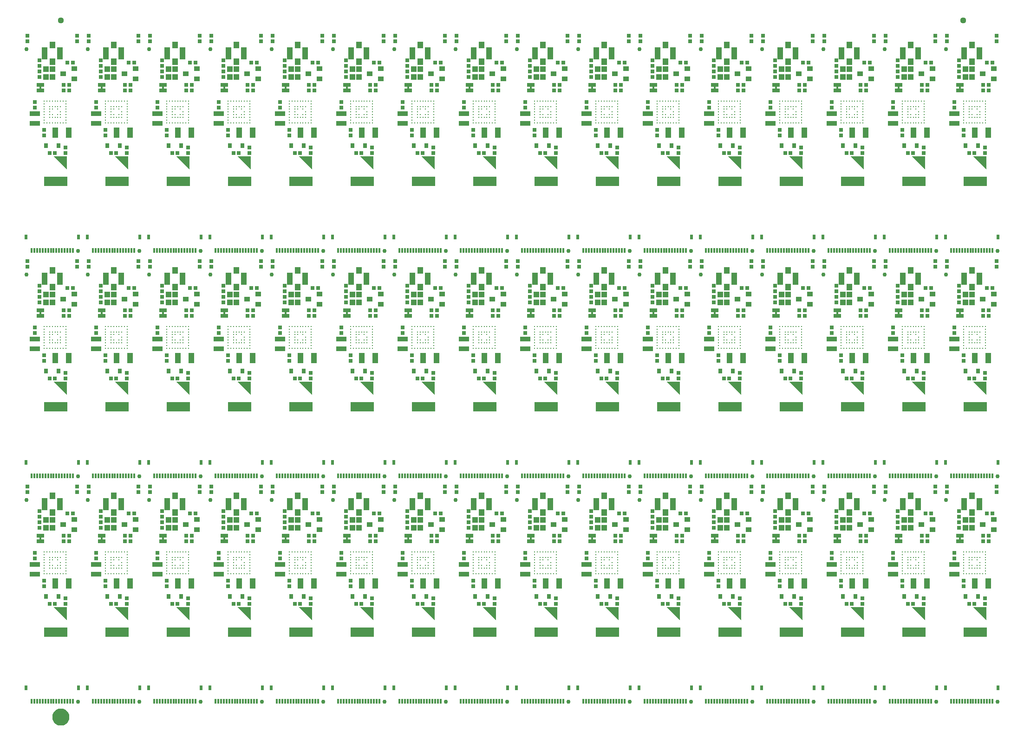
<source format=gts>
G04 EAGLE Gerber RS-274X export*
G75*
%MOMM*%
%FSLAX34Y34*%
%LPD*%
%INSoldermask Top*%
%IPPOS*%
%AMOC8*
5,1,8,0,0,1.08239X$1,22.5*%
G01*
%ADD10C,0.762000*%
%ADD11R,0.727000X0.727000*%
%ADD12R,1.027000X0.927000*%
%ADD13R,0.427000X0.927000*%
%ADD14R,0.527000X0.927000*%
%ADD15C,0.300000*%
%ADD16R,0.977000X2.327000*%
%ADD17R,1.127000X1.177000*%
%ADD18R,1.127000X1.927000*%
%ADD19R,0.977000X1.027000*%
%ADD20R,1.927000X0.927000*%
%ADD21R,1.397000X0.787400*%
%ADD22R,4.200000X1.700000*%
%ADD23R,0.757000X0.957000*%
%ADD24C,1.127000*%
%ADD25C,1.270000*%
%ADD26C,1.627000*%

G36*
X303719Y977924D02*
X303719Y977924D01*
X303746Y977926D01*
X303781Y977952D01*
X303821Y977970D01*
X303836Y977993D01*
X303858Y978009D01*
X303874Y978050D01*
X303898Y978087D01*
X303905Y978130D01*
X303908Y978139D01*
X303907Y978146D01*
X303909Y978160D01*
X303909Y1002160D01*
X303904Y1002176D01*
X303907Y1002193D01*
X303885Y1002243D01*
X303870Y1002294D01*
X303857Y1002305D01*
X303850Y1002321D01*
X303805Y1002351D01*
X303765Y1002386D01*
X303748Y1002389D01*
X303734Y1002398D01*
X303660Y1002409D01*
X279660Y1002409D01*
X279618Y1002397D01*
X279574Y1002394D01*
X279552Y1002378D01*
X279526Y1002370D01*
X279497Y1002337D01*
X279462Y1002311D01*
X279452Y1002285D01*
X279434Y1002265D01*
X279427Y1002221D01*
X279412Y1002181D01*
X279417Y1002154D01*
X279413Y1002127D01*
X279431Y1002086D01*
X279440Y1002044D01*
X279466Y1002008D01*
X279470Y1001999D01*
X279475Y1001995D01*
X279484Y1001984D01*
X303484Y977984D01*
X303522Y977963D01*
X303555Y977934D01*
X303582Y977930D01*
X303606Y977917D01*
X303650Y977920D01*
X303693Y977913D01*
X303719Y977924D01*
G37*
G36*
X80199Y154964D02*
X80199Y154964D01*
X80226Y154966D01*
X80261Y154992D01*
X80301Y155010D01*
X80316Y155033D01*
X80338Y155049D01*
X80354Y155090D01*
X80378Y155127D01*
X80385Y155170D01*
X80388Y155179D01*
X80387Y155186D01*
X80389Y155200D01*
X80389Y179200D01*
X80384Y179216D01*
X80387Y179233D01*
X80365Y179283D01*
X80350Y179334D01*
X80337Y179345D01*
X80330Y179361D01*
X80285Y179391D01*
X80245Y179426D01*
X80228Y179429D01*
X80214Y179438D01*
X80140Y179449D01*
X56140Y179449D01*
X56098Y179437D01*
X56054Y179434D01*
X56032Y179418D01*
X56006Y179410D01*
X55977Y179377D01*
X55942Y179351D01*
X55932Y179325D01*
X55914Y179305D01*
X55907Y179261D01*
X55892Y179221D01*
X55897Y179194D01*
X55893Y179167D01*
X55911Y179126D01*
X55920Y179084D01*
X55946Y179048D01*
X55950Y179039D01*
X55955Y179035D01*
X55964Y179024D01*
X79964Y155024D01*
X80002Y155003D01*
X80035Y154974D01*
X80062Y154970D01*
X80086Y154957D01*
X80130Y154960D01*
X80173Y154953D01*
X80199Y154964D01*
G37*
G36*
X750759Y566444D02*
X750759Y566444D01*
X750786Y566446D01*
X750821Y566472D01*
X750861Y566490D01*
X750876Y566513D01*
X750898Y566529D01*
X750914Y566570D01*
X750938Y566607D01*
X750945Y566650D01*
X750948Y566659D01*
X750947Y566666D01*
X750949Y566680D01*
X750949Y590680D01*
X750944Y590696D01*
X750947Y590713D01*
X750925Y590763D01*
X750910Y590814D01*
X750897Y590825D01*
X750890Y590841D01*
X750845Y590871D01*
X750805Y590906D01*
X750788Y590909D01*
X750774Y590918D01*
X750700Y590929D01*
X726700Y590929D01*
X726658Y590917D01*
X726614Y590914D01*
X726592Y590898D01*
X726566Y590890D01*
X726537Y590857D01*
X726502Y590831D01*
X726492Y590805D01*
X726474Y590785D01*
X726467Y590741D01*
X726452Y590701D01*
X726457Y590674D01*
X726453Y590647D01*
X726471Y590606D01*
X726480Y590564D01*
X726506Y590528D01*
X726510Y590519D01*
X726515Y590515D01*
X726524Y590504D01*
X750524Y566504D01*
X750562Y566483D01*
X750595Y566454D01*
X750622Y566450D01*
X750646Y566437D01*
X750690Y566440D01*
X750733Y566433D01*
X750759Y566444D01*
G37*
G36*
X638999Y566444D02*
X638999Y566444D01*
X639026Y566446D01*
X639061Y566472D01*
X639101Y566490D01*
X639116Y566513D01*
X639138Y566529D01*
X639154Y566570D01*
X639178Y566607D01*
X639185Y566650D01*
X639188Y566659D01*
X639187Y566666D01*
X639189Y566680D01*
X639189Y590680D01*
X639184Y590696D01*
X639187Y590713D01*
X639165Y590763D01*
X639150Y590814D01*
X639137Y590825D01*
X639130Y590841D01*
X639085Y590871D01*
X639045Y590906D01*
X639028Y590909D01*
X639014Y590918D01*
X638940Y590929D01*
X614940Y590929D01*
X614898Y590917D01*
X614854Y590914D01*
X614832Y590898D01*
X614806Y590890D01*
X614777Y590857D01*
X614742Y590831D01*
X614732Y590805D01*
X614714Y590785D01*
X614707Y590741D01*
X614692Y590701D01*
X614697Y590674D01*
X614693Y590647D01*
X614711Y590606D01*
X614720Y590564D01*
X614746Y590528D01*
X614750Y590519D01*
X614755Y590515D01*
X614764Y590504D01*
X638764Y566504D01*
X638802Y566483D01*
X638835Y566454D01*
X638862Y566450D01*
X638886Y566437D01*
X638930Y566440D01*
X638973Y566433D01*
X638999Y566444D01*
G37*
G36*
X1197799Y566444D02*
X1197799Y566444D01*
X1197826Y566446D01*
X1197861Y566472D01*
X1197901Y566490D01*
X1197916Y566513D01*
X1197938Y566529D01*
X1197954Y566570D01*
X1197978Y566607D01*
X1197985Y566650D01*
X1197988Y566659D01*
X1197987Y566666D01*
X1197989Y566680D01*
X1197989Y590680D01*
X1197984Y590696D01*
X1197987Y590713D01*
X1197965Y590763D01*
X1197950Y590814D01*
X1197937Y590825D01*
X1197930Y590841D01*
X1197885Y590871D01*
X1197845Y590906D01*
X1197828Y590909D01*
X1197814Y590918D01*
X1197740Y590929D01*
X1173740Y590929D01*
X1173698Y590917D01*
X1173654Y590914D01*
X1173632Y590898D01*
X1173606Y590890D01*
X1173577Y590857D01*
X1173542Y590831D01*
X1173532Y590805D01*
X1173514Y590785D01*
X1173507Y590741D01*
X1173492Y590701D01*
X1173497Y590674D01*
X1173493Y590647D01*
X1173511Y590606D01*
X1173520Y590564D01*
X1173546Y590528D01*
X1173550Y590519D01*
X1173555Y590515D01*
X1173564Y590504D01*
X1197564Y566504D01*
X1197602Y566483D01*
X1197635Y566454D01*
X1197662Y566450D01*
X1197686Y566437D01*
X1197730Y566440D01*
X1197773Y566433D01*
X1197799Y566444D01*
G37*
G36*
X862519Y566444D02*
X862519Y566444D01*
X862546Y566446D01*
X862581Y566472D01*
X862621Y566490D01*
X862636Y566513D01*
X862658Y566529D01*
X862674Y566570D01*
X862698Y566607D01*
X862705Y566650D01*
X862708Y566659D01*
X862707Y566666D01*
X862709Y566680D01*
X862709Y590680D01*
X862704Y590696D01*
X862707Y590713D01*
X862685Y590763D01*
X862670Y590814D01*
X862657Y590825D01*
X862650Y590841D01*
X862605Y590871D01*
X862565Y590906D01*
X862548Y590909D01*
X862534Y590918D01*
X862460Y590929D01*
X838460Y590929D01*
X838418Y590917D01*
X838374Y590914D01*
X838352Y590898D01*
X838326Y590890D01*
X838297Y590857D01*
X838262Y590831D01*
X838252Y590805D01*
X838234Y590785D01*
X838227Y590741D01*
X838212Y590701D01*
X838217Y590674D01*
X838213Y590647D01*
X838231Y590606D01*
X838240Y590564D01*
X838266Y590528D01*
X838270Y590519D01*
X838275Y590515D01*
X838284Y590504D01*
X862284Y566504D01*
X862322Y566483D01*
X862355Y566454D01*
X862382Y566450D01*
X862406Y566437D01*
X862450Y566440D01*
X862493Y566433D01*
X862519Y566444D01*
G37*
G36*
X80199Y566444D02*
X80199Y566444D01*
X80226Y566446D01*
X80261Y566472D01*
X80301Y566490D01*
X80316Y566513D01*
X80338Y566529D01*
X80354Y566570D01*
X80378Y566607D01*
X80385Y566650D01*
X80388Y566659D01*
X80387Y566666D01*
X80389Y566680D01*
X80389Y590680D01*
X80384Y590696D01*
X80387Y590713D01*
X80365Y590763D01*
X80350Y590814D01*
X80337Y590825D01*
X80330Y590841D01*
X80285Y590871D01*
X80245Y590906D01*
X80228Y590909D01*
X80214Y590918D01*
X80140Y590929D01*
X56140Y590929D01*
X56098Y590917D01*
X56054Y590914D01*
X56032Y590898D01*
X56006Y590890D01*
X55977Y590857D01*
X55942Y590831D01*
X55932Y590805D01*
X55914Y590785D01*
X55907Y590741D01*
X55892Y590701D01*
X55897Y590674D01*
X55893Y590647D01*
X55911Y590606D01*
X55920Y590564D01*
X55946Y590528D01*
X55950Y590519D01*
X55955Y590515D01*
X55964Y590504D01*
X79964Y566504D01*
X80002Y566483D01*
X80035Y566454D01*
X80062Y566450D01*
X80086Y566437D01*
X80130Y566440D01*
X80173Y566433D01*
X80199Y566444D01*
G37*
G36*
X1086039Y566444D02*
X1086039Y566444D01*
X1086066Y566446D01*
X1086101Y566472D01*
X1086141Y566490D01*
X1086156Y566513D01*
X1086178Y566529D01*
X1086194Y566570D01*
X1086218Y566607D01*
X1086225Y566650D01*
X1086228Y566659D01*
X1086227Y566666D01*
X1086229Y566680D01*
X1086229Y590680D01*
X1086224Y590696D01*
X1086227Y590713D01*
X1086205Y590763D01*
X1086190Y590814D01*
X1086177Y590825D01*
X1086170Y590841D01*
X1086125Y590871D01*
X1086085Y590906D01*
X1086068Y590909D01*
X1086054Y590918D01*
X1085980Y590929D01*
X1061980Y590929D01*
X1061938Y590917D01*
X1061894Y590914D01*
X1061872Y590898D01*
X1061846Y590890D01*
X1061817Y590857D01*
X1061782Y590831D01*
X1061772Y590805D01*
X1061754Y590785D01*
X1061747Y590741D01*
X1061732Y590701D01*
X1061737Y590674D01*
X1061733Y590647D01*
X1061751Y590606D01*
X1061760Y590564D01*
X1061786Y590528D01*
X1061790Y590519D01*
X1061795Y590515D01*
X1061804Y590504D01*
X1085804Y566504D01*
X1085842Y566483D01*
X1085875Y566454D01*
X1085902Y566450D01*
X1085926Y566437D01*
X1085970Y566440D01*
X1086013Y566433D01*
X1086039Y566444D01*
G37*
G36*
X415479Y566444D02*
X415479Y566444D01*
X415506Y566446D01*
X415541Y566472D01*
X415581Y566490D01*
X415596Y566513D01*
X415618Y566529D01*
X415634Y566570D01*
X415658Y566607D01*
X415665Y566650D01*
X415668Y566659D01*
X415667Y566666D01*
X415669Y566680D01*
X415669Y590680D01*
X415664Y590696D01*
X415667Y590713D01*
X415645Y590763D01*
X415630Y590814D01*
X415617Y590825D01*
X415610Y590841D01*
X415565Y590871D01*
X415525Y590906D01*
X415508Y590909D01*
X415494Y590918D01*
X415420Y590929D01*
X391420Y590929D01*
X391378Y590917D01*
X391334Y590914D01*
X391312Y590898D01*
X391286Y590890D01*
X391257Y590857D01*
X391222Y590831D01*
X391212Y590805D01*
X391194Y590785D01*
X391187Y590741D01*
X391172Y590701D01*
X391177Y590674D01*
X391173Y590647D01*
X391191Y590606D01*
X391200Y590564D01*
X391226Y590528D01*
X391230Y590519D01*
X391235Y590515D01*
X391244Y590504D01*
X415244Y566504D01*
X415282Y566483D01*
X415315Y566454D01*
X415342Y566450D01*
X415366Y566437D01*
X415410Y566440D01*
X415453Y566433D01*
X415479Y566444D01*
G37*
G36*
X303719Y566444D02*
X303719Y566444D01*
X303746Y566446D01*
X303781Y566472D01*
X303821Y566490D01*
X303836Y566513D01*
X303858Y566529D01*
X303874Y566570D01*
X303898Y566607D01*
X303905Y566650D01*
X303908Y566659D01*
X303907Y566666D01*
X303909Y566680D01*
X303909Y590680D01*
X303904Y590696D01*
X303907Y590713D01*
X303885Y590763D01*
X303870Y590814D01*
X303857Y590825D01*
X303850Y590841D01*
X303805Y590871D01*
X303765Y590906D01*
X303748Y590909D01*
X303734Y590918D01*
X303660Y590929D01*
X279660Y590929D01*
X279618Y590917D01*
X279574Y590914D01*
X279552Y590898D01*
X279526Y590890D01*
X279497Y590857D01*
X279462Y590831D01*
X279452Y590805D01*
X279434Y590785D01*
X279427Y590741D01*
X279412Y590701D01*
X279417Y590674D01*
X279413Y590647D01*
X279431Y590606D01*
X279440Y590564D01*
X279466Y590528D01*
X279470Y590519D01*
X279475Y590515D01*
X279484Y590504D01*
X303484Y566504D01*
X303522Y566483D01*
X303555Y566454D01*
X303582Y566450D01*
X303606Y566437D01*
X303650Y566440D01*
X303693Y566433D01*
X303719Y566444D01*
G37*
G36*
X1533079Y566444D02*
X1533079Y566444D01*
X1533106Y566446D01*
X1533141Y566472D01*
X1533181Y566490D01*
X1533196Y566513D01*
X1533218Y566529D01*
X1533234Y566570D01*
X1533258Y566607D01*
X1533265Y566650D01*
X1533268Y566659D01*
X1533267Y566666D01*
X1533269Y566680D01*
X1533269Y590680D01*
X1533264Y590696D01*
X1533267Y590713D01*
X1533245Y590763D01*
X1533230Y590814D01*
X1533217Y590825D01*
X1533210Y590841D01*
X1533165Y590871D01*
X1533125Y590906D01*
X1533108Y590909D01*
X1533094Y590918D01*
X1533020Y590929D01*
X1509020Y590929D01*
X1508978Y590917D01*
X1508934Y590914D01*
X1508912Y590898D01*
X1508886Y590890D01*
X1508857Y590857D01*
X1508822Y590831D01*
X1508812Y590805D01*
X1508794Y590785D01*
X1508787Y590741D01*
X1508772Y590701D01*
X1508777Y590674D01*
X1508773Y590647D01*
X1508791Y590606D01*
X1508800Y590564D01*
X1508826Y590528D01*
X1508830Y590519D01*
X1508835Y590515D01*
X1508844Y590504D01*
X1532844Y566504D01*
X1532882Y566483D01*
X1532915Y566454D01*
X1532942Y566450D01*
X1532966Y566437D01*
X1533010Y566440D01*
X1533053Y566433D01*
X1533079Y566444D01*
G37*
G36*
X191959Y566444D02*
X191959Y566444D01*
X191986Y566446D01*
X192021Y566472D01*
X192061Y566490D01*
X192076Y566513D01*
X192098Y566529D01*
X192114Y566570D01*
X192138Y566607D01*
X192145Y566650D01*
X192148Y566659D01*
X192147Y566666D01*
X192149Y566680D01*
X192149Y590680D01*
X192144Y590696D01*
X192147Y590713D01*
X192125Y590763D01*
X192110Y590814D01*
X192097Y590825D01*
X192090Y590841D01*
X192045Y590871D01*
X192005Y590906D01*
X191988Y590909D01*
X191974Y590918D01*
X191900Y590929D01*
X167900Y590929D01*
X167858Y590917D01*
X167814Y590914D01*
X167792Y590898D01*
X167766Y590890D01*
X167737Y590857D01*
X167702Y590831D01*
X167692Y590805D01*
X167674Y590785D01*
X167667Y590741D01*
X167652Y590701D01*
X167657Y590674D01*
X167653Y590647D01*
X167671Y590606D01*
X167680Y590564D01*
X167706Y590528D01*
X167710Y590519D01*
X167715Y590515D01*
X167724Y590504D01*
X191724Y566504D01*
X191762Y566483D01*
X191795Y566454D01*
X191822Y566450D01*
X191846Y566437D01*
X191890Y566440D01*
X191933Y566433D01*
X191959Y566444D01*
G37*
G36*
X974279Y566444D02*
X974279Y566444D01*
X974306Y566446D01*
X974341Y566472D01*
X974381Y566490D01*
X974396Y566513D01*
X974418Y566529D01*
X974434Y566570D01*
X974458Y566607D01*
X974465Y566650D01*
X974468Y566659D01*
X974467Y566666D01*
X974469Y566680D01*
X974469Y590680D01*
X974464Y590696D01*
X974467Y590713D01*
X974445Y590763D01*
X974430Y590814D01*
X974417Y590825D01*
X974410Y590841D01*
X974365Y590871D01*
X974325Y590906D01*
X974308Y590909D01*
X974294Y590918D01*
X974220Y590929D01*
X950220Y590929D01*
X950178Y590917D01*
X950134Y590914D01*
X950112Y590898D01*
X950086Y590890D01*
X950057Y590857D01*
X950022Y590831D01*
X950012Y590805D01*
X949994Y590785D01*
X949987Y590741D01*
X949972Y590701D01*
X949977Y590674D01*
X949973Y590647D01*
X949991Y590606D01*
X950000Y590564D01*
X950026Y590528D01*
X950030Y590519D01*
X950035Y590515D01*
X950044Y590504D01*
X974044Y566504D01*
X974082Y566483D01*
X974115Y566454D01*
X974142Y566450D01*
X974166Y566437D01*
X974210Y566440D01*
X974253Y566433D01*
X974279Y566444D01*
G37*
G36*
X1421319Y566444D02*
X1421319Y566444D01*
X1421346Y566446D01*
X1421381Y566472D01*
X1421421Y566490D01*
X1421436Y566513D01*
X1421458Y566529D01*
X1421474Y566570D01*
X1421498Y566607D01*
X1421505Y566650D01*
X1421508Y566659D01*
X1421507Y566666D01*
X1421509Y566680D01*
X1421509Y590680D01*
X1421504Y590696D01*
X1421507Y590713D01*
X1421485Y590763D01*
X1421470Y590814D01*
X1421457Y590825D01*
X1421450Y590841D01*
X1421405Y590871D01*
X1421365Y590906D01*
X1421348Y590909D01*
X1421334Y590918D01*
X1421260Y590929D01*
X1397260Y590929D01*
X1397218Y590917D01*
X1397174Y590914D01*
X1397152Y590898D01*
X1397126Y590890D01*
X1397097Y590857D01*
X1397062Y590831D01*
X1397052Y590805D01*
X1397034Y590785D01*
X1397027Y590741D01*
X1397012Y590701D01*
X1397017Y590674D01*
X1397013Y590647D01*
X1397031Y590606D01*
X1397040Y590564D01*
X1397066Y590528D01*
X1397070Y590519D01*
X1397075Y590515D01*
X1397084Y590504D01*
X1421084Y566504D01*
X1421122Y566483D01*
X1421155Y566454D01*
X1421182Y566450D01*
X1421206Y566437D01*
X1421250Y566440D01*
X1421293Y566433D01*
X1421319Y566444D01*
G37*
G36*
X1644839Y566444D02*
X1644839Y566444D01*
X1644866Y566446D01*
X1644901Y566472D01*
X1644941Y566490D01*
X1644956Y566513D01*
X1644978Y566529D01*
X1644994Y566570D01*
X1645018Y566607D01*
X1645025Y566650D01*
X1645028Y566659D01*
X1645027Y566666D01*
X1645029Y566680D01*
X1645029Y590680D01*
X1645024Y590696D01*
X1645027Y590713D01*
X1645005Y590763D01*
X1644990Y590814D01*
X1644977Y590825D01*
X1644970Y590841D01*
X1644925Y590871D01*
X1644885Y590906D01*
X1644868Y590909D01*
X1644854Y590918D01*
X1644780Y590929D01*
X1620780Y590929D01*
X1620738Y590917D01*
X1620694Y590914D01*
X1620672Y590898D01*
X1620646Y590890D01*
X1620617Y590857D01*
X1620582Y590831D01*
X1620572Y590805D01*
X1620554Y590785D01*
X1620547Y590741D01*
X1620532Y590701D01*
X1620537Y590674D01*
X1620533Y590647D01*
X1620551Y590606D01*
X1620560Y590564D01*
X1620586Y590528D01*
X1620590Y590519D01*
X1620595Y590515D01*
X1620604Y590504D01*
X1644604Y566504D01*
X1644642Y566483D01*
X1644675Y566454D01*
X1644702Y566450D01*
X1644726Y566437D01*
X1644770Y566440D01*
X1644813Y566433D01*
X1644839Y566444D01*
G37*
G36*
X527239Y566444D02*
X527239Y566444D01*
X527266Y566446D01*
X527301Y566472D01*
X527341Y566490D01*
X527356Y566513D01*
X527378Y566529D01*
X527394Y566570D01*
X527418Y566607D01*
X527425Y566650D01*
X527428Y566659D01*
X527427Y566666D01*
X527429Y566680D01*
X527429Y590680D01*
X527424Y590696D01*
X527427Y590713D01*
X527405Y590763D01*
X527390Y590814D01*
X527377Y590825D01*
X527370Y590841D01*
X527325Y590871D01*
X527285Y590906D01*
X527268Y590909D01*
X527254Y590918D01*
X527180Y590929D01*
X503180Y590929D01*
X503138Y590917D01*
X503094Y590914D01*
X503072Y590898D01*
X503046Y590890D01*
X503017Y590857D01*
X502982Y590831D01*
X502972Y590805D01*
X502954Y590785D01*
X502947Y590741D01*
X502932Y590701D01*
X502937Y590674D01*
X502933Y590647D01*
X502951Y590606D01*
X502960Y590564D01*
X502986Y590528D01*
X502990Y590519D01*
X502995Y590515D01*
X503004Y590504D01*
X527004Y566504D01*
X527042Y566483D01*
X527075Y566454D01*
X527102Y566450D01*
X527126Y566437D01*
X527170Y566440D01*
X527213Y566433D01*
X527239Y566444D01*
G37*
G36*
X1756599Y977924D02*
X1756599Y977924D01*
X1756626Y977926D01*
X1756661Y977952D01*
X1756701Y977970D01*
X1756716Y977993D01*
X1756738Y978009D01*
X1756754Y978050D01*
X1756778Y978087D01*
X1756785Y978130D01*
X1756788Y978139D01*
X1756787Y978146D01*
X1756789Y978160D01*
X1756789Y1002160D01*
X1756784Y1002176D01*
X1756787Y1002193D01*
X1756765Y1002243D01*
X1756750Y1002294D01*
X1756737Y1002305D01*
X1756730Y1002321D01*
X1756685Y1002351D01*
X1756645Y1002386D01*
X1756628Y1002389D01*
X1756614Y1002398D01*
X1756540Y1002409D01*
X1732540Y1002409D01*
X1732498Y1002397D01*
X1732454Y1002394D01*
X1732432Y1002378D01*
X1732406Y1002370D01*
X1732377Y1002337D01*
X1732342Y1002311D01*
X1732332Y1002285D01*
X1732314Y1002265D01*
X1732307Y1002221D01*
X1732292Y1002181D01*
X1732297Y1002154D01*
X1732293Y1002127D01*
X1732311Y1002086D01*
X1732320Y1002044D01*
X1732346Y1002008D01*
X1732350Y1001999D01*
X1732355Y1001995D01*
X1732364Y1001984D01*
X1756364Y977984D01*
X1756402Y977963D01*
X1756435Y977934D01*
X1756462Y977930D01*
X1756486Y977917D01*
X1756530Y977920D01*
X1756573Y977913D01*
X1756599Y977924D01*
G37*
G36*
X862519Y977924D02*
X862519Y977924D01*
X862546Y977926D01*
X862581Y977952D01*
X862621Y977970D01*
X862636Y977993D01*
X862658Y978009D01*
X862674Y978050D01*
X862698Y978087D01*
X862705Y978130D01*
X862708Y978139D01*
X862707Y978146D01*
X862709Y978160D01*
X862709Y1002160D01*
X862704Y1002176D01*
X862707Y1002193D01*
X862685Y1002243D01*
X862670Y1002294D01*
X862657Y1002305D01*
X862650Y1002321D01*
X862605Y1002351D01*
X862565Y1002386D01*
X862548Y1002389D01*
X862534Y1002398D01*
X862460Y1002409D01*
X838460Y1002409D01*
X838418Y1002397D01*
X838374Y1002394D01*
X838352Y1002378D01*
X838326Y1002370D01*
X838297Y1002337D01*
X838262Y1002311D01*
X838252Y1002285D01*
X838234Y1002265D01*
X838227Y1002221D01*
X838212Y1002181D01*
X838217Y1002154D01*
X838213Y1002127D01*
X838231Y1002086D01*
X838240Y1002044D01*
X838266Y1002008D01*
X838270Y1001999D01*
X838275Y1001995D01*
X838284Y1001984D01*
X862284Y977984D01*
X862322Y977963D01*
X862355Y977934D01*
X862382Y977930D01*
X862406Y977917D01*
X862450Y977920D01*
X862493Y977913D01*
X862519Y977924D01*
G37*
G36*
X1309559Y977924D02*
X1309559Y977924D01*
X1309586Y977926D01*
X1309621Y977952D01*
X1309661Y977970D01*
X1309676Y977993D01*
X1309698Y978009D01*
X1309714Y978050D01*
X1309738Y978087D01*
X1309745Y978130D01*
X1309748Y978139D01*
X1309747Y978146D01*
X1309749Y978160D01*
X1309749Y1002160D01*
X1309744Y1002176D01*
X1309747Y1002193D01*
X1309725Y1002243D01*
X1309710Y1002294D01*
X1309697Y1002305D01*
X1309690Y1002321D01*
X1309645Y1002351D01*
X1309605Y1002386D01*
X1309588Y1002389D01*
X1309574Y1002398D01*
X1309500Y1002409D01*
X1285500Y1002409D01*
X1285458Y1002397D01*
X1285414Y1002394D01*
X1285392Y1002378D01*
X1285366Y1002370D01*
X1285337Y1002337D01*
X1285302Y1002311D01*
X1285292Y1002285D01*
X1285274Y1002265D01*
X1285267Y1002221D01*
X1285252Y1002181D01*
X1285257Y1002154D01*
X1285253Y1002127D01*
X1285271Y1002086D01*
X1285280Y1002044D01*
X1285306Y1002008D01*
X1285310Y1001999D01*
X1285315Y1001995D01*
X1285324Y1001984D01*
X1309324Y977984D01*
X1309362Y977963D01*
X1309395Y977934D01*
X1309422Y977930D01*
X1309446Y977917D01*
X1309490Y977920D01*
X1309533Y977913D01*
X1309559Y977924D01*
G37*
G36*
X750759Y977924D02*
X750759Y977924D01*
X750786Y977926D01*
X750821Y977952D01*
X750861Y977970D01*
X750876Y977993D01*
X750898Y978009D01*
X750914Y978050D01*
X750938Y978087D01*
X750945Y978130D01*
X750948Y978139D01*
X750947Y978146D01*
X750949Y978160D01*
X750949Y1002160D01*
X750944Y1002176D01*
X750947Y1002193D01*
X750925Y1002243D01*
X750910Y1002294D01*
X750897Y1002305D01*
X750890Y1002321D01*
X750845Y1002351D01*
X750805Y1002386D01*
X750788Y1002389D01*
X750774Y1002398D01*
X750700Y1002409D01*
X726700Y1002409D01*
X726658Y1002397D01*
X726614Y1002394D01*
X726592Y1002378D01*
X726566Y1002370D01*
X726537Y1002337D01*
X726502Y1002311D01*
X726492Y1002285D01*
X726474Y1002265D01*
X726467Y1002221D01*
X726452Y1002181D01*
X726457Y1002154D01*
X726453Y1002127D01*
X726471Y1002086D01*
X726480Y1002044D01*
X726506Y1002008D01*
X726510Y1001999D01*
X726515Y1001995D01*
X726524Y1001984D01*
X750524Y977984D01*
X750562Y977963D01*
X750595Y977934D01*
X750622Y977930D01*
X750646Y977917D01*
X750690Y977920D01*
X750733Y977913D01*
X750759Y977924D01*
G37*
G36*
X527239Y977924D02*
X527239Y977924D01*
X527266Y977926D01*
X527301Y977952D01*
X527341Y977970D01*
X527356Y977993D01*
X527378Y978009D01*
X527394Y978050D01*
X527418Y978087D01*
X527425Y978130D01*
X527428Y978139D01*
X527427Y978146D01*
X527429Y978160D01*
X527429Y1002160D01*
X527424Y1002176D01*
X527427Y1002193D01*
X527405Y1002243D01*
X527390Y1002294D01*
X527377Y1002305D01*
X527370Y1002321D01*
X527325Y1002351D01*
X527285Y1002386D01*
X527268Y1002389D01*
X527254Y1002398D01*
X527180Y1002409D01*
X503180Y1002409D01*
X503138Y1002397D01*
X503094Y1002394D01*
X503072Y1002378D01*
X503046Y1002370D01*
X503017Y1002337D01*
X502982Y1002311D01*
X502972Y1002285D01*
X502954Y1002265D01*
X502947Y1002221D01*
X502932Y1002181D01*
X502937Y1002154D01*
X502933Y1002127D01*
X502951Y1002086D01*
X502960Y1002044D01*
X502986Y1002008D01*
X502990Y1001999D01*
X502995Y1001995D01*
X503004Y1001984D01*
X527004Y977984D01*
X527042Y977963D01*
X527075Y977934D01*
X527102Y977930D01*
X527126Y977917D01*
X527170Y977920D01*
X527213Y977913D01*
X527239Y977924D01*
G37*
G36*
X1533079Y977924D02*
X1533079Y977924D01*
X1533106Y977926D01*
X1533141Y977952D01*
X1533181Y977970D01*
X1533196Y977993D01*
X1533218Y978009D01*
X1533234Y978050D01*
X1533258Y978087D01*
X1533265Y978130D01*
X1533268Y978139D01*
X1533267Y978146D01*
X1533269Y978160D01*
X1533269Y1002160D01*
X1533264Y1002176D01*
X1533267Y1002193D01*
X1533245Y1002243D01*
X1533230Y1002294D01*
X1533217Y1002305D01*
X1533210Y1002321D01*
X1533165Y1002351D01*
X1533125Y1002386D01*
X1533108Y1002389D01*
X1533094Y1002398D01*
X1533020Y1002409D01*
X1509020Y1002409D01*
X1508978Y1002397D01*
X1508934Y1002394D01*
X1508912Y1002378D01*
X1508886Y1002370D01*
X1508857Y1002337D01*
X1508822Y1002311D01*
X1508812Y1002285D01*
X1508794Y1002265D01*
X1508787Y1002221D01*
X1508772Y1002181D01*
X1508777Y1002154D01*
X1508773Y1002127D01*
X1508791Y1002086D01*
X1508800Y1002044D01*
X1508826Y1002008D01*
X1508830Y1001999D01*
X1508835Y1001995D01*
X1508844Y1001984D01*
X1532844Y977984D01*
X1532882Y977963D01*
X1532915Y977934D01*
X1532942Y977930D01*
X1532966Y977917D01*
X1533010Y977920D01*
X1533053Y977913D01*
X1533079Y977924D01*
G37*
G36*
X415479Y977924D02*
X415479Y977924D01*
X415506Y977926D01*
X415541Y977952D01*
X415581Y977970D01*
X415596Y977993D01*
X415618Y978009D01*
X415634Y978050D01*
X415658Y978087D01*
X415665Y978130D01*
X415668Y978139D01*
X415667Y978146D01*
X415669Y978160D01*
X415669Y1002160D01*
X415664Y1002176D01*
X415667Y1002193D01*
X415645Y1002243D01*
X415630Y1002294D01*
X415617Y1002305D01*
X415610Y1002321D01*
X415565Y1002351D01*
X415525Y1002386D01*
X415508Y1002389D01*
X415494Y1002398D01*
X415420Y1002409D01*
X391420Y1002409D01*
X391378Y1002397D01*
X391334Y1002394D01*
X391312Y1002378D01*
X391286Y1002370D01*
X391257Y1002337D01*
X391222Y1002311D01*
X391212Y1002285D01*
X391194Y1002265D01*
X391187Y1002221D01*
X391172Y1002181D01*
X391177Y1002154D01*
X391173Y1002127D01*
X391191Y1002086D01*
X391200Y1002044D01*
X391226Y1002008D01*
X391230Y1001999D01*
X391235Y1001995D01*
X391244Y1001984D01*
X415244Y977984D01*
X415282Y977963D01*
X415315Y977934D01*
X415342Y977930D01*
X415366Y977917D01*
X415410Y977920D01*
X415453Y977913D01*
X415479Y977924D01*
G37*
G36*
X80199Y977924D02*
X80199Y977924D01*
X80226Y977926D01*
X80261Y977952D01*
X80301Y977970D01*
X80316Y977993D01*
X80338Y978009D01*
X80354Y978050D01*
X80378Y978087D01*
X80385Y978130D01*
X80388Y978139D01*
X80387Y978146D01*
X80389Y978160D01*
X80389Y1002160D01*
X80384Y1002176D01*
X80387Y1002193D01*
X80365Y1002243D01*
X80350Y1002294D01*
X80337Y1002305D01*
X80330Y1002321D01*
X80285Y1002351D01*
X80245Y1002386D01*
X80228Y1002389D01*
X80214Y1002398D01*
X80140Y1002409D01*
X56140Y1002409D01*
X56098Y1002397D01*
X56054Y1002394D01*
X56032Y1002378D01*
X56006Y1002370D01*
X55977Y1002337D01*
X55942Y1002311D01*
X55932Y1002285D01*
X55914Y1002265D01*
X55907Y1002221D01*
X55892Y1002181D01*
X55897Y1002154D01*
X55893Y1002127D01*
X55911Y1002086D01*
X55920Y1002044D01*
X55946Y1002008D01*
X55950Y1001999D01*
X55955Y1001995D01*
X55964Y1001984D01*
X79964Y977984D01*
X80002Y977963D01*
X80035Y977934D01*
X80062Y977930D01*
X80086Y977917D01*
X80130Y977920D01*
X80173Y977913D01*
X80199Y977924D01*
G37*
G36*
X1309559Y566444D02*
X1309559Y566444D01*
X1309586Y566446D01*
X1309621Y566472D01*
X1309661Y566490D01*
X1309676Y566513D01*
X1309698Y566529D01*
X1309714Y566570D01*
X1309738Y566607D01*
X1309745Y566650D01*
X1309748Y566659D01*
X1309747Y566666D01*
X1309749Y566680D01*
X1309749Y590680D01*
X1309744Y590696D01*
X1309747Y590713D01*
X1309725Y590763D01*
X1309710Y590814D01*
X1309697Y590825D01*
X1309690Y590841D01*
X1309645Y590871D01*
X1309605Y590906D01*
X1309588Y590909D01*
X1309574Y590918D01*
X1309500Y590929D01*
X1285500Y590929D01*
X1285458Y590917D01*
X1285414Y590914D01*
X1285392Y590898D01*
X1285366Y590890D01*
X1285337Y590857D01*
X1285302Y590831D01*
X1285292Y590805D01*
X1285274Y590785D01*
X1285267Y590741D01*
X1285252Y590701D01*
X1285257Y590674D01*
X1285253Y590647D01*
X1285271Y590606D01*
X1285280Y590564D01*
X1285306Y590528D01*
X1285310Y590519D01*
X1285315Y590515D01*
X1285324Y590504D01*
X1309324Y566504D01*
X1309362Y566483D01*
X1309395Y566454D01*
X1309422Y566450D01*
X1309446Y566437D01*
X1309490Y566440D01*
X1309533Y566433D01*
X1309559Y566444D01*
G37*
G36*
X191959Y977924D02*
X191959Y977924D01*
X191986Y977926D01*
X192021Y977952D01*
X192061Y977970D01*
X192076Y977993D01*
X192098Y978009D01*
X192114Y978050D01*
X192138Y978087D01*
X192145Y978130D01*
X192148Y978139D01*
X192147Y978146D01*
X192149Y978160D01*
X192149Y1002160D01*
X192144Y1002176D01*
X192147Y1002193D01*
X192125Y1002243D01*
X192110Y1002294D01*
X192097Y1002305D01*
X192090Y1002321D01*
X192045Y1002351D01*
X192005Y1002386D01*
X191988Y1002389D01*
X191974Y1002398D01*
X191900Y1002409D01*
X167900Y1002409D01*
X167858Y1002397D01*
X167814Y1002394D01*
X167792Y1002378D01*
X167766Y1002370D01*
X167737Y1002337D01*
X167702Y1002311D01*
X167692Y1002285D01*
X167674Y1002265D01*
X167667Y1002221D01*
X167652Y1002181D01*
X167657Y1002154D01*
X167653Y1002127D01*
X167671Y1002086D01*
X167680Y1002044D01*
X167706Y1002008D01*
X167710Y1001999D01*
X167715Y1001995D01*
X167724Y1001984D01*
X191724Y977984D01*
X191762Y977963D01*
X191795Y977934D01*
X191822Y977930D01*
X191846Y977917D01*
X191890Y977920D01*
X191933Y977913D01*
X191959Y977924D01*
G37*
G36*
X1644839Y977924D02*
X1644839Y977924D01*
X1644866Y977926D01*
X1644901Y977952D01*
X1644941Y977970D01*
X1644956Y977993D01*
X1644978Y978009D01*
X1644994Y978050D01*
X1645018Y978087D01*
X1645025Y978130D01*
X1645028Y978139D01*
X1645027Y978146D01*
X1645029Y978160D01*
X1645029Y1002160D01*
X1645024Y1002176D01*
X1645027Y1002193D01*
X1645005Y1002243D01*
X1644990Y1002294D01*
X1644977Y1002305D01*
X1644970Y1002321D01*
X1644925Y1002351D01*
X1644885Y1002386D01*
X1644868Y1002389D01*
X1644854Y1002398D01*
X1644780Y1002409D01*
X1620780Y1002409D01*
X1620738Y1002397D01*
X1620694Y1002394D01*
X1620672Y1002378D01*
X1620646Y1002370D01*
X1620617Y1002337D01*
X1620582Y1002311D01*
X1620572Y1002285D01*
X1620554Y1002265D01*
X1620547Y1002221D01*
X1620532Y1002181D01*
X1620537Y1002154D01*
X1620533Y1002127D01*
X1620551Y1002086D01*
X1620560Y1002044D01*
X1620586Y1002008D01*
X1620590Y1001999D01*
X1620595Y1001995D01*
X1620604Y1001984D01*
X1644604Y977984D01*
X1644642Y977963D01*
X1644675Y977934D01*
X1644702Y977930D01*
X1644726Y977917D01*
X1644770Y977920D01*
X1644813Y977913D01*
X1644839Y977924D01*
G37*
G36*
X974279Y977924D02*
X974279Y977924D01*
X974306Y977926D01*
X974341Y977952D01*
X974381Y977970D01*
X974396Y977993D01*
X974418Y978009D01*
X974434Y978050D01*
X974458Y978087D01*
X974465Y978130D01*
X974468Y978139D01*
X974467Y978146D01*
X974469Y978160D01*
X974469Y1002160D01*
X974464Y1002176D01*
X974467Y1002193D01*
X974445Y1002243D01*
X974430Y1002294D01*
X974417Y1002305D01*
X974410Y1002321D01*
X974365Y1002351D01*
X974325Y1002386D01*
X974308Y1002389D01*
X974294Y1002398D01*
X974220Y1002409D01*
X950220Y1002409D01*
X950178Y1002397D01*
X950134Y1002394D01*
X950112Y1002378D01*
X950086Y1002370D01*
X950057Y1002337D01*
X950022Y1002311D01*
X950012Y1002285D01*
X949994Y1002265D01*
X949987Y1002221D01*
X949972Y1002181D01*
X949977Y1002154D01*
X949973Y1002127D01*
X949991Y1002086D01*
X950000Y1002044D01*
X950026Y1002008D01*
X950030Y1001999D01*
X950035Y1001995D01*
X950044Y1001984D01*
X974044Y977984D01*
X974082Y977963D01*
X974115Y977934D01*
X974142Y977930D01*
X974166Y977917D01*
X974210Y977920D01*
X974253Y977913D01*
X974279Y977924D01*
G37*
G36*
X1197799Y977924D02*
X1197799Y977924D01*
X1197826Y977926D01*
X1197861Y977952D01*
X1197901Y977970D01*
X1197916Y977993D01*
X1197938Y978009D01*
X1197954Y978050D01*
X1197978Y978087D01*
X1197985Y978130D01*
X1197988Y978139D01*
X1197987Y978146D01*
X1197989Y978160D01*
X1197989Y1002160D01*
X1197984Y1002176D01*
X1197987Y1002193D01*
X1197965Y1002243D01*
X1197950Y1002294D01*
X1197937Y1002305D01*
X1197930Y1002321D01*
X1197885Y1002351D01*
X1197845Y1002386D01*
X1197828Y1002389D01*
X1197814Y1002398D01*
X1197740Y1002409D01*
X1173740Y1002409D01*
X1173698Y1002397D01*
X1173654Y1002394D01*
X1173632Y1002378D01*
X1173606Y1002370D01*
X1173577Y1002337D01*
X1173542Y1002311D01*
X1173532Y1002285D01*
X1173514Y1002265D01*
X1173507Y1002221D01*
X1173492Y1002181D01*
X1173497Y1002154D01*
X1173493Y1002127D01*
X1173511Y1002086D01*
X1173520Y1002044D01*
X1173546Y1002008D01*
X1173550Y1001999D01*
X1173555Y1001995D01*
X1173564Y1001984D01*
X1197564Y977984D01*
X1197602Y977963D01*
X1197635Y977934D01*
X1197662Y977930D01*
X1197686Y977917D01*
X1197730Y977920D01*
X1197773Y977913D01*
X1197799Y977924D01*
G37*
G36*
X1421319Y977924D02*
X1421319Y977924D01*
X1421346Y977926D01*
X1421381Y977952D01*
X1421421Y977970D01*
X1421436Y977993D01*
X1421458Y978009D01*
X1421474Y978050D01*
X1421498Y978087D01*
X1421505Y978130D01*
X1421508Y978139D01*
X1421507Y978146D01*
X1421509Y978160D01*
X1421509Y1002160D01*
X1421504Y1002176D01*
X1421507Y1002193D01*
X1421485Y1002243D01*
X1421470Y1002294D01*
X1421457Y1002305D01*
X1421450Y1002321D01*
X1421405Y1002351D01*
X1421365Y1002386D01*
X1421348Y1002389D01*
X1421334Y1002398D01*
X1421260Y1002409D01*
X1397260Y1002409D01*
X1397218Y1002397D01*
X1397174Y1002394D01*
X1397152Y1002378D01*
X1397126Y1002370D01*
X1397097Y1002337D01*
X1397062Y1002311D01*
X1397052Y1002285D01*
X1397034Y1002265D01*
X1397027Y1002221D01*
X1397012Y1002181D01*
X1397017Y1002154D01*
X1397013Y1002127D01*
X1397031Y1002086D01*
X1397040Y1002044D01*
X1397066Y1002008D01*
X1397070Y1001999D01*
X1397075Y1001995D01*
X1397084Y1001984D01*
X1421084Y977984D01*
X1421122Y977963D01*
X1421155Y977934D01*
X1421182Y977930D01*
X1421206Y977917D01*
X1421250Y977920D01*
X1421293Y977913D01*
X1421319Y977924D01*
G37*
G36*
X1086039Y977924D02*
X1086039Y977924D01*
X1086066Y977926D01*
X1086101Y977952D01*
X1086141Y977970D01*
X1086156Y977993D01*
X1086178Y978009D01*
X1086194Y978050D01*
X1086218Y978087D01*
X1086225Y978130D01*
X1086228Y978139D01*
X1086227Y978146D01*
X1086229Y978160D01*
X1086229Y1002160D01*
X1086224Y1002176D01*
X1086227Y1002193D01*
X1086205Y1002243D01*
X1086190Y1002294D01*
X1086177Y1002305D01*
X1086170Y1002321D01*
X1086125Y1002351D01*
X1086085Y1002386D01*
X1086068Y1002389D01*
X1086054Y1002398D01*
X1085980Y1002409D01*
X1061980Y1002409D01*
X1061938Y1002397D01*
X1061894Y1002394D01*
X1061872Y1002378D01*
X1061846Y1002370D01*
X1061817Y1002337D01*
X1061782Y1002311D01*
X1061772Y1002285D01*
X1061754Y1002265D01*
X1061747Y1002221D01*
X1061732Y1002181D01*
X1061737Y1002154D01*
X1061733Y1002127D01*
X1061751Y1002086D01*
X1061760Y1002044D01*
X1061786Y1002008D01*
X1061790Y1001999D01*
X1061795Y1001995D01*
X1061804Y1001984D01*
X1085804Y977984D01*
X1085842Y977963D01*
X1085875Y977934D01*
X1085902Y977930D01*
X1085926Y977917D01*
X1085970Y977920D01*
X1086013Y977913D01*
X1086039Y977924D01*
G37*
G36*
X638999Y977924D02*
X638999Y977924D01*
X639026Y977926D01*
X639061Y977952D01*
X639101Y977970D01*
X639116Y977993D01*
X639138Y978009D01*
X639154Y978050D01*
X639178Y978087D01*
X639185Y978130D01*
X639188Y978139D01*
X639187Y978146D01*
X639189Y978160D01*
X639189Y1002160D01*
X639184Y1002176D01*
X639187Y1002193D01*
X639165Y1002243D01*
X639150Y1002294D01*
X639137Y1002305D01*
X639130Y1002321D01*
X639085Y1002351D01*
X639045Y1002386D01*
X639028Y1002389D01*
X639014Y1002398D01*
X638940Y1002409D01*
X614940Y1002409D01*
X614898Y1002397D01*
X614854Y1002394D01*
X614832Y1002378D01*
X614806Y1002370D01*
X614777Y1002337D01*
X614742Y1002311D01*
X614732Y1002285D01*
X614714Y1002265D01*
X614707Y1002221D01*
X614692Y1002181D01*
X614697Y1002154D01*
X614693Y1002127D01*
X614711Y1002086D01*
X614720Y1002044D01*
X614746Y1002008D01*
X614750Y1001999D01*
X614755Y1001995D01*
X614764Y1001984D01*
X638764Y977984D01*
X638802Y977963D01*
X638835Y977934D01*
X638862Y977930D01*
X638886Y977917D01*
X638930Y977920D01*
X638973Y977913D01*
X638999Y977924D01*
G37*
G36*
X974279Y154964D02*
X974279Y154964D01*
X974306Y154966D01*
X974341Y154992D01*
X974381Y155010D01*
X974396Y155033D01*
X974418Y155049D01*
X974434Y155090D01*
X974458Y155127D01*
X974465Y155170D01*
X974468Y155179D01*
X974467Y155186D01*
X974469Y155200D01*
X974469Y179200D01*
X974464Y179216D01*
X974467Y179233D01*
X974445Y179283D01*
X974430Y179334D01*
X974417Y179345D01*
X974410Y179361D01*
X974365Y179391D01*
X974325Y179426D01*
X974308Y179429D01*
X974294Y179438D01*
X974220Y179449D01*
X950220Y179449D01*
X950178Y179437D01*
X950134Y179434D01*
X950112Y179418D01*
X950086Y179410D01*
X950057Y179377D01*
X950022Y179351D01*
X950012Y179325D01*
X949994Y179305D01*
X949987Y179261D01*
X949972Y179221D01*
X949977Y179194D01*
X949973Y179167D01*
X949991Y179126D01*
X950000Y179084D01*
X950026Y179048D01*
X950030Y179039D01*
X950035Y179035D01*
X950044Y179024D01*
X974044Y155024D01*
X974082Y155003D01*
X974115Y154974D01*
X974142Y154970D01*
X974166Y154957D01*
X974210Y154960D01*
X974253Y154953D01*
X974279Y154964D01*
G37*
G36*
X1756599Y154964D02*
X1756599Y154964D01*
X1756626Y154966D01*
X1756661Y154992D01*
X1756701Y155010D01*
X1756716Y155033D01*
X1756738Y155049D01*
X1756754Y155090D01*
X1756778Y155127D01*
X1756785Y155170D01*
X1756788Y155179D01*
X1756787Y155186D01*
X1756789Y155200D01*
X1756789Y179200D01*
X1756784Y179216D01*
X1756787Y179233D01*
X1756765Y179283D01*
X1756750Y179334D01*
X1756737Y179345D01*
X1756730Y179361D01*
X1756685Y179391D01*
X1756645Y179426D01*
X1756628Y179429D01*
X1756614Y179438D01*
X1756540Y179449D01*
X1732540Y179449D01*
X1732498Y179437D01*
X1732454Y179434D01*
X1732432Y179418D01*
X1732406Y179410D01*
X1732377Y179377D01*
X1732342Y179351D01*
X1732332Y179325D01*
X1732314Y179305D01*
X1732307Y179261D01*
X1732292Y179221D01*
X1732297Y179194D01*
X1732293Y179167D01*
X1732311Y179126D01*
X1732320Y179084D01*
X1732346Y179048D01*
X1732350Y179039D01*
X1732355Y179035D01*
X1732364Y179024D01*
X1756364Y155024D01*
X1756402Y155003D01*
X1756435Y154974D01*
X1756462Y154970D01*
X1756486Y154957D01*
X1756530Y154960D01*
X1756573Y154953D01*
X1756599Y154964D01*
G37*
G36*
X1197799Y154964D02*
X1197799Y154964D01*
X1197826Y154966D01*
X1197861Y154992D01*
X1197901Y155010D01*
X1197916Y155033D01*
X1197938Y155049D01*
X1197954Y155090D01*
X1197978Y155127D01*
X1197985Y155170D01*
X1197988Y155179D01*
X1197987Y155186D01*
X1197989Y155200D01*
X1197989Y179200D01*
X1197984Y179216D01*
X1197987Y179233D01*
X1197965Y179283D01*
X1197950Y179334D01*
X1197937Y179345D01*
X1197930Y179361D01*
X1197885Y179391D01*
X1197845Y179426D01*
X1197828Y179429D01*
X1197814Y179438D01*
X1197740Y179449D01*
X1173740Y179449D01*
X1173698Y179437D01*
X1173654Y179434D01*
X1173632Y179418D01*
X1173606Y179410D01*
X1173577Y179377D01*
X1173542Y179351D01*
X1173532Y179325D01*
X1173514Y179305D01*
X1173507Y179261D01*
X1173492Y179221D01*
X1173497Y179194D01*
X1173493Y179167D01*
X1173511Y179126D01*
X1173520Y179084D01*
X1173546Y179048D01*
X1173550Y179039D01*
X1173555Y179035D01*
X1173564Y179024D01*
X1197564Y155024D01*
X1197602Y155003D01*
X1197635Y154974D01*
X1197662Y154970D01*
X1197686Y154957D01*
X1197730Y154960D01*
X1197773Y154953D01*
X1197799Y154964D01*
G37*
G36*
X1421319Y154964D02*
X1421319Y154964D01*
X1421346Y154966D01*
X1421381Y154992D01*
X1421421Y155010D01*
X1421436Y155033D01*
X1421458Y155049D01*
X1421474Y155090D01*
X1421498Y155127D01*
X1421505Y155170D01*
X1421508Y155179D01*
X1421507Y155186D01*
X1421509Y155200D01*
X1421509Y179200D01*
X1421504Y179216D01*
X1421507Y179233D01*
X1421485Y179283D01*
X1421470Y179334D01*
X1421457Y179345D01*
X1421450Y179361D01*
X1421405Y179391D01*
X1421365Y179426D01*
X1421348Y179429D01*
X1421334Y179438D01*
X1421260Y179449D01*
X1397260Y179449D01*
X1397218Y179437D01*
X1397174Y179434D01*
X1397152Y179418D01*
X1397126Y179410D01*
X1397097Y179377D01*
X1397062Y179351D01*
X1397052Y179325D01*
X1397034Y179305D01*
X1397027Y179261D01*
X1397012Y179221D01*
X1397017Y179194D01*
X1397013Y179167D01*
X1397031Y179126D01*
X1397040Y179084D01*
X1397066Y179048D01*
X1397070Y179039D01*
X1397075Y179035D01*
X1397084Y179024D01*
X1421084Y155024D01*
X1421122Y155003D01*
X1421155Y154974D01*
X1421182Y154970D01*
X1421206Y154957D01*
X1421250Y154960D01*
X1421293Y154953D01*
X1421319Y154964D01*
G37*
G36*
X1756599Y566444D02*
X1756599Y566444D01*
X1756626Y566446D01*
X1756661Y566472D01*
X1756701Y566490D01*
X1756716Y566513D01*
X1756738Y566529D01*
X1756754Y566570D01*
X1756778Y566607D01*
X1756785Y566650D01*
X1756788Y566659D01*
X1756787Y566666D01*
X1756789Y566680D01*
X1756789Y590680D01*
X1756784Y590696D01*
X1756787Y590713D01*
X1756765Y590763D01*
X1756750Y590814D01*
X1756737Y590825D01*
X1756730Y590841D01*
X1756685Y590871D01*
X1756645Y590906D01*
X1756628Y590909D01*
X1756614Y590918D01*
X1756540Y590929D01*
X1732540Y590929D01*
X1732498Y590917D01*
X1732454Y590914D01*
X1732432Y590898D01*
X1732406Y590890D01*
X1732377Y590857D01*
X1732342Y590831D01*
X1732332Y590805D01*
X1732314Y590785D01*
X1732307Y590741D01*
X1732292Y590701D01*
X1732297Y590674D01*
X1732293Y590647D01*
X1732311Y590606D01*
X1732320Y590564D01*
X1732346Y590528D01*
X1732350Y590519D01*
X1732355Y590515D01*
X1732364Y590504D01*
X1756364Y566504D01*
X1756402Y566483D01*
X1756435Y566454D01*
X1756462Y566450D01*
X1756486Y566437D01*
X1756530Y566440D01*
X1756573Y566433D01*
X1756599Y566444D01*
G37*
G36*
X862519Y154964D02*
X862519Y154964D01*
X862546Y154966D01*
X862581Y154992D01*
X862621Y155010D01*
X862636Y155033D01*
X862658Y155049D01*
X862674Y155090D01*
X862698Y155127D01*
X862705Y155170D01*
X862708Y155179D01*
X862707Y155186D01*
X862709Y155200D01*
X862709Y179200D01*
X862704Y179216D01*
X862707Y179233D01*
X862685Y179283D01*
X862670Y179334D01*
X862657Y179345D01*
X862650Y179361D01*
X862605Y179391D01*
X862565Y179426D01*
X862548Y179429D01*
X862534Y179438D01*
X862460Y179449D01*
X838460Y179449D01*
X838418Y179437D01*
X838374Y179434D01*
X838352Y179418D01*
X838326Y179410D01*
X838297Y179377D01*
X838262Y179351D01*
X838252Y179325D01*
X838234Y179305D01*
X838227Y179261D01*
X838212Y179221D01*
X838217Y179194D01*
X838213Y179167D01*
X838231Y179126D01*
X838240Y179084D01*
X838266Y179048D01*
X838270Y179039D01*
X838275Y179035D01*
X838284Y179024D01*
X862284Y155024D01*
X862322Y155003D01*
X862355Y154974D01*
X862382Y154970D01*
X862406Y154957D01*
X862450Y154960D01*
X862493Y154953D01*
X862519Y154964D01*
G37*
G36*
X191959Y154964D02*
X191959Y154964D01*
X191986Y154966D01*
X192021Y154992D01*
X192061Y155010D01*
X192076Y155033D01*
X192098Y155049D01*
X192114Y155090D01*
X192138Y155127D01*
X192145Y155170D01*
X192148Y155179D01*
X192147Y155186D01*
X192149Y155200D01*
X192149Y179200D01*
X192144Y179216D01*
X192147Y179233D01*
X192125Y179283D01*
X192110Y179334D01*
X192097Y179345D01*
X192090Y179361D01*
X192045Y179391D01*
X192005Y179426D01*
X191988Y179429D01*
X191974Y179438D01*
X191900Y179449D01*
X167900Y179449D01*
X167858Y179437D01*
X167814Y179434D01*
X167792Y179418D01*
X167766Y179410D01*
X167737Y179377D01*
X167702Y179351D01*
X167692Y179325D01*
X167674Y179305D01*
X167667Y179261D01*
X167652Y179221D01*
X167657Y179194D01*
X167653Y179167D01*
X167671Y179126D01*
X167680Y179084D01*
X167706Y179048D01*
X167710Y179039D01*
X167715Y179035D01*
X167724Y179024D01*
X191724Y155024D01*
X191762Y155003D01*
X191795Y154974D01*
X191822Y154970D01*
X191846Y154957D01*
X191890Y154960D01*
X191933Y154953D01*
X191959Y154964D01*
G37*
G36*
X1086039Y154964D02*
X1086039Y154964D01*
X1086066Y154966D01*
X1086101Y154992D01*
X1086141Y155010D01*
X1086156Y155033D01*
X1086178Y155049D01*
X1086194Y155090D01*
X1086218Y155127D01*
X1086225Y155170D01*
X1086228Y155179D01*
X1086227Y155186D01*
X1086229Y155200D01*
X1086229Y179200D01*
X1086224Y179216D01*
X1086227Y179233D01*
X1086205Y179283D01*
X1086190Y179334D01*
X1086177Y179345D01*
X1086170Y179361D01*
X1086125Y179391D01*
X1086085Y179426D01*
X1086068Y179429D01*
X1086054Y179438D01*
X1085980Y179449D01*
X1061980Y179449D01*
X1061938Y179437D01*
X1061894Y179434D01*
X1061872Y179418D01*
X1061846Y179410D01*
X1061817Y179377D01*
X1061782Y179351D01*
X1061772Y179325D01*
X1061754Y179305D01*
X1061747Y179261D01*
X1061732Y179221D01*
X1061737Y179194D01*
X1061733Y179167D01*
X1061751Y179126D01*
X1061760Y179084D01*
X1061786Y179048D01*
X1061790Y179039D01*
X1061795Y179035D01*
X1061804Y179024D01*
X1085804Y155024D01*
X1085842Y155003D01*
X1085875Y154974D01*
X1085902Y154970D01*
X1085926Y154957D01*
X1085970Y154960D01*
X1086013Y154953D01*
X1086039Y154964D01*
G37*
G36*
X415479Y154964D02*
X415479Y154964D01*
X415506Y154966D01*
X415541Y154992D01*
X415581Y155010D01*
X415596Y155033D01*
X415618Y155049D01*
X415634Y155090D01*
X415658Y155127D01*
X415665Y155170D01*
X415668Y155179D01*
X415667Y155186D01*
X415669Y155200D01*
X415669Y179200D01*
X415664Y179216D01*
X415667Y179233D01*
X415645Y179283D01*
X415630Y179334D01*
X415617Y179345D01*
X415610Y179361D01*
X415565Y179391D01*
X415525Y179426D01*
X415508Y179429D01*
X415494Y179438D01*
X415420Y179449D01*
X391420Y179449D01*
X391378Y179437D01*
X391334Y179434D01*
X391312Y179418D01*
X391286Y179410D01*
X391257Y179377D01*
X391222Y179351D01*
X391212Y179325D01*
X391194Y179305D01*
X391187Y179261D01*
X391172Y179221D01*
X391177Y179194D01*
X391173Y179167D01*
X391191Y179126D01*
X391200Y179084D01*
X391226Y179048D01*
X391230Y179039D01*
X391235Y179035D01*
X391244Y179024D01*
X415244Y155024D01*
X415282Y155003D01*
X415315Y154974D01*
X415342Y154970D01*
X415366Y154957D01*
X415410Y154960D01*
X415453Y154953D01*
X415479Y154964D01*
G37*
G36*
X638999Y154964D02*
X638999Y154964D01*
X639026Y154966D01*
X639061Y154992D01*
X639101Y155010D01*
X639116Y155033D01*
X639138Y155049D01*
X639154Y155090D01*
X639178Y155127D01*
X639185Y155170D01*
X639188Y155179D01*
X639187Y155186D01*
X639189Y155200D01*
X639189Y179200D01*
X639184Y179216D01*
X639187Y179233D01*
X639165Y179283D01*
X639150Y179334D01*
X639137Y179345D01*
X639130Y179361D01*
X639085Y179391D01*
X639045Y179426D01*
X639028Y179429D01*
X639014Y179438D01*
X638940Y179449D01*
X614940Y179449D01*
X614898Y179437D01*
X614854Y179434D01*
X614832Y179418D01*
X614806Y179410D01*
X614777Y179377D01*
X614742Y179351D01*
X614732Y179325D01*
X614714Y179305D01*
X614707Y179261D01*
X614692Y179221D01*
X614697Y179194D01*
X614693Y179167D01*
X614711Y179126D01*
X614720Y179084D01*
X614746Y179048D01*
X614750Y179039D01*
X614755Y179035D01*
X614764Y179024D01*
X638764Y155024D01*
X638802Y155003D01*
X638835Y154974D01*
X638862Y154970D01*
X638886Y154957D01*
X638930Y154960D01*
X638973Y154953D01*
X638999Y154964D01*
G37*
G36*
X303719Y154964D02*
X303719Y154964D01*
X303746Y154966D01*
X303781Y154992D01*
X303821Y155010D01*
X303836Y155033D01*
X303858Y155049D01*
X303874Y155090D01*
X303898Y155127D01*
X303905Y155170D01*
X303908Y155179D01*
X303907Y155186D01*
X303909Y155200D01*
X303909Y179200D01*
X303904Y179216D01*
X303907Y179233D01*
X303885Y179283D01*
X303870Y179334D01*
X303857Y179345D01*
X303850Y179361D01*
X303805Y179391D01*
X303765Y179426D01*
X303748Y179429D01*
X303734Y179438D01*
X303660Y179449D01*
X279660Y179449D01*
X279618Y179437D01*
X279574Y179434D01*
X279552Y179418D01*
X279526Y179410D01*
X279497Y179377D01*
X279462Y179351D01*
X279452Y179325D01*
X279434Y179305D01*
X279427Y179261D01*
X279412Y179221D01*
X279417Y179194D01*
X279413Y179167D01*
X279431Y179126D01*
X279440Y179084D01*
X279466Y179048D01*
X279470Y179039D01*
X279475Y179035D01*
X279484Y179024D01*
X303484Y155024D01*
X303522Y155003D01*
X303555Y154974D01*
X303582Y154970D01*
X303606Y154957D01*
X303650Y154960D01*
X303693Y154953D01*
X303719Y154964D01*
G37*
G36*
X750759Y154964D02*
X750759Y154964D01*
X750786Y154966D01*
X750821Y154992D01*
X750861Y155010D01*
X750876Y155033D01*
X750898Y155049D01*
X750914Y155090D01*
X750938Y155127D01*
X750945Y155170D01*
X750948Y155179D01*
X750947Y155186D01*
X750949Y155200D01*
X750949Y179200D01*
X750944Y179216D01*
X750947Y179233D01*
X750925Y179283D01*
X750910Y179334D01*
X750897Y179345D01*
X750890Y179361D01*
X750845Y179391D01*
X750805Y179426D01*
X750788Y179429D01*
X750774Y179438D01*
X750700Y179449D01*
X726700Y179449D01*
X726658Y179437D01*
X726614Y179434D01*
X726592Y179418D01*
X726566Y179410D01*
X726537Y179377D01*
X726502Y179351D01*
X726492Y179325D01*
X726474Y179305D01*
X726467Y179261D01*
X726452Y179221D01*
X726457Y179194D01*
X726453Y179167D01*
X726471Y179126D01*
X726480Y179084D01*
X726506Y179048D01*
X726510Y179039D01*
X726515Y179035D01*
X726524Y179024D01*
X750524Y155024D01*
X750562Y155003D01*
X750595Y154974D01*
X750622Y154970D01*
X750646Y154957D01*
X750690Y154960D01*
X750733Y154953D01*
X750759Y154964D01*
G37*
G36*
X1644839Y154964D02*
X1644839Y154964D01*
X1644866Y154966D01*
X1644901Y154992D01*
X1644941Y155010D01*
X1644956Y155033D01*
X1644978Y155049D01*
X1644994Y155090D01*
X1645018Y155127D01*
X1645025Y155170D01*
X1645028Y155179D01*
X1645027Y155186D01*
X1645029Y155200D01*
X1645029Y179200D01*
X1645024Y179216D01*
X1645027Y179233D01*
X1645005Y179283D01*
X1644990Y179334D01*
X1644977Y179345D01*
X1644970Y179361D01*
X1644925Y179391D01*
X1644885Y179426D01*
X1644868Y179429D01*
X1644854Y179438D01*
X1644780Y179449D01*
X1620780Y179449D01*
X1620738Y179437D01*
X1620694Y179434D01*
X1620672Y179418D01*
X1620646Y179410D01*
X1620617Y179377D01*
X1620582Y179351D01*
X1620572Y179325D01*
X1620554Y179305D01*
X1620547Y179261D01*
X1620532Y179221D01*
X1620537Y179194D01*
X1620533Y179167D01*
X1620551Y179126D01*
X1620560Y179084D01*
X1620586Y179048D01*
X1620590Y179039D01*
X1620595Y179035D01*
X1620604Y179024D01*
X1644604Y155024D01*
X1644642Y155003D01*
X1644675Y154974D01*
X1644702Y154970D01*
X1644726Y154957D01*
X1644770Y154960D01*
X1644813Y154953D01*
X1644839Y154964D01*
G37*
G36*
X527239Y154964D02*
X527239Y154964D01*
X527266Y154966D01*
X527301Y154992D01*
X527341Y155010D01*
X527356Y155033D01*
X527378Y155049D01*
X527394Y155090D01*
X527418Y155127D01*
X527425Y155170D01*
X527428Y155179D01*
X527427Y155186D01*
X527429Y155200D01*
X527429Y179200D01*
X527424Y179216D01*
X527427Y179233D01*
X527405Y179283D01*
X527390Y179334D01*
X527377Y179345D01*
X527370Y179361D01*
X527325Y179391D01*
X527285Y179426D01*
X527268Y179429D01*
X527254Y179438D01*
X527180Y179449D01*
X503180Y179449D01*
X503138Y179437D01*
X503094Y179434D01*
X503072Y179418D01*
X503046Y179410D01*
X503017Y179377D01*
X502982Y179351D01*
X502972Y179325D01*
X502954Y179305D01*
X502947Y179261D01*
X502932Y179221D01*
X502937Y179194D01*
X502933Y179167D01*
X502951Y179126D01*
X502960Y179084D01*
X502986Y179048D01*
X502990Y179039D01*
X502995Y179035D01*
X503004Y179024D01*
X527004Y155024D01*
X527042Y155003D01*
X527075Y154974D01*
X527102Y154970D01*
X527126Y154957D01*
X527170Y154960D01*
X527213Y154953D01*
X527239Y154964D01*
G37*
G36*
X1309559Y154964D02*
X1309559Y154964D01*
X1309586Y154966D01*
X1309621Y154992D01*
X1309661Y155010D01*
X1309676Y155033D01*
X1309698Y155049D01*
X1309714Y155090D01*
X1309738Y155127D01*
X1309745Y155170D01*
X1309748Y155179D01*
X1309747Y155186D01*
X1309749Y155200D01*
X1309749Y179200D01*
X1309744Y179216D01*
X1309747Y179233D01*
X1309725Y179283D01*
X1309710Y179334D01*
X1309697Y179345D01*
X1309690Y179361D01*
X1309645Y179391D01*
X1309605Y179426D01*
X1309588Y179429D01*
X1309574Y179438D01*
X1309500Y179449D01*
X1285500Y179449D01*
X1285458Y179437D01*
X1285414Y179434D01*
X1285392Y179418D01*
X1285366Y179410D01*
X1285337Y179377D01*
X1285302Y179351D01*
X1285292Y179325D01*
X1285274Y179305D01*
X1285267Y179261D01*
X1285252Y179221D01*
X1285257Y179194D01*
X1285253Y179167D01*
X1285271Y179126D01*
X1285280Y179084D01*
X1285306Y179048D01*
X1285310Y179039D01*
X1285315Y179035D01*
X1285324Y179024D01*
X1309324Y155024D01*
X1309362Y155003D01*
X1309395Y154974D01*
X1309422Y154970D01*
X1309446Y154957D01*
X1309490Y154960D01*
X1309533Y154953D01*
X1309559Y154964D01*
G37*
G36*
X1533079Y154964D02*
X1533079Y154964D01*
X1533106Y154966D01*
X1533141Y154992D01*
X1533181Y155010D01*
X1533196Y155033D01*
X1533218Y155049D01*
X1533234Y155090D01*
X1533258Y155127D01*
X1533265Y155170D01*
X1533268Y155179D01*
X1533267Y155186D01*
X1533269Y155200D01*
X1533269Y179200D01*
X1533264Y179216D01*
X1533267Y179233D01*
X1533245Y179283D01*
X1533230Y179334D01*
X1533217Y179345D01*
X1533210Y179361D01*
X1533165Y179391D01*
X1533125Y179426D01*
X1533108Y179429D01*
X1533094Y179438D01*
X1533020Y179449D01*
X1509020Y179449D01*
X1508978Y179437D01*
X1508934Y179434D01*
X1508912Y179418D01*
X1508886Y179410D01*
X1508857Y179377D01*
X1508822Y179351D01*
X1508812Y179325D01*
X1508794Y179305D01*
X1508787Y179261D01*
X1508772Y179221D01*
X1508777Y179194D01*
X1508773Y179167D01*
X1508791Y179126D01*
X1508800Y179084D01*
X1508826Y179048D01*
X1508830Y179039D01*
X1508835Y179035D01*
X1508844Y179024D01*
X1532844Y155024D01*
X1532882Y155003D01*
X1532915Y154974D01*
X1532942Y154970D01*
X1532966Y154957D01*
X1533010Y154960D01*
X1533053Y154953D01*
X1533079Y154964D01*
G37*
G36*
X368365Y1125232D02*
X368365Y1125232D01*
X368431Y1125234D01*
X368474Y1125252D01*
X368521Y1125260D01*
X368578Y1125294D01*
X368638Y1125319D01*
X368673Y1125350D01*
X368714Y1125375D01*
X368756Y1125426D01*
X368804Y1125470D01*
X368826Y1125512D01*
X368855Y1125549D01*
X368876Y1125611D01*
X368907Y1125670D01*
X368915Y1125724D01*
X368927Y1125761D01*
X368926Y1125801D01*
X368934Y1125855D01*
X368934Y1129665D01*
X368923Y1129730D01*
X368921Y1129796D01*
X368903Y1129839D01*
X368895Y1129886D01*
X368861Y1129943D01*
X368836Y1130003D01*
X368805Y1130038D01*
X368780Y1130079D01*
X368729Y1130121D01*
X368685Y1130169D01*
X368643Y1130191D01*
X368606Y1130220D01*
X368544Y1130241D01*
X368485Y1130272D01*
X368431Y1130280D01*
X368394Y1130292D01*
X368354Y1130291D01*
X368300Y1130299D01*
X365760Y1130299D01*
X365695Y1130288D01*
X365629Y1130286D01*
X365586Y1130268D01*
X365539Y1130260D01*
X365482Y1130226D01*
X365422Y1130201D01*
X365387Y1130170D01*
X365346Y1130145D01*
X365305Y1130094D01*
X365256Y1130050D01*
X365234Y1130008D01*
X365205Y1129971D01*
X365184Y1129909D01*
X365153Y1129850D01*
X365145Y1129796D01*
X365133Y1129759D01*
X365133Y1129755D01*
X365133Y1129754D01*
X365134Y1129719D01*
X365126Y1129665D01*
X365126Y1125855D01*
X365137Y1125790D01*
X365139Y1125724D01*
X365157Y1125681D01*
X365165Y1125634D01*
X365199Y1125577D01*
X365224Y1125517D01*
X365255Y1125482D01*
X365280Y1125441D01*
X365331Y1125400D01*
X365375Y1125351D01*
X365417Y1125329D01*
X365454Y1125300D01*
X365516Y1125279D01*
X365575Y1125248D01*
X365629Y1125240D01*
X365666Y1125228D01*
X365706Y1125229D01*
X365760Y1125221D01*
X368300Y1125221D01*
X368365Y1125232D01*
G37*
G36*
X33085Y1125232D02*
X33085Y1125232D01*
X33151Y1125234D01*
X33194Y1125252D01*
X33241Y1125260D01*
X33298Y1125294D01*
X33358Y1125319D01*
X33393Y1125350D01*
X33434Y1125375D01*
X33476Y1125426D01*
X33524Y1125470D01*
X33546Y1125512D01*
X33575Y1125549D01*
X33596Y1125611D01*
X33627Y1125670D01*
X33635Y1125724D01*
X33647Y1125761D01*
X33646Y1125801D01*
X33654Y1125855D01*
X33654Y1129665D01*
X33643Y1129730D01*
X33641Y1129796D01*
X33623Y1129839D01*
X33615Y1129886D01*
X33581Y1129943D01*
X33556Y1130003D01*
X33525Y1130038D01*
X33500Y1130079D01*
X33449Y1130121D01*
X33405Y1130169D01*
X33363Y1130191D01*
X33326Y1130220D01*
X33264Y1130241D01*
X33205Y1130272D01*
X33151Y1130280D01*
X33114Y1130292D01*
X33074Y1130291D01*
X33020Y1130299D01*
X30480Y1130299D01*
X30415Y1130288D01*
X30349Y1130286D01*
X30306Y1130268D01*
X30259Y1130260D01*
X30202Y1130226D01*
X30142Y1130201D01*
X30107Y1130170D01*
X30066Y1130145D01*
X30025Y1130094D01*
X29976Y1130050D01*
X29954Y1130008D01*
X29925Y1129971D01*
X29904Y1129909D01*
X29873Y1129850D01*
X29865Y1129796D01*
X29853Y1129759D01*
X29853Y1129755D01*
X29853Y1129754D01*
X29854Y1129719D01*
X29846Y1129665D01*
X29846Y1125855D01*
X29857Y1125790D01*
X29859Y1125724D01*
X29877Y1125681D01*
X29885Y1125634D01*
X29919Y1125577D01*
X29944Y1125517D01*
X29975Y1125482D01*
X30000Y1125441D01*
X30051Y1125400D01*
X30095Y1125351D01*
X30137Y1125329D01*
X30174Y1125300D01*
X30236Y1125279D01*
X30295Y1125248D01*
X30349Y1125240D01*
X30386Y1125228D01*
X30426Y1125229D01*
X30480Y1125221D01*
X33020Y1125221D01*
X33085Y1125232D01*
G37*
G36*
X1262445Y1125232D02*
X1262445Y1125232D01*
X1262511Y1125234D01*
X1262554Y1125252D01*
X1262601Y1125260D01*
X1262658Y1125294D01*
X1262718Y1125319D01*
X1262753Y1125350D01*
X1262794Y1125375D01*
X1262836Y1125426D01*
X1262884Y1125470D01*
X1262906Y1125512D01*
X1262935Y1125549D01*
X1262956Y1125611D01*
X1262987Y1125670D01*
X1262995Y1125724D01*
X1263007Y1125761D01*
X1263006Y1125801D01*
X1263014Y1125855D01*
X1263014Y1129665D01*
X1263003Y1129730D01*
X1263001Y1129796D01*
X1262983Y1129839D01*
X1262975Y1129886D01*
X1262941Y1129943D01*
X1262916Y1130003D01*
X1262885Y1130038D01*
X1262860Y1130079D01*
X1262809Y1130121D01*
X1262765Y1130169D01*
X1262723Y1130191D01*
X1262686Y1130220D01*
X1262624Y1130241D01*
X1262565Y1130272D01*
X1262511Y1130280D01*
X1262474Y1130292D01*
X1262434Y1130291D01*
X1262380Y1130299D01*
X1259840Y1130299D01*
X1259775Y1130288D01*
X1259709Y1130286D01*
X1259666Y1130268D01*
X1259619Y1130260D01*
X1259562Y1130226D01*
X1259502Y1130201D01*
X1259467Y1130170D01*
X1259426Y1130145D01*
X1259385Y1130094D01*
X1259336Y1130050D01*
X1259314Y1130008D01*
X1259285Y1129971D01*
X1259264Y1129909D01*
X1259233Y1129850D01*
X1259225Y1129796D01*
X1259213Y1129759D01*
X1259213Y1129755D01*
X1259213Y1129754D01*
X1259214Y1129719D01*
X1259206Y1129665D01*
X1259206Y1125855D01*
X1259217Y1125790D01*
X1259219Y1125724D01*
X1259237Y1125681D01*
X1259245Y1125634D01*
X1259279Y1125577D01*
X1259304Y1125517D01*
X1259335Y1125482D01*
X1259360Y1125441D01*
X1259411Y1125400D01*
X1259455Y1125351D01*
X1259497Y1125329D01*
X1259534Y1125300D01*
X1259596Y1125279D01*
X1259655Y1125248D01*
X1259709Y1125240D01*
X1259746Y1125228D01*
X1259786Y1125229D01*
X1259840Y1125221D01*
X1262380Y1125221D01*
X1262445Y1125232D01*
G37*
G36*
X1485965Y1125232D02*
X1485965Y1125232D01*
X1486031Y1125234D01*
X1486074Y1125252D01*
X1486121Y1125260D01*
X1486178Y1125294D01*
X1486238Y1125319D01*
X1486273Y1125350D01*
X1486314Y1125375D01*
X1486356Y1125426D01*
X1486404Y1125470D01*
X1486426Y1125512D01*
X1486455Y1125549D01*
X1486476Y1125611D01*
X1486507Y1125670D01*
X1486515Y1125724D01*
X1486527Y1125761D01*
X1486526Y1125801D01*
X1486534Y1125855D01*
X1486534Y1129665D01*
X1486523Y1129730D01*
X1486521Y1129796D01*
X1486503Y1129839D01*
X1486495Y1129886D01*
X1486461Y1129943D01*
X1486436Y1130003D01*
X1486405Y1130038D01*
X1486380Y1130079D01*
X1486329Y1130121D01*
X1486285Y1130169D01*
X1486243Y1130191D01*
X1486206Y1130220D01*
X1486144Y1130241D01*
X1486085Y1130272D01*
X1486031Y1130280D01*
X1485994Y1130292D01*
X1485954Y1130291D01*
X1485900Y1130299D01*
X1483360Y1130299D01*
X1483295Y1130288D01*
X1483229Y1130286D01*
X1483186Y1130268D01*
X1483139Y1130260D01*
X1483082Y1130226D01*
X1483022Y1130201D01*
X1482987Y1130170D01*
X1482946Y1130145D01*
X1482905Y1130094D01*
X1482856Y1130050D01*
X1482834Y1130008D01*
X1482805Y1129971D01*
X1482784Y1129909D01*
X1482753Y1129850D01*
X1482745Y1129796D01*
X1482733Y1129759D01*
X1482733Y1129755D01*
X1482733Y1129754D01*
X1482734Y1129719D01*
X1482726Y1129665D01*
X1482726Y1125855D01*
X1482737Y1125790D01*
X1482739Y1125724D01*
X1482757Y1125681D01*
X1482765Y1125634D01*
X1482799Y1125577D01*
X1482824Y1125517D01*
X1482855Y1125482D01*
X1482880Y1125441D01*
X1482931Y1125400D01*
X1482975Y1125351D01*
X1483017Y1125329D01*
X1483054Y1125300D01*
X1483116Y1125279D01*
X1483175Y1125248D01*
X1483229Y1125240D01*
X1483266Y1125228D01*
X1483306Y1125229D01*
X1483360Y1125221D01*
X1485900Y1125221D01*
X1485965Y1125232D01*
G37*
G36*
X256605Y1125232D02*
X256605Y1125232D01*
X256671Y1125234D01*
X256714Y1125252D01*
X256761Y1125260D01*
X256818Y1125294D01*
X256878Y1125319D01*
X256913Y1125350D01*
X256954Y1125375D01*
X256996Y1125426D01*
X257044Y1125470D01*
X257066Y1125512D01*
X257095Y1125549D01*
X257116Y1125611D01*
X257147Y1125670D01*
X257155Y1125724D01*
X257167Y1125761D01*
X257166Y1125801D01*
X257174Y1125855D01*
X257174Y1129665D01*
X257163Y1129730D01*
X257161Y1129796D01*
X257143Y1129839D01*
X257135Y1129886D01*
X257101Y1129943D01*
X257076Y1130003D01*
X257045Y1130038D01*
X257020Y1130079D01*
X256969Y1130121D01*
X256925Y1130169D01*
X256883Y1130191D01*
X256846Y1130220D01*
X256784Y1130241D01*
X256725Y1130272D01*
X256671Y1130280D01*
X256634Y1130292D01*
X256594Y1130291D01*
X256540Y1130299D01*
X254000Y1130299D01*
X253935Y1130288D01*
X253869Y1130286D01*
X253826Y1130268D01*
X253779Y1130260D01*
X253722Y1130226D01*
X253662Y1130201D01*
X253627Y1130170D01*
X253586Y1130145D01*
X253545Y1130094D01*
X253496Y1130050D01*
X253474Y1130008D01*
X253445Y1129971D01*
X253424Y1129909D01*
X253393Y1129850D01*
X253385Y1129796D01*
X253373Y1129759D01*
X253373Y1129755D01*
X253373Y1129754D01*
X253374Y1129719D01*
X253366Y1129665D01*
X253366Y1125855D01*
X253377Y1125790D01*
X253379Y1125724D01*
X253397Y1125681D01*
X253405Y1125634D01*
X253439Y1125577D01*
X253464Y1125517D01*
X253495Y1125482D01*
X253520Y1125441D01*
X253571Y1125400D01*
X253615Y1125351D01*
X253657Y1125329D01*
X253694Y1125300D01*
X253756Y1125279D01*
X253815Y1125248D01*
X253869Y1125240D01*
X253906Y1125228D01*
X253946Y1125229D01*
X254000Y1125221D01*
X256540Y1125221D01*
X256605Y1125232D01*
G37*
G36*
X144845Y1125232D02*
X144845Y1125232D01*
X144911Y1125234D01*
X144954Y1125252D01*
X145001Y1125260D01*
X145058Y1125294D01*
X145118Y1125319D01*
X145153Y1125350D01*
X145194Y1125375D01*
X145236Y1125426D01*
X145284Y1125470D01*
X145306Y1125512D01*
X145335Y1125549D01*
X145356Y1125611D01*
X145387Y1125670D01*
X145395Y1125724D01*
X145407Y1125761D01*
X145406Y1125801D01*
X145414Y1125855D01*
X145414Y1129665D01*
X145403Y1129730D01*
X145401Y1129796D01*
X145383Y1129839D01*
X145375Y1129886D01*
X145341Y1129943D01*
X145316Y1130003D01*
X145285Y1130038D01*
X145260Y1130079D01*
X145209Y1130121D01*
X145165Y1130169D01*
X145123Y1130191D01*
X145086Y1130220D01*
X145024Y1130241D01*
X144965Y1130272D01*
X144911Y1130280D01*
X144874Y1130292D01*
X144834Y1130291D01*
X144780Y1130299D01*
X142240Y1130299D01*
X142175Y1130288D01*
X142109Y1130286D01*
X142066Y1130268D01*
X142019Y1130260D01*
X141962Y1130226D01*
X141902Y1130201D01*
X141867Y1130170D01*
X141826Y1130145D01*
X141785Y1130094D01*
X141736Y1130050D01*
X141714Y1130008D01*
X141685Y1129971D01*
X141664Y1129909D01*
X141633Y1129850D01*
X141625Y1129796D01*
X141613Y1129759D01*
X141613Y1129755D01*
X141613Y1129754D01*
X141614Y1129719D01*
X141606Y1129665D01*
X141606Y1125855D01*
X141617Y1125790D01*
X141619Y1125724D01*
X141637Y1125681D01*
X141645Y1125634D01*
X141679Y1125577D01*
X141704Y1125517D01*
X141735Y1125482D01*
X141760Y1125441D01*
X141811Y1125400D01*
X141855Y1125351D01*
X141897Y1125329D01*
X141934Y1125300D01*
X141996Y1125279D01*
X142055Y1125248D01*
X142109Y1125240D01*
X142146Y1125228D01*
X142186Y1125229D01*
X142240Y1125221D01*
X144780Y1125221D01*
X144845Y1125232D01*
G37*
G36*
X1150685Y1125232D02*
X1150685Y1125232D01*
X1150751Y1125234D01*
X1150794Y1125252D01*
X1150841Y1125260D01*
X1150898Y1125294D01*
X1150958Y1125319D01*
X1150993Y1125350D01*
X1151034Y1125375D01*
X1151076Y1125426D01*
X1151124Y1125470D01*
X1151146Y1125512D01*
X1151175Y1125549D01*
X1151196Y1125611D01*
X1151227Y1125670D01*
X1151235Y1125724D01*
X1151247Y1125761D01*
X1151246Y1125801D01*
X1151254Y1125855D01*
X1151254Y1129665D01*
X1151243Y1129730D01*
X1151241Y1129796D01*
X1151223Y1129839D01*
X1151215Y1129886D01*
X1151181Y1129943D01*
X1151156Y1130003D01*
X1151125Y1130038D01*
X1151100Y1130079D01*
X1151049Y1130121D01*
X1151005Y1130169D01*
X1150963Y1130191D01*
X1150926Y1130220D01*
X1150864Y1130241D01*
X1150805Y1130272D01*
X1150751Y1130280D01*
X1150714Y1130292D01*
X1150674Y1130291D01*
X1150620Y1130299D01*
X1148080Y1130299D01*
X1148015Y1130288D01*
X1147949Y1130286D01*
X1147906Y1130268D01*
X1147859Y1130260D01*
X1147802Y1130226D01*
X1147742Y1130201D01*
X1147707Y1130170D01*
X1147666Y1130145D01*
X1147625Y1130094D01*
X1147576Y1130050D01*
X1147554Y1130008D01*
X1147525Y1129971D01*
X1147504Y1129909D01*
X1147473Y1129850D01*
X1147465Y1129796D01*
X1147453Y1129759D01*
X1147453Y1129755D01*
X1147453Y1129754D01*
X1147454Y1129719D01*
X1147446Y1129665D01*
X1147446Y1125855D01*
X1147457Y1125790D01*
X1147459Y1125724D01*
X1147477Y1125681D01*
X1147485Y1125634D01*
X1147519Y1125577D01*
X1147544Y1125517D01*
X1147575Y1125482D01*
X1147600Y1125441D01*
X1147651Y1125400D01*
X1147695Y1125351D01*
X1147737Y1125329D01*
X1147774Y1125300D01*
X1147836Y1125279D01*
X1147895Y1125248D01*
X1147949Y1125240D01*
X1147986Y1125228D01*
X1148026Y1125229D01*
X1148080Y1125221D01*
X1150620Y1125221D01*
X1150685Y1125232D01*
G37*
G36*
X1597725Y1125232D02*
X1597725Y1125232D01*
X1597791Y1125234D01*
X1597834Y1125252D01*
X1597881Y1125260D01*
X1597938Y1125294D01*
X1597998Y1125319D01*
X1598033Y1125350D01*
X1598074Y1125375D01*
X1598116Y1125426D01*
X1598164Y1125470D01*
X1598186Y1125512D01*
X1598215Y1125549D01*
X1598236Y1125611D01*
X1598267Y1125670D01*
X1598275Y1125724D01*
X1598287Y1125761D01*
X1598286Y1125801D01*
X1598294Y1125855D01*
X1598294Y1129665D01*
X1598283Y1129730D01*
X1598281Y1129796D01*
X1598263Y1129839D01*
X1598255Y1129886D01*
X1598221Y1129943D01*
X1598196Y1130003D01*
X1598165Y1130038D01*
X1598140Y1130079D01*
X1598089Y1130121D01*
X1598045Y1130169D01*
X1598003Y1130191D01*
X1597966Y1130220D01*
X1597904Y1130241D01*
X1597845Y1130272D01*
X1597791Y1130280D01*
X1597754Y1130292D01*
X1597714Y1130291D01*
X1597660Y1130299D01*
X1595120Y1130299D01*
X1595055Y1130288D01*
X1594989Y1130286D01*
X1594946Y1130268D01*
X1594899Y1130260D01*
X1594842Y1130226D01*
X1594782Y1130201D01*
X1594747Y1130170D01*
X1594706Y1130145D01*
X1594665Y1130094D01*
X1594616Y1130050D01*
X1594594Y1130008D01*
X1594565Y1129971D01*
X1594544Y1129909D01*
X1594513Y1129850D01*
X1594505Y1129796D01*
X1594493Y1129759D01*
X1594493Y1129755D01*
X1594493Y1129754D01*
X1594494Y1129719D01*
X1594486Y1129665D01*
X1594486Y1125855D01*
X1594497Y1125790D01*
X1594499Y1125724D01*
X1594517Y1125681D01*
X1594525Y1125634D01*
X1594559Y1125577D01*
X1594584Y1125517D01*
X1594615Y1125482D01*
X1594640Y1125441D01*
X1594691Y1125400D01*
X1594735Y1125351D01*
X1594777Y1125329D01*
X1594814Y1125300D01*
X1594876Y1125279D01*
X1594935Y1125248D01*
X1594989Y1125240D01*
X1595026Y1125228D01*
X1595066Y1125229D01*
X1595120Y1125221D01*
X1597660Y1125221D01*
X1597725Y1125232D01*
G37*
G36*
X1038925Y1125232D02*
X1038925Y1125232D01*
X1038991Y1125234D01*
X1039034Y1125252D01*
X1039081Y1125260D01*
X1039138Y1125294D01*
X1039198Y1125319D01*
X1039233Y1125350D01*
X1039274Y1125375D01*
X1039316Y1125426D01*
X1039364Y1125470D01*
X1039386Y1125512D01*
X1039415Y1125549D01*
X1039436Y1125611D01*
X1039467Y1125670D01*
X1039475Y1125724D01*
X1039487Y1125761D01*
X1039486Y1125801D01*
X1039494Y1125855D01*
X1039494Y1129665D01*
X1039483Y1129730D01*
X1039481Y1129796D01*
X1039463Y1129839D01*
X1039455Y1129886D01*
X1039421Y1129943D01*
X1039396Y1130003D01*
X1039365Y1130038D01*
X1039340Y1130079D01*
X1039289Y1130121D01*
X1039245Y1130169D01*
X1039203Y1130191D01*
X1039166Y1130220D01*
X1039104Y1130241D01*
X1039045Y1130272D01*
X1038991Y1130280D01*
X1038954Y1130292D01*
X1038914Y1130291D01*
X1038860Y1130299D01*
X1036320Y1130299D01*
X1036255Y1130288D01*
X1036189Y1130286D01*
X1036146Y1130268D01*
X1036099Y1130260D01*
X1036042Y1130226D01*
X1035982Y1130201D01*
X1035947Y1130170D01*
X1035906Y1130145D01*
X1035865Y1130094D01*
X1035816Y1130050D01*
X1035794Y1130008D01*
X1035765Y1129971D01*
X1035744Y1129909D01*
X1035713Y1129850D01*
X1035705Y1129796D01*
X1035693Y1129759D01*
X1035693Y1129755D01*
X1035693Y1129754D01*
X1035694Y1129719D01*
X1035686Y1129665D01*
X1035686Y1125855D01*
X1035697Y1125790D01*
X1035699Y1125724D01*
X1035717Y1125681D01*
X1035725Y1125634D01*
X1035759Y1125577D01*
X1035784Y1125517D01*
X1035815Y1125482D01*
X1035840Y1125441D01*
X1035891Y1125400D01*
X1035935Y1125351D01*
X1035977Y1125329D01*
X1036014Y1125300D01*
X1036076Y1125279D01*
X1036135Y1125248D01*
X1036189Y1125240D01*
X1036226Y1125228D01*
X1036266Y1125229D01*
X1036320Y1125221D01*
X1038860Y1125221D01*
X1038925Y1125232D01*
G37*
G36*
X1709485Y1125232D02*
X1709485Y1125232D01*
X1709551Y1125234D01*
X1709594Y1125252D01*
X1709641Y1125260D01*
X1709698Y1125294D01*
X1709758Y1125319D01*
X1709793Y1125350D01*
X1709834Y1125375D01*
X1709876Y1125426D01*
X1709924Y1125470D01*
X1709946Y1125512D01*
X1709975Y1125549D01*
X1709996Y1125611D01*
X1710027Y1125670D01*
X1710035Y1125724D01*
X1710047Y1125761D01*
X1710046Y1125801D01*
X1710054Y1125855D01*
X1710054Y1129665D01*
X1710043Y1129730D01*
X1710041Y1129796D01*
X1710023Y1129839D01*
X1710015Y1129886D01*
X1709981Y1129943D01*
X1709956Y1130003D01*
X1709925Y1130038D01*
X1709900Y1130079D01*
X1709849Y1130121D01*
X1709805Y1130169D01*
X1709763Y1130191D01*
X1709726Y1130220D01*
X1709664Y1130241D01*
X1709605Y1130272D01*
X1709551Y1130280D01*
X1709514Y1130292D01*
X1709474Y1130291D01*
X1709420Y1130299D01*
X1706880Y1130299D01*
X1706815Y1130288D01*
X1706749Y1130286D01*
X1706706Y1130268D01*
X1706659Y1130260D01*
X1706602Y1130226D01*
X1706542Y1130201D01*
X1706507Y1130170D01*
X1706466Y1130145D01*
X1706425Y1130094D01*
X1706376Y1130050D01*
X1706354Y1130008D01*
X1706325Y1129971D01*
X1706304Y1129909D01*
X1706273Y1129850D01*
X1706265Y1129796D01*
X1706253Y1129759D01*
X1706253Y1129755D01*
X1706253Y1129754D01*
X1706254Y1129719D01*
X1706246Y1129665D01*
X1706246Y1125855D01*
X1706257Y1125790D01*
X1706259Y1125724D01*
X1706277Y1125681D01*
X1706285Y1125634D01*
X1706319Y1125577D01*
X1706344Y1125517D01*
X1706375Y1125482D01*
X1706400Y1125441D01*
X1706451Y1125400D01*
X1706495Y1125351D01*
X1706537Y1125329D01*
X1706574Y1125300D01*
X1706636Y1125279D01*
X1706695Y1125248D01*
X1706749Y1125240D01*
X1706786Y1125228D01*
X1706826Y1125229D01*
X1706880Y1125221D01*
X1709420Y1125221D01*
X1709485Y1125232D01*
G37*
G36*
X703645Y1125232D02*
X703645Y1125232D01*
X703711Y1125234D01*
X703754Y1125252D01*
X703801Y1125260D01*
X703858Y1125294D01*
X703918Y1125319D01*
X703953Y1125350D01*
X703994Y1125375D01*
X704036Y1125426D01*
X704084Y1125470D01*
X704106Y1125512D01*
X704135Y1125549D01*
X704156Y1125611D01*
X704187Y1125670D01*
X704195Y1125724D01*
X704207Y1125761D01*
X704206Y1125801D01*
X704214Y1125855D01*
X704214Y1129665D01*
X704203Y1129730D01*
X704201Y1129796D01*
X704183Y1129839D01*
X704175Y1129886D01*
X704141Y1129943D01*
X704116Y1130003D01*
X704085Y1130038D01*
X704060Y1130079D01*
X704009Y1130121D01*
X703965Y1130169D01*
X703923Y1130191D01*
X703886Y1130220D01*
X703824Y1130241D01*
X703765Y1130272D01*
X703711Y1130280D01*
X703674Y1130292D01*
X703634Y1130291D01*
X703580Y1130299D01*
X701040Y1130299D01*
X700975Y1130288D01*
X700909Y1130286D01*
X700866Y1130268D01*
X700819Y1130260D01*
X700762Y1130226D01*
X700702Y1130201D01*
X700667Y1130170D01*
X700626Y1130145D01*
X700585Y1130094D01*
X700536Y1130050D01*
X700514Y1130008D01*
X700485Y1129971D01*
X700464Y1129909D01*
X700433Y1129850D01*
X700425Y1129796D01*
X700413Y1129759D01*
X700413Y1129755D01*
X700413Y1129754D01*
X700414Y1129719D01*
X700406Y1129665D01*
X700406Y1125855D01*
X700417Y1125790D01*
X700419Y1125724D01*
X700437Y1125681D01*
X700445Y1125634D01*
X700479Y1125577D01*
X700504Y1125517D01*
X700535Y1125482D01*
X700560Y1125441D01*
X700611Y1125400D01*
X700655Y1125351D01*
X700697Y1125329D01*
X700734Y1125300D01*
X700796Y1125279D01*
X700855Y1125248D01*
X700909Y1125240D01*
X700946Y1125228D01*
X700986Y1125229D01*
X701040Y1125221D01*
X703580Y1125221D01*
X703645Y1125232D01*
G37*
G36*
X815405Y1125232D02*
X815405Y1125232D01*
X815471Y1125234D01*
X815514Y1125252D01*
X815561Y1125260D01*
X815618Y1125294D01*
X815678Y1125319D01*
X815713Y1125350D01*
X815754Y1125375D01*
X815796Y1125426D01*
X815844Y1125470D01*
X815866Y1125512D01*
X815895Y1125549D01*
X815916Y1125611D01*
X815947Y1125670D01*
X815955Y1125724D01*
X815967Y1125761D01*
X815966Y1125801D01*
X815974Y1125855D01*
X815974Y1129665D01*
X815963Y1129730D01*
X815961Y1129796D01*
X815943Y1129839D01*
X815935Y1129886D01*
X815901Y1129943D01*
X815876Y1130003D01*
X815845Y1130038D01*
X815820Y1130079D01*
X815769Y1130121D01*
X815725Y1130169D01*
X815683Y1130191D01*
X815646Y1130220D01*
X815584Y1130241D01*
X815525Y1130272D01*
X815471Y1130280D01*
X815434Y1130292D01*
X815394Y1130291D01*
X815340Y1130299D01*
X812800Y1130299D01*
X812735Y1130288D01*
X812669Y1130286D01*
X812626Y1130268D01*
X812579Y1130260D01*
X812522Y1130226D01*
X812462Y1130201D01*
X812427Y1130170D01*
X812386Y1130145D01*
X812345Y1130094D01*
X812296Y1130050D01*
X812274Y1130008D01*
X812245Y1129971D01*
X812224Y1129909D01*
X812193Y1129850D01*
X812185Y1129796D01*
X812173Y1129759D01*
X812173Y1129755D01*
X812173Y1129754D01*
X812174Y1129719D01*
X812166Y1129665D01*
X812166Y1125855D01*
X812177Y1125790D01*
X812179Y1125724D01*
X812197Y1125681D01*
X812205Y1125634D01*
X812239Y1125577D01*
X812264Y1125517D01*
X812295Y1125482D01*
X812320Y1125441D01*
X812371Y1125400D01*
X812415Y1125351D01*
X812457Y1125329D01*
X812494Y1125300D01*
X812556Y1125279D01*
X812615Y1125248D01*
X812669Y1125240D01*
X812706Y1125228D01*
X812746Y1125229D01*
X812800Y1125221D01*
X815340Y1125221D01*
X815405Y1125232D01*
G37*
G36*
X591885Y1125232D02*
X591885Y1125232D01*
X591951Y1125234D01*
X591994Y1125252D01*
X592041Y1125260D01*
X592098Y1125294D01*
X592158Y1125319D01*
X592193Y1125350D01*
X592234Y1125375D01*
X592276Y1125426D01*
X592324Y1125470D01*
X592346Y1125512D01*
X592375Y1125549D01*
X592396Y1125611D01*
X592427Y1125670D01*
X592435Y1125724D01*
X592447Y1125761D01*
X592446Y1125801D01*
X592454Y1125855D01*
X592454Y1129665D01*
X592443Y1129730D01*
X592441Y1129796D01*
X592423Y1129839D01*
X592415Y1129886D01*
X592381Y1129943D01*
X592356Y1130003D01*
X592325Y1130038D01*
X592300Y1130079D01*
X592249Y1130121D01*
X592205Y1130169D01*
X592163Y1130191D01*
X592126Y1130220D01*
X592064Y1130241D01*
X592005Y1130272D01*
X591951Y1130280D01*
X591914Y1130292D01*
X591874Y1130291D01*
X591820Y1130299D01*
X589280Y1130299D01*
X589215Y1130288D01*
X589149Y1130286D01*
X589106Y1130268D01*
X589059Y1130260D01*
X589002Y1130226D01*
X588942Y1130201D01*
X588907Y1130170D01*
X588866Y1130145D01*
X588825Y1130094D01*
X588776Y1130050D01*
X588754Y1130008D01*
X588725Y1129971D01*
X588704Y1129909D01*
X588673Y1129850D01*
X588665Y1129796D01*
X588653Y1129759D01*
X588653Y1129755D01*
X588653Y1129754D01*
X588654Y1129719D01*
X588646Y1129665D01*
X588646Y1125855D01*
X588657Y1125790D01*
X588659Y1125724D01*
X588677Y1125681D01*
X588685Y1125634D01*
X588719Y1125577D01*
X588744Y1125517D01*
X588775Y1125482D01*
X588800Y1125441D01*
X588851Y1125400D01*
X588895Y1125351D01*
X588937Y1125329D01*
X588974Y1125300D01*
X589036Y1125279D01*
X589095Y1125248D01*
X589149Y1125240D01*
X589186Y1125228D01*
X589226Y1125229D01*
X589280Y1125221D01*
X591820Y1125221D01*
X591885Y1125232D01*
G37*
G36*
X927165Y1125232D02*
X927165Y1125232D01*
X927231Y1125234D01*
X927274Y1125252D01*
X927321Y1125260D01*
X927378Y1125294D01*
X927438Y1125319D01*
X927473Y1125350D01*
X927514Y1125375D01*
X927556Y1125426D01*
X927604Y1125470D01*
X927626Y1125512D01*
X927655Y1125549D01*
X927676Y1125611D01*
X927707Y1125670D01*
X927715Y1125724D01*
X927727Y1125761D01*
X927726Y1125801D01*
X927734Y1125855D01*
X927734Y1129665D01*
X927723Y1129730D01*
X927721Y1129796D01*
X927703Y1129839D01*
X927695Y1129886D01*
X927661Y1129943D01*
X927636Y1130003D01*
X927605Y1130038D01*
X927580Y1130079D01*
X927529Y1130121D01*
X927485Y1130169D01*
X927443Y1130191D01*
X927406Y1130220D01*
X927344Y1130241D01*
X927285Y1130272D01*
X927231Y1130280D01*
X927194Y1130292D01*
X927154Y1130291D01*
X927100Y1130299D01*
X924560Y1130299D01*
X924495Y1130288D01*
X924429Y1130286D01*
X924386Y1130268D01*
X924339Y1130260D01*
X924282Y1130226D01*
X924222Y1130201D01*
X924187Y1130170D01*
X924146Y1130145D01*
X924105Y1130094D01*
X924056Y1130050D01*
X924034Y1130008D01*
X924005Y1129971D01*
X923984Y1129909D01*
X923953Y1129850D01*
X923945Y1129796D01*
X923933Y1129759D01*
X923933Y1129755D01*
X923933Y1129754D01*
X923934Y1129719D01*
X923926Y1129665D01*
X923926Y1125855D01*
X923937Y1125790D01*
X923939Y1125724D01*
X923957Y1125681D01*
X923965Y1125634D01*
X923999Y1125577D01*
X924024Y1125517D01*
X924055Y1125482D01*
X924080Y1125441D01*
X924131Y1125400D01*
X924175Y1125351D01*
X924217Y1125329D01*
X924254Y1125300D01*
X924316Y1125279D01*
X924375Y1125248D01*
X924429Y1125240D01*
X924466Y1125228D01*
X924506Y1125229D01*
X924560Y1125221D01*
X927100Y1125221D01*
X927165Y1125232D01*
G37*
G36*
X480125Y1125232D02*
X480125Y1125232D01*
X480191Y1125234D01*
X480234Y1125252D01*
X480281Y1125260D01*
X480338Y1125294D01*
X480398Y1125319D01*
X480433Y1125350D01*
X480474Y1125375D01*
X480516Y1125426D01*
X480564Y1125470D01*
X480586Y1125512D01*
X480615Y1125549D01*
X480636Y1125611D01*
X480667Y1125670D01*
X480675Y1125724D01*
X480687Y1125761D01*
X480686Y1125801D01*
X480694Y1125855D01*
X480694Y1129665D01*
X480683Y1129730D01*
X480681Y1129796D01*
X480663Y1129839D01*
X480655Y1129886D01*
X480621Y1129943D01*
X480596Y1130003D01*
X480565Y1130038D01*
X480540Y1130079D01*
X480489Y1130121D01*
X480445Y1130169D01*
X480403Y1130191D01*
X480366Y1130220D01*
X480304Y1130241D01*
X480245Y1130272D01*
X480191Y1130280D01*
X480154Y1130292D01*
X480114Y1130291D01*
X480060Y1130299D01*
X477520Y1130299D01*
X477455Y1130288D01*
X477389Y1130286D01*
X477346Y1130268D01*
X477299Y1130260D01*
X477242Y1130226D01*
X477182Y1130201D01*
X477147Y1130170D01*
X477106Y1130145D01*
X477065Y1130094D01*
X477016Y1130050D01*
X476994Y1130008D01*
X476965Y1129971D01*
X476944Y1129909D01*
X476913Y1129850D01*
X476905Y1129796D01*
X476893Y1129759D01*
X476893Y1129755D01*
X476893Y1129754D01*
X476894Y1129719D01*
X476886Y1129665D01*
X476886Y1125855D01*
X476897Y1125790D01*
X476899Y1125724D01*
X476917Y1125681D01*
X476925Y1125634D01*
X476959Y1125577D01*
X476984Y1125517D01*
X477015Y1125482D01*
X477040Y1125441D01*
X477091Y1125400D01*
X477135Y1125351D01*
X477177Y1125329D01*
X477214Y1125300D01*
X477276Y1125279D01*
X477335Y1125248D01*
X477389Y1125240D01*
X477426Y1125228D01*
X477466Y1125229D01*
X477520Y1125221D01*
X480060Y1125221D01*
X480125Y1125232D01*
G37*
G36*
X591885Y713752D02*
X591885Y713752D01*
X591951Y713754D01*
X591994Y713772D01*
X592041Y713780D01*
X592098Y713814D01*
X592158Y713839D01*
X592193Y713870D01*
X592234Y713895D01*
X592276Y713946D01*
X592324Y713990D01*
X592346Y714032D01*
X592375Y714069D01*
X592396Y714131D01*
X592427Y714190D01*
X592435Y714244D01*
X592447Y714281D01*
X592446Y714321D01*
X592454Y714375D01*
X592454Y718185D01*
X592443Y718250D01*
X592441Y718316D01*
X592423Y718359D01*
X592415Y718406D01*
X592381Y718463D01*
X592356Y718523D01*
X592325Y718558D01*
X592300Y718599D01*
X592249Y718641D01*
X592205Y718689D01*
X592163Y718711D01*
X592126Y718740D01*
X592064Y718761D01*
X592005Y718792D01*
X591951Y718800D01*
X591914Y718812D01*
X591874Y718811D01*
X591820Y718819D01*
X589280Y718819D01*
X589215Y718808D01*
X589149Y718806D01*
X589106Y718788D01*
X589059Y718780D01*
X589002Y718746D01*
X588942Y718721D01*
X588907Y718690D01*
X588866Y718665D01*
X588825Y718614D01*
X588776Y718570D01*
X588754Y718528D01*
X588725Y718491D01*
X588704Y718429D01*
X588673Y718370D01*
X588665Y718316D01*
X588653Y718279D01*
X588653Y718275D01*
X588653Y718274D01*
X588654Y718239D01*
X588646Y718185D01*
X588646Y714375D01*
X588657Y714310D01*
X588659Y714244D01*
X588677Y714201D01*
X588685Y714154D01*
X588719Y714097D01*
X588744Y714037D01*
X588775Y714002D01*
X588800Y713961D01*
X588851Y713920D01*
X588895Y713871D01*
X588937Y713849D01*
X588974Y713820D01*
X589036Y713799D01*
X589095Y713768D01*
X589149Y713760D01*
X589186Y713748D01*
X589226Y713749D01*
X589280Y713741D01*
X591820Y713741D01*
X591885Y713752D01*
G37*
G36*
X703645Y713752D02*
X703645Y713752D01*
X703711Y713754D01*
X703754Y713772D01*
X703801Y713780D01*
X703858Y713814D01*
X703918Y713839D01*
X703953Y713870D01*
X703994Y713895D01*
X704036Y713946D01*
X704084Y713990D01*
X704106Y714032D01*
X704135Y714069D01*
X704156Y714131D01*
X704187Y714190D01*
X704195Y714244D01*
X704207Y714281D01*
X704206Y714321D01*
X704214Y714375D01*
X704214Y718185D01*
X704203Y718250D01*
X704201Y718316D01*
X704183Y718359D01*
X704175Y718406D01*
X704141Y718463D01*
X704116Y718523D01*
X704085Y718558D01*
X704060Y718599D01*
X704009Y718641D01*
X703965Y718689D01*
X703923Y718711D01*
X703886Y718740D01*
X703824Y718761D01*
X703765Y718792D01*
X703711Y718800D01*
X703674Y718812D01*
X703634Y718811D01*
X703580Y718819D01*
X701040Y718819D01*
X700975Y718808D01*
X700909Y718806D01*
X700866Y718788D01*
X700819Y718780D01*
X700762Y718746D01*
X700702Y718721D01*
X700667Y718690D01*
X700626Y718665D01*
X700585Y718614D01*
X700536Y718570D01*
X700514Y718528D01*
X700485Y718491D01*
X700464Y718429D01*
X700433Y718370D01*
X700425Y718316D01*
X700413Y718279D01*
X700413Y718275D01*
X700413Y718274D01*
X700414Y718239D01*
X700406Y718185D01*
X700406Y714375D01*
X700417Y714310D01*
X700419Y714244D01*
X700437Y714201D01*
X700445Y714154D01*
X700479Y714097D01*
X700504Y714037D01*
X700535Y714002D01*
X700560Y713961D01*
X700611Y713920D01*
X700655Y713871D01*
X700697Y713849D01*
X700734Y713820D01*
X700796Y713799D01*
X700855Y713768D01*
X700909Y713760D01*
X700946Y713748D01*
X700986Y713749D01*
X701040Y713741D01*
X703580Y713741D01*
X703645Y713752D01*
G37*
G36*
X1038925Y713752D02*
X1038925Y713752D01*
X1038991Y713754D01*
X1039034Y713772D01*
X1039081Y713780D01*
X1039138Y713814D01*
X1039198Y713839D01*
X1039233Y713870D01*
X1039274Y713895D01*
X1039316Y713946D01*
X1039364Y713990D01*
X1039386Y714032D01*
X1039415Y714069D01*
X1039436Y714131D01*
X1039467Y714190D01*
X1039475Y714244D01*
X1039487Y714281D01*
X1039486Y714321D01*
X1039494Y714375D01*
X1039494Y718185D01*
X1039483Y718250D01*
X1039481Y718316D01*
X1039463Y718359D01*
X1039455Y718406D01*
X1039421Y718463D01*
X1039396Y718523D01*
X1039365Y718558D01*
X1039340Y718599D01*
X1039289Y718641D01*
X1039245Y718689D01*
X1039203Y718711D01*
X1039166Y718740D01*
X1039104Y718761D01*
X1039045Y718792D01*
X1038991Y718800D01*
X1038954Y718812D01*
X1038914Y718811D01*
X1038860Y718819D01*
X1036320Y718819D01*
X1036255Y718808D01*
X1036189Y718806D01*
X1036146Y718788D01*
X1036099Y718780D01*
X1036042Y718746D01*
X1035982Y718721D01*
X1035947Y718690D01*
X1035906Y718665D01*
X1035865Y718614D01*
X1035816Y718570D01*
X1035794Y718528D01*
X1035765Y718491D01*
X1035744Y718429D01*
X1035713Y718370D01*
X1035705Y718316D01*
X1035693Y718279D01*
X1035693Y718275D01*
X1035693Y718274D01*
X1035694Y718239D01*
X1035686Y718185D01*
X1035686Y714375D01*
X1035697Y714310D01*
X1035699Y714244D01*
X1035717Y714201D01*
X1035725Y714154D01*
X1035759Y714097D01*
X1035784Y714037D01*
X1035815Y714002D01*
X1035840Y713961D01*
X1035891Y713920D01*
X1035935Y713871D01*
X1035977Y713849D01*
X1036014Y713820D01*
X1036076Y713799D01*
X1036135Y713768D01*
X1036189Y713760D01*
X1036226Y713748D01*
X1036266Y713749D01*
X1036320Y713741D01*
X1038860Y713741D01*
X1038925Y713752D01*
G37*
G36*
X815405Y713752D02*
X815405Y713752D01*
X815471Y713754D01*
X815514Y713772D01*
X815561Y713780D01*
X815618Y713814D01*
X815678Y713839D01*
X815713Y713870D01*
X815754Y713895D01*
X815796Y713946D01*
X815844Y713990D01*
X815866Y714032D01*
X815895Y714069D01*
X815916Y714131D01*
X815947Y714190D01*
X815955Y714244D01*
X815967Y714281D01*
X815966Y714321D01*
X815974Y714375D01*
X815974Y718185D01*
X815963Y718250D01*
X815961Y718316D01*
X815943Y718359D01*
X815935Y718406D01*
X815901Y718463D01*
X815876Y718523D01*
X815845Y718558D01*
X815820Y718599D01*
X815769Y718641D01*
X815725Y718689D01*
X815683Y718711D01*
X815646Y718740D01*
X815584Y718761D01*
X815525Y718792D01*
X815471Y718800D01*
X815434Y718812D01*
X815394Y718811D01*
X815340Y718819D01*
X812800Y718819D01*
X812735Y718808D01*
X812669Y718806D01*
X812626Y718788D01*
X812579Y718780D01*
X812522Y718746D01*
X812462Y718721D01*
X812427Y718690D01*
X812386Y718665D01*
X812345Y718614D01*
X812296Y718570D01*
X812274Y718528D01*
X812245Y718491D01*
X812224Y718429D01*
X812193Y718370D01*
X812185Y718316D01*
X812173Y718279D01*
X812173Y718275D01*
X812173Y718274D01*
X812174Y718239D01*
X812166Y718185D01*
X812166Y714375D01*
X812177Y714310D01*
X812179Y714244D01*
X812197Y714201D01*
X812205Y714154D01*
X812239Y714097D01*
X812264Y714037D01*
X812295Y714002D01*
X812320Y713961D01*
X812371Y713920D01*
X812415Y713871D01*
X812457Y713849D01*
X812494Y713820D01*
X812556Y713799D01*
X812615Y713768D01*
X812669Y713760D01*
X812706Y713748D01*
X812746Y713749D01*
X812800Y713741D01*
X815340Y713741D01*
X815405Y713752D01*
G37*
G36*
X33085Y713752D02*
X33085Y713752D01*
X33151Y713754D01*
X33194Y713772D01*
X33241Y713780D01*
X33298Y713814D01*
X33358Y713839D01*
X33393Y713870D01*
X33434Y713895D01*
X33476Y713946D01*
X33524Y713990D01*
X33546Y714032D01*
X33575Y714069D01*
X33596Y714131D01*
X33627Y714190D01*
X33635Y714244D01*
X33647Y714281D01*
X33646Y714321D01*
X33654Y714375D01*
X33654Y718185D01*
X33643Y718250D01*
X33641Y718316D01*
X33623Y718359D01*
X33615Y718406D01*
X33581Y718463D01*
X33556Y718523D01*
X33525Y718558D01*
X33500Y718599D01*
X33449Y718641D01*
X33405Y718689D01*
X33363Y718711D01*
X33326Y718740D01*
X33264Y718761D01*
X33205Y718792D01*
X33151Y718800D01*
X33114Y718812D01*
X33074Y718811D01*
X33020Y718819D01*
X30480Y718819D01*
X30415Y718808D01*
X30349Y718806D01*
X30306Y718788D01*
X30259Y718780D01*
X30202Y718746D01*
X30142Y718721D01*
X30107Y718690D01*
X30066Y718665D01*
X30025Y718614D01*
X29976Y718570D01*
X29954Y718528D01*
X29925Y718491D01*
X29904Y718429D01*
X29873Y718370D01*
X29865Y718316D01*
X29853Y718279D01*
X29853Y718275D01*
X29853Y718274D01*
X29854Y718239D01*
X29846Y718185D01*
X29846Y714375D01*
X29857Y714310D01*
X29859Y714244D01*
X29877Y714201D01*
X29885Y714154D01*
X29919Y714097D01*
X29944Y714037D01*
X29975Y714002D01*
X30000Y713961D01*
X30051Y713920D01*
X30095Y713871D01*
X30137Y713849D01*
X30174Y713820D01*
X30236Y713799D01*
X30295Y713768D01*
X30349Y713760D01*
X30386Y713748D01*
X30426Y713749D01*
X30480Y713741D01*
X33020Y713741D01*
X33085Y713752D01*
G37*
G36*
X256605Y713752D02*
X256605Y713752D01*
X256671Y713754D01*
X256714Y713772D01*
X256761Y713780D01*
X256818Y713814D01*
X256878Y713839D01*
X256913Y713870D01*
X256954Y713895D01*
X256996Y713946D01*
X257044Y713990D01*
X257066Y714032D01*
X257095Y714069D01*
X257116Y714131D01*
X257147Y714190D01*
X257155Y714244D01*
X257167Y714281D01*
X257166Y714321D01*
X257174Y714375D01*
X257174Y718185D01*
X257163Y718250D01*
X257161Y718316D01*
X257143Y718359D01*
X257135Y718406D01*
X257101Y718463D01*
X257076Y718523D01*
X257045Y718558D01*
X257020Y718599D01*
X256969Y718641D01*
X256925Y718689D01*
X256883Y718711D01*
X256846Y718740D01*
X256784Y718761D01*
X256725Y718792D01*
X256671Y718800D01*
X256634Y718812D01*
X256594Y718811D01*
X256540Y718819D01*
X254000Y718819D01*
X253935Y718808D01*
X253869Y718806D01*
X253826Y718788D01*
X253779Y718780D01*
X253722Y718746D01*
X253662Y718721D01*
X253627Y718690D01*
X253586Y718665D01*
X253545Y718614D01*
X253496Y718570D01*
X253474Y718528D01*
X253445Y718491D01*
X253424Y718429D01*
X253393Y718370D01*
X253385Y718316D01*
X253373Y718279D01*
X253373Y718275D01*
X253373Y718274D01*
X253374Y718239D01*
X253366Y718185D01*
X253366Y714375D01*
X253377Y714310D01*
X253379Y714244D01*
X253397Y714201D01*
X253405Y714154D01*
X253439Y714097D01*
X253464Y714037D01*
X253495Y714002D01*
X253520Y713961D01*
X253571Y713920D01*
X253615Y713871D01*
X253657Y713849D01*
X253694Y713820D01*
X253756Y713799D01*
X253815Y713768D01*
X253869Y713760D01*
X253906Y713748D01*
X253946Y713749D01*
X254000Y713741D01*
X256540Y713741D01*
X256605Y713752D01*
G37*
G36*
X1485965Y713752D02*
X1485965Y713752D01*
X1486031Y713754D01*
X1486074Y713772D01*
X1486121Y713780D01*
X1486178Y713814D01*
X1486238Y713839D01*
X1486273Y713870D01*
X1486314Y713895D01*
X1486356Y713946D01*
X1486404Y713990D01*
X1486426Y714032D01*
X1486455Y714069D01*
X1486476Y714131D01*
X1486507Y714190D01*
X1486515Y714244D01*
X1486527Y714281D01*
X1486526Y714321D01*
X1486534Y714375D01*
X1486534Y718185D01*
X1486523Y718250D01*
X1486521Y718316D01*
X1486503Y718359D01*
X1486495Y718406D01*
X1486461Y718463D01*
X1486436Y718523D01*
X1486405Y718558D01*
X1486380Y718599D01*
X1486329Y718641D01*
X1486285Y718689D01*
X1486243Y718711D01*
X1486206Y718740D01*
X1486144Y718761D01*
X1486085Y718792D01*
X1486031Y718800D01*
X1485994Y718812D01*
X1485954Y718811D01*
X1485900Y718819D01*
X1483360Y718819D01*
X1483295Y718808D01*
X1483229Y718806D01*
X1483186Y718788D01*
X1483139Y718780D01*
X1483082Y718746D01*
X1483022Y718721D01*
X1482987Y718690D01*
X1482946Y718665D01*
X1482905Y718614D01*
X1482856Y718570D01*
X1482834Y718528D01*
X1482805Y718491D01*
X1482784Y718429D01*
X1482753Y718370D01*
X1482745Y718316D01*
X1482733Y718279D01*
X1482733Y718275D01*
X1482733Y718274D01*
X1482734Y718239D01*
X1482726Y718185D01*
X1482726Y714375D01*
X1482737Y714310D01*
X1482739Y714244D01*
X1482757Y714201D01*
X1482765Y714154D01*
X1482799Y714097D01*
X1482824Y714037D01*
X1482855Y714002D01*
X1482880Y713961D01*
X1482931Y713920D01*
X1482975Y713871D01*
X1483017Y713849D01*
X1483054Y713820D01*
X1483116Y713799D01*
X1483175Y713768D01*
X1483229Y713760D01*
X1483266Y713748D01*
X1483306Y713749D01*
X1483360Y713741D01*
X1485900Y713741D01*
X1485965Y713752D01*
G37*
G36*
X927165Y713752D02*
X927165Y713752D01*
X927231Y713754D01*
X927274Y713772D01*
X927321Y713780D01*
X927378Y713814D01*
X927438Y713839D01*
X927473Y713870D01*
X927514Y713895D01*
X927556Y713946D01*
X927604Y713990D01*
X927626Y714032D01*
X927655Y714069D01*
X927676Y714131D01*
X927707Y714190D01*
X927715Y714244D01*
X927727Y714281D01*
X927726Y714321D01*
X927734Y714375D01*
X927734Y718185D01*
X927723Y718250D01*
X927721Y718316D01*
X927703Y718359D01*
X927695Y718406D01*
X927661Y718463D01*
X927636Y718523D01*
X927605Y718558D01*
X927580Y718599D01*
X927529Y718641D01*
X927485Y718689D01*
X927443Y718711D01*
X927406Y718740D01*
X927344Y718761D01*
X927285Y718792D01*
X927231Y718800D01*
X927194Y718812D01*
X927154Y718811D01*
X927100Y718819D01*
X924560Y718819D01*
X924495Y718808D01*
X924429Y718806D01*
X924386Y718788D01*
X924339Y718780D01*
X924282Y718746D01*
X924222Y718721D01*
X924187Y718690D01*
X924146Y718665D01*
X924105Y718614D01*
X924056Y718570D01*
X924034Y718528D01*
X924005Y718491D01*
X923984Y718429D01*
X923953Y718370D01*
X923945Y718316D01*
X923933Y718279D01*
X923933Y718275D01*
X923933Y718274D01*
X923934Y718239D01*
X923926Y718185D01*
X923926Y714375D01*
X923937Y714310D01*
X923939Y714244D01*
X923957Y714201D01*
X923965Y714154D01*
X923999Y714097D01*
X924024Y714037D01*
X924055Y714002D01*
X924080Y713961D01*
X924131Y713920D01*
X924175Y713871D01*
X924217Y713849D01*
X924254Y713820D01*
X924316Y713799D01*
X924375Y713768D01*
X924429Y713760D01*
X924466Y713748D01*
X924506Y713749D01*
X924560Y713741D01*
X927100Y713741D01*
X927165Y713752D01*
G37*
G36*
X1709485Y713752D02*
X1709485Y713752D01*
X1709551Y713754D01*
X1709594Y713772D01*
X1709641Y713780D01*
X1709698Y713814D01*
X1709758Y713839D01*
X1709793Y713870D01*
X1709834Y713895D01*
X1709876Y713946D01*
X1709924Y713990D01*
X1709946Y714032D01*
X1709975Y714069D01*
X1709996Y714131D01*
X1710027Y714190D01*
X1710035Y714244D01*
X1710047Y714281D01*
X1710046Y714321D01*
X1710054Y714375D01*
X1710054Y718185D01*
X1710043Y718250D01*
X1710041Y718316D01*
X1710023Y718359D01*
X1710015Y718406D01*
X1709981Y718463D01*
X1709956Y718523D01*
X1709925Y718558D01*
X1709900Y718599D01*
X1709849Y718641D01*
X1709805Y718689D01*
X1709763Y718711D01*
X1709726Y718740D01*
X1709664Y718761D01*
X1709605Y718792D01*
X1709551Y718800D01*
X1709514Y718812D01*
X1709474Y718811D01*
X1709420Y718819D01*
X1706880Y718819D01*
X1706815Y718808D01*
X1706749Y718806D01*
X1706706Y718788D01*
X1706659Y718780D01*
X1706602Y718746D01*
X1706542Y718721D01*
X1706507Y718690D01*
X1706466Y718665D01*
X1706425Y718614D01*
X1706376Y718570D01*
X1706354Y718528D01*
X1706325Y718491D01*
X1706304Y718429D01*
X1706273Y718370D01*
X1706265Y718316D01*
X1706253Y718279D01*
X1706253Y718275D01*
X1706253Y718274D01*
X1706254Y718239D01*
X1706246Y718185D01*
X1706246Y714375D01*
X1706257Y714310D01*
X1706259Y714244D01*
X1706277Y714201D01*
X1706285Y714154D01*
X1706319Y714097D01*
X1706344Y714037D01*
X1706375Y714002D01*
X1706400Y713961D01*
X1706451Y713920D01*
X1706495Y713871D01*
X1706537Y713849D01*
X1706574Y713820D01*
X1706636Y713799D01*
X1706695Y713768D01*
X1706749Y713760D01*
X1706786Y713748D01*
X1706826Y713749D01*
X1706880Y713741D01*
X1709420Y713741D01*
X1709485Y713752D01*
G37*
G36*
X1597725Y713752D02*
X1597725Y713752D01*
X1597791Y713754D01*
X1597834Y713772D01*
X1597881Y713780D01*
X1597938Y713814D01*
X1597998Y713839D01*
X1598033Y713870D01*
X1598074Y713895D01*
X1598116Y713946D01*
X1598164Y713990D01*
X1598186Y714032D01*
X1598215Y714069D01*
X1598236Y714131D01*
X1598267Y714190D01*
X1598275Y714244D01*
X1598287Y714281D01*
X1598286Y714321D01*
X1598294Y714375D01*
X1598294Y718185D01*
X1598283Y718250D01*
X1598281Y718316D01*
X1598263Y718359D01*
X1598255Y718406D01*
X1598221Y718463D01*
X1598196Y718523D01*
X1598165Y718558D01*
X1598140Y718599D01*
X1598089Y718641D01*
X1598045Y718689D01*
X1598003Y718711D01*
X1597966Y718740D01*
X1597904Y718761D01*
X1597845Y718792D01*
X1597791Y718800D01*
X1597754Y718812D01*
X1597714Y718811D01*
X1597660Y718819D01*
X1595120Y718819D01*
X1595055Y718808D01*
X1594989Y718806D01*
X1594946Y718788D01*
X1594899Y718780D01*
X1594842Y718746D01*
X1594782Y718721D01*
X1594747Y718690D01*
X1594706Y718665D01*
X1594665Y718614D01*
X1594616Y718570D01*
X1594594Y718528D01*
X1594565Y718491D01*
X1594544Y718429D01*
X1594513Y718370D01*
X1594505Y718316D01*
X1594493Y718279D01*
X1594493Y718275D01*
X1594493Y718274D01*
X1594494Y718239D01*
X1594486Y718185D01*
X1594486Y714375D01*
X1594497Y714310D01*
X1594499Y714244D01*
X1594517Y714201D01*
X1594525Y714154D01*
X1594559Y714097D01*
X1594584Y714037D01*
X1594615Y714002D01*
X1594640Y713961D01*
X1594691Y713920D01*
X1594735Y713871D01*
X1594777Y713849D01*
X1594814Y713820D01*
X1594876Y713799D01*
X1594935Y713768D01*
X1594989Y713760D01*
X1595026Y713748D01*
X1595066Y713749D01*
X1595120Y713741D01*
X1597660Y713741D01*
X1597725Y713752D01*
G37*
G36*
X1374205Y713752D02*
X1374205Y713752D01*
X1374271Y713754D01*
X1374314Y713772D01*
X1374361Y713780D01*
X1374418Y713814D01*
X1374478Y713839D01*
X1374513Y713870D01*
X1374554Y713895D01*
X1374596Y713946D01*
X1374644Y713990D01*
X1374666Y714032D01*
X1374695Y714069D01*
X1374716Y714131D01*
X1374747Y714190D01*
X1374755Y714244D01*
X1374767Y714281D01*
X1374766Y714321D01*
X1374774Y714375D01*
X1374774Y718185D01*
X1374763Y718250D01*
X1374761Y718316D01*
X1374743Y718359D01*
X1374735Y718406D01*
X1374701Y718463D01*
X1374676Y718523D01*
X1374645Y718558D01*
X1374620Y718599D01*
X1374569Y718641D01*
X1374525Y718689D01*
X1374483Y718711D01*
X1374446Y718740D01*
X1374384Y718761D01*
X1374325Y718792D01*
X1374271Y718800D01*
X1374234Y718812D01*
X1374194Y718811D01*
X1374140Y718819D01*
X1371600Y718819D01*
X1371535Y718808D01*
X1371469Y718806D01*
X1371426Y718788D01*
X1371379Y718780D01*
X1371322Y718746D01*
X1371262Y718721D01*
X1371227Y718690D01*
X1371186Y718665D01*
X1371145Y718614D01*
X1371096Y718570D01*
X1371074Y718528D01*
X1371045Y718491D01*
X1371024Y718429D01*
X1370993Y718370D01*
X1370985Y718316D01*
X1370973Y718279D01*
X1370973Y718275D01*
X1370973Y718274D01*
X1370974Y718239D01*
X1370966Y718185D01*
X1370966Y714375D01*
X1370977Y714310D01*
X1370979Y714244D01*
X1370997Y714201D01*
X1371005Y714154D01*
X1371039Y714097D01*
X1371064Y714037D01*
X1371095Y714002D01*
X1371120Y713961D01*
X1371171Y713920D01*
X1371215Y713871D01*
X1371257Y713849D01*
X1371294Y713820D01*
X1371356Y713799D01*
X1371415Y713768D01*
X1371469Y713760D01*
X1371506Y713748D01*
X1371546Y713749D01*
X1371600Y713741D01*
X1374140Y713741D01*
X1374205Y713752D01*
G37*
G36*
X1262445Y713752D02*
X1262445Y713752D01*
X1262511Y713754D01*
X1262554Y713772D01*
X1262601Y713780D01*
X1262658Y713814D01*
X1262718Y713839D01*
X1262753Y713870D01*
X1262794Y713895D01*
X1262836Y713946D01*
X1262884Y713990D01*
X1262906Y714032D01*
X1262935Y714069D01*
X1262956Y714131D01*
X1262987Y714190D01*
X1262995Y714244D01*
X1263007Y714281D01*
X1263006Y714321D01*
X1263014Y714375D01*
X1263014Y718185D01*
X1263003Y718250D01*
X1263001Y718316D01*
X1262983Y718359D01*
X1262975Y718406D01*
X1262941Y718463D01*
X1262916Y718523D01*
X1262885Y718558D01*
X1262860Y718599D01*
X1262809Y718641D01*
X1262765Y718689D01*
X1262723Y718711D01*
X1262686Y718740D01*
X1262624Y718761D01*
X1262565Y718792D01*
X1262511Y718800D01*
X1262474Y718812D01*
X1262434Y718811D01*
X1262380Y718819D01*
X1259840Y718819D01*
X1259775Y718808D01*
X1259709Y718806D01*
X1259666Y718788D01*
X1259619Y718780D01*
X1259562Y718746D01*
X1259502Y718721D01*
X1259467Y718690D01*
X1259426Y718665D01*
X1259385Y718614D01*
X1259336Y718570D01*
X1259314Y718528D01*
X1259285Y718491D01*
X1259264Y718429D01*
X1259233Y718370D01*
X1259225Y718316D01*
X1259213Y718279D01*
X1259213Y718275D01*
X1259213Y718274D01*
X1259214Y718239D01*
X1259206Y718185D01*
X1259206Y714375D01*
X1259217Y714310D01*
X1259219Y714244D01*
X1259237Y714201D01*
X1259245Y714154D01*
X1259279Y714097D01*
X1259304Y714037D01*
X1259335Y714002D01*
X1259360Y713961D01*
X1259411Y713920D01*
X1259455Y713871D01*
X1259497Y713849D01*
X1259534Y713820D01*
X1259596Y713799D01*
X1259655Y713768D01*
X1259709Y713760D01*
X1259746Y713748D01*
X1259786Y713749D01*
X1259840Y713741D01*
X1262380Y713741D01*
X1262445Y713752D01*
G37*
G36*
X368365Y713752D02*
X368365Y713752D01*
X368431Y713754D01*
X368474Y713772D01*
X368521Y713780D01*
X368578Y713814D01*
X368638Y713839D01*
X368673Y713870D01*
X368714Y713895D01*
X368756Y713946D01*
X368804Y713990D01*
X368826Y714032D01*
X368855Y714069D01*
X368876Y714131D01*
X368907Y714190D01*
X368915Y714244D01*
X368927Y714281D01*
X368926Y714321D01*
X368934Y714375D01*
X368934Y718185D01*
X368923Y718250D01*
X368921Y718316D01*
X368903Y718359D01*
X368895Y718406D01*
X368861Y718463D01*
X368836Y718523D01*
X368805Y718558D01*
X368780Y718599D01*
X368729Y718641D01*
X368685Y718689D01*
X368643Y718711D01*
X368606Y718740D01*
X368544Y718761D01*
X368485Y718792D01*
X368431Y718800D01*
X368394Y718812D01*
X368354Y718811D01*
X368300Y718819D01*
X365760Y718819D01*
X365695Y718808D01*
X365629Y718806D01*
X365586Y718788D01*
X365539Y718780D01*
X365482Y718746D01*
X365422Y718721D01*
X365387Y718690D01*
X365346Y718665D01*
X365305Y718614D01*
X365256Y718570D01*
X365234Y718528D01*
X365205Y718491D01*
X365184Y718429D01*
X365153Y718370D01*
X365145Y718316D01*
X365133Y718279D01*
X365133Y718275D01*
X365133Y718274D01*
X365134Y718239D01*
X365126Y718185D01*
X365126Y714375D01*
X365137Y714310D01*
X365139Y714244D01*
X365157Y714201D01*
X365165Y714154D01*
X365199Y714097D01*
X365224Y714037D01*
X365255Y714002D01*
X365280Y713961D01*
X365331Y713920D01*
X365375Y713871D01*
X365417Y713849D01*
X365454Y713820D01*
X365516Y713799D01*
X365575Y713768D01*
X365629Y713760D01*
X365666Y713748D01*
X365706Y713749D01*
X365760Y713741D01*
X368300Y713741D01*
X368365Y713752D01*
G37*
G36*
X480125Y713752D02*
X480125Y713752D01*
X480191Y713754D01*
X480234Y713772D01*
X480281Y713780D01*
X480338Y713814D01*
X480398Y713839D01*
X480433Y713870D01*
X480474Y713895D01*
X480516Y713946D01*
X480564Y713990D01*
X480586Y714032D01*
X480615Y714069D01*
X480636Y714131D01*
X480667Y714190D01*
X480675Y714244D01*
X480687Y714281D01*
X480686Y714321D01*
X480694Y714375D01*
X480694Y718185D01*
X480683Y718250D01*
X480681Y718316D01*
X480663Y718359D01*
X480655Y718406D01*
X480621Y718463D01*
X480596Y718523D01*
X480565Y718558D01*
X480540Y718599D01*
X480489Y718641D01*
X480445Y718689D01*
X480403Y718711D01*
X480366Y718740D01*
X480304Y718761D01*
X480245Y718792D01*
X480191Y718800D01*
X480154Y718812D01*
X480114Y718811D01*
X480060Y718819D01*
X477520Y718819D01*
X477455Y718808D01*
X477389Y718806D01*
X477346Y718788D01*
X477299Y718780D01*
X477242Y718746D01*
X477182Y718721D01*
X477147Y718690D01*
X477106Y718665D01*
X477065Y718614D01*
X477016Y718570D01*
X476994Y718528D01*
X476965Y718491D01*
X476944Y718429D01*
X476913Y718370D01*
X476905Y718316D01*
X476893Y718279D01*
X476893Y718275D01*
X476893Y718274D01*
X476894Y718239D01*
X476886Y718185D01*
X476886Y714375D01*
X476897Y714310D01*
X476899Y714244D01*
X476917Y714201D01*
X476925Y714154D01*
X476959Y714097D01*
X476984Y714037D01*
X477015Y714002D01*
X477040Y713961D01*
X477091Y713920D01*
X477135Y713871D01*
X477177Y713849D01*
X477214Y713820D01*
X477276Y713799D01*
X477335Y713768D01*
X477389Y713760D01*
X477426Y713748D01*
X477466Y713749D01*
X477520Y713741D01*
X480060Y713741D01*
X480125Y713752D01*
G37*
G36*
X144845Y713752D02*
X144845Y713752D01*
X144911Y713754D01*
X144954Y713772D01*
X145001Y713780D01*
X145058Y713814D01*
X145118Y713839D01*
X145153Y713870D01*
X145194Y713895D01*
X145236Y713946D01*
X145284Y713990D01*
X145306Y714032D01*
X145335Y714069D01*
X145356Y714131D01*
X145387Y714190D01*
X145395Y714244D01*
X145407Y714281D01*
X145406Y714321D01*
X145414Y714375D01*
X145414Y718185D01*
X145403Y718250D01*
X145401Y718316D01*
X145383Y718359D01*
X145375Y718406D01*
X145341Y718463D01*
X145316Y718523D01*
X145285Y718558D01*
X145260Y718599D01*
X145209Y718641D01*
X145165Y718689D01*
X145123Y718711D01*
X145086Y718740D01*
X145024Y718761D01*
X144965Y718792D01*
X144911Y718800D01*
X144874Y718812D01*
X144834Y718811D01*
X144780Y718819D01*
X142240Y718819D01*
X142175Y718808D01*
X142109Y718806D01*
X142066Y718788D01*
X142019Y718780D01*
X141962Y718746D01*
X141902Y718721D01*
X141867Y718690D01*
X141826Y718665D01*
X141785Y718614D01*
X141736Y718570D01*
X141714Y718528D01*
X141685Y718491D01*
X141664Y718429D01*
X141633Y718370D01*
X141625Y718316D01*
X141613Y718279D01*
X141613Y718275D01*
X141613Y718274D01*
X141614Y718239D01*
X141606Y718185D01*
X141606Y714375D01*
X141617Y714310D01*
X141619Y714244D01*
X141637Y714201D01*
X141645Y714154D01*
X141679Y714097D01*
X141704Y714037D01*
X141735Y714002D01*
X141760Y713961D01*
X141811Y713920D01*
X141855Y713871D01*
X141897Y713849D01*
X141934Y713820D01*
X141996Y713799D01*
X142055Y713768D01*
X142109Y713760D01*
X142146Y713748D01*
X142186Y713749D01*
X142240Y713741D01*
X144780Y713741D01*
X144845Y713752D01*
G37*
G36*
X815405Y302272D02*
X815405Y302272D01*
X815471Y302274D01*
X815514Y302292D01*
X815561Y302300D01*
X815618Y302334D01*
X815678Y302359D01*
X815713Y302390D01*
X815754Y302415D01*
X815796Y302466D01*
X815844Y302510D01*
X815866Y302552D01*
X815895Y302589D01*
X815916Y302651D01*
X815947Y302710D01*
X815955Y302764D01*
X815967Y302801D01*
X815966Y302841D01*
X815974Y302895D01*
X815974Y306705D01*
X815963Y306770D01*
X815961Y306836D01*
X815943Y306879D01*
X815935Y306926D01*
X815901Y306983D01*
X815876Y307043D01*
X815845Y307078D01*
X815820Y307119D01*
X815769Y307161D01*
X815725Y307209D01*
X815683Y307231D01*
X815646Y307260D01*
X815584Y307281D01*
X815525Y307312D01*
X815471Y307320D01*
X815434Y307332D01*
X815394Y307331D01*
X815340Y307339D01*
X812800Y307339D01*
X812735Y307328D01*
X812669Y307326D01*
X812626Y307308D01*
X812579Y307300D01*
X812522Y307266D01*
X812462Y307241D01*
X812427Y307210D01*
X812386Y307185D01*
X812345Y307134D01*
X812296Y307090D01*
X812274Y307048D01*
X812245Y307011D01*
X812224Y306949D01*
X812193Y306890D01*
X812185Y306836D01*
X812173Y306799D01*
X812173Y306795D01*
X812173Y306794D01*
X812174Y306759D01*
X812166Y306705D01*
X812166Y302895D01*
X812177Y302830D01*
X812179Y302764D01*
X812197Y302721D01*
X812205Y302674D01*
X812239Y302617D01*
X812264Y302557D01*
X812295Y302522D01*
X812320Y302481D01*
X812371Y302440D01*
X812415Y302391D01*
X812457Y302369D01*
X812494Y302340D01*
X812556Y302319D01*
X812615Y302288D01*
X812669Y302280D01*
X812706Y302268D01*
X812746Y302269D01*
X812800Y302261D01*
X815340Y302261D01*
X815405Y302272D01*
G37*
G36*
X1597725Y302272D02*
X1597725Y302272D01*
X1597791Y302274D01*
X1597834Y302292D01*
X1597881Y302300D01*
X1597938Y302334D01*
X1597998Y302359D01*
X1598033Y302390D01*
X1598074Y302415D01*
X1598116Y302466D01*
X1598164Y302510D01*
X1598186Y302552D01*
X1598215Y302589D01*
X1598236Y302651D01*
X1598267Y302710D01*
X1598275Y302764D01*
X1598287Y302801D01*
X1598286Y302841D01*
X1598294Y302895D01*
X1598294Y306705D01*
X1598283Y306770D01*
X1598281Y306836D01*
X1598263Y306879D01*
X1598255Y306926D01*
X1598221Y306983D01*
X1598196Y307043D01*
X1598165Y307078D01*
X1598140Y307119D01*
X1598089Y307161D01*
X1598045Y307209D01*
X1598003Y307231D01*
X1597966Y307260D01*
X1597904Y307281D01*
X1597845Y307312D01*
X1597791Y307320D01*
X1597754Y307332D01*
X1597714Y307331D01*
X1597660Y307339D01*
X1595120Y307339D01*
X1595055Y307328D01*
X1594989Y307326D01*
X1594946Y307308D01*
X1594899Y307300D01*
X1594842Y307266D01*
X1594782Y307241D01*
X1594747Y307210D01*
X1594706Y307185D01*
X1594665Y307134D01*
X1594616Y307090D01*
X1594594Y307048D01*
X1594565Y307011D01*
X1594544Y306949D01*
X1594513Y306890D01*
X1594505Y306836D01*
X1594493Y306799D01*
X1594493Y306795D01*
X1594493Y306794D01*
X1594494Y306759D01*
X1594486Y306705D01*
X1594486Y302895D01*
X1594497Y302830D01*
X1594499Y302764D01*
X1594517Y302721D01*
X1594525Y302674D01*
X1594559Y302617D01*
X1594584Y302557D01*
X1594615Y302522D01*
X1594640Y302481D01*
X1594691Y302440D01*
X1594735Y302391D01*
X1594777Y302369D01*
X1594814Y302340D01*
X1594876Y302319D01*
X1594935Y302288D01*
X1594989Y302280D01*
X1595026Y302268D01*
X1595066Y302269D01*
X1595120Y302261D01*
X1597660Y302261D01*
X1597725Y302272D01*
G37*
G36*
X703645Y302272D02*
X703645Y302272D01*
X703711Y302274D01*
X703754Y302292D01*
X703801Y302300D01*
X703858Y302334D01*
X703918Y302359D01*
X703953Y302390D01*
X703994Y302415D01*
X704036Y302466D01*
X704084Y302510D01*
X704106Y302552D01*
X704135Y302589D01*
X704156Y302651D01*
X704187Y302710D01*
X704195Y302764D01*
X704207Y302801D01*
X704206Y302841D01*
X704214Y302895D01*
X704214Y306705D01*
X704203Y306770D01*
X704201Y306836D01*
X704183Y306879D01*
X704175Y306926D01*
X704141Y306983D01*
X704116Y307043D01*
X704085Y307078D01*
X704060Y307119D01*
X704009Y307161D01*
X703965Y307209D01*
X703923Y307231D01*
X703886Y307260D01*
X703824Y307281D01*
X703765Y307312D01*
X703711Y307320D01*
X703674Y307332D01*
X703634Y307331D01*
X703580Y307339D01*
X701040Y307339D01*
X700975Y307328D01*
X700909Y307326D01*
X700866Y307308D01*
X700819Y307300D01*
X700762Y307266D01*
X700702Y307241D01*
X700667Y307210D01*
X700626Y307185D01*
X700585Y307134D01*
X700536Y307090D01*
X700514Y307048D01*
X700485Y307011D01*
X700464Y306949D01*
X700433Y306890D01*
X700425Y306836D01*
X700413Y306799D01*
X700413Y306795D01*
X700413Y306794D01*
X700414Y306759D01*
X700406Y306705D01*
X700406Y302895D01*
X700417Y302830D01*
X700419Y302764D01*
X700437Y302721D01*
X700445Y302674D01*
X700479Y302617D01*
X700504Y302557D01*
X700535Y302522D01*
X700560Y302481D01*
X700611Y302440D01*
X700655Y302391D01*
X700697Y302369D01*
X700734Y302340D01*
X700796Y302319D01*
X700855Y302288D01*
X700909Y302280D01*
X700946Y302268D01*
X700986Y302269D01*
X701040Y302261D01*
X703580Y302261D01*
X703645Y302272D01*
G37*
G36*
X368365Y302272D02*
X368365Y302272D01*
X368431Y302274D01*
X368474Y302292D01*
X368521Y302300D01*
X368578Y302334D01*
X368638Y302359D01*
X368673Y302390D01*
X368714Y302415D01*
X368756Y302466D01*
X368804Y302510D01*
X368826Y302552D01*
X368855Y302589D01*
X368876Y302651D01*
X368907Y302710D01*
X368915Y302764D01*
X368927Y302801D01*
X368926Y302841D01*
X368934Y302895D01*
X368934Y306705D01*
X368923Y306770D01*
X368921Y306836D01*
X368903Y306879D01*
X368895Y306926D01*
X368861Y306983D01*
X368836Y307043D01*
X368805Y307078D01*
X368780Y307119D01*
X368729Y307161D01*
X368685Y307209D01*
X368643Y307231D01*
X368606Y307260D01*
X368544Y307281D01*
X368485Y307312D01*
X368431Y307320D01*
X368394Y307332D01*
X368354Y307331D01*
X368300Y307339D01*
X365760Y307339D01*
X365695Y307328D01*
X365629Y307326D01*
X365586Y307308D01*
X365539Y307300D01*
X365482Y307266D01*
X365422Y307241D01*
X365387Y307210D01*
X365346Y307185D01*
X365305Y307134D01*
X365256Y307090D01*
X365234Y307048D01*
X365205Y307011D01*
X365184Y306949D01*
X365153Y306890D01*
X365145Y306836D01*
X365133Y306799D01*
X365133Y306795D01*
X365133Y306794D01*
X365134Y306759D01*
X365126Y306705D01*
X365126Y302895D01*
X365137Y302830D01*
X365139Y302764D01*
X365157Y302721D01*
X365165Y302674D01*
X365199Y302617D01*
X365224Y302557D01*
X365255Y302522D01*
X365280Y302481D01*
X365331Y302440D01*
X365375Y302391D01*
X365417Y302369D01*
X365454Y302340D01*
X365516Y302319D01*
X365575Y302288D01*
X365629Y302280D01*
X365666Y302268D01*
X365706Y302269D01*
X365760Y302261D01*
X368300Y302261D01*
X368365Y302272D01*
G37*
G36*
X927165Y302272D02*
X927165Y302272D01*
X927231Y302274D01*
X927274Y302292D01*
X927321Y302300D01*
X927378Y302334D01*
X927438Y302359D01*
X927473Y302390D01*
X927514Y302415D01*
X927556Y302466D01*
X927604Y302510D01*
X927626Y302552D01*
X927655Y302589D01*
X927676Y302651D01*
X927707Y302710D01*
X927715Y302764D01*
X927727Y302801D01*
X927726Y302841D01*
X927734Y302895D01*
X927734Y306705D01*
X927723Y306770D01*
X927721Y306836D01*
X927703Y306879D01*
X927695Y306926D01*
X927661Y306983D01*
X927636Y307043D01*
X927605Y307078D01*
X927580Y307119D01*
X927529Y307161D01*
X927485Y307209D01*
X927443Y307231D01*
X927406Y307260D01*
X927344Y307281D01*
X927285Y307312D01*
X927231Y307320D01*
X927194Y307332D01*
X927154Y307331D01*
X927100Y307339D01*
X924560Y307339D01*
X924495Y307328D01*
X924429Y307326D01*
X924386Y307308D01*
X924339Y307300D01*
X924282Y307266D01*
X924222Y307241D01*
X924187Y307210D01*
X924146Y307185D01*
X924105Y307134D01*
X924056Y307090D01*
X924034Y307048D01*
X924005Y307011D01*
X923984Y306949D01*
X923953Y306890D01*
X923945Y306836D01*
X923933Y306799D01*
X923933Y306795D01*
X923933Y306794D01*
X923934Y306759D01*
X923926Y306705D01*
X923926Y302895D01*
X923937Y302830D01*
X923939Y302764D01*
X923957Y302721D01*
X923965Y302674D01*
X923999Y302617D01*
X924024Y302557D01*
X924055Y302522D01*
X924080Y302481D01*
X924131Y302440D01*
X924175Y302391D01*
X924217Y302369D01*
X924254Y302340D01*
X924316Y302319D01*
X924375Y302288D01*
X924429Y302280D01*
X924466Y302268D01*
X924506Y302269D01*
X924560Y302261D01*
X927100Y302261D01*
X927165Y302272D01*
G37*
G36*
X1374205Y1125232D02*
X1374205Y1125232D01*
X1374271Y1125234D01*
X1374314Y1125252D01*
X1374361Y1125260D01*
X1374418Y1125294D01*
X1374478Y1125319D01*
X1374513Y1125350D01*
X1374554Y1125375D01*
X1374596Y1125426D01*
X1374644Y1125470D01*
X1374666Y1125512D01*
X1374695Y1125549D01*
X1374716Y1125611D01*
X1374747Y1125670D01*
X1374755Y1125724D01*
X1374767Y1125761D01*
X1374766Y1125801D01*
X1374774Y1125855D01*
X1374774Y1129665D01*
X1374763Y1129730D01*
X1374761Y1129796D01*
X1374743Y1129839D01*
X1374735Y1129886D01*
X1374701Y1129943D01*
X1374676Y1130003D01*
X1374645Y1130038D01*
X1374620Y1130079D01*
X1374569Y1130121D01*
X1374525Y1130169D01*
X1374483Y1130191D01*
X1374446Y1130220D01*
X1374384Y1130241D01*
X1374325Y1130272D01*
X1374271Y1130280D01*
X1374234Y1130292D01*
X1374194Y1130291D01*
X1374140Y1130299D01*
X1371600Y1130299D01*
X1371535Y1130288D01*
X1371469Y1130286D01*
X1371426Y1130268D01*
X1371379Y1130260D01*
X1371322Y1130226D01*
X1371262Y1130201D01*
X1371227Y1130170D01*
X1371186Y1130145D01*
X1371145Y1130094D01*
X1371096Y1130050D01*
X1371074Y1130008D01*
X1371045Y1129971D01*
X1371024Y1129909D01*
X1370993Y1129850D01*
X1370985Y1129796D01*
X1370973Y1129759D01*
X1370973Y1129755D01*
X1370973Y1129754D01*
X1370974Y1129719D01*
X1370966Y1129665D01*
X1370966Y1125855D01*
X1370977Y1125790D01*
X1370979Y1125724D01*
X1370997Y1125681D01*
X1371005Y1125634D01*
X1371039Y1125577D01*
X1371064Y1125517D01*
X1371095Y1125482D01*
X1371120Y1125441D01*
X1371171Y1125400D01*
X1371215Y1125351D01*
X1371257Y1125329D01*
X1371294Y1125300D01*
X1371356Y1125279D01*
X1371415Y1125248D01*
X1371469Y1125240D01*
X1371506Y1125228D01*
X1371546Y1125229D01*
X1371600Y1125221D01*
X1374140Y1125221D01*
X1374205Y1125232D01*
G37*
G36*
X1709485Y302272D02*
X1709485Y302272D01*
X1709551Y302274D01*
X1709594Y302292D01*
X1709641Y302300D01*
X1709698Y302334D01*
X1709758Y302359D01*
X1709793Y302390D01*
X1709834Y302415D01*
X1709876Y302466D01*
X1709924Y302510D01*
X1709946Y302552D01*
X1709975Y302589D01*
X1709996Y302651D01*
X1710027Y302710D01*
X1710035Y302764D01*
X1710047Y302801D01*
X1710046Y302841D01*
X1710054Y302895D01*
X1710054Y306705D01*
X1710043Y306770D01*
X1710041Y306836D01*
X1710023Y306879D01*
X1710015Y306926D01*
X1709981Y306983D01*
X1709956Y307043D01*
X1709925Y307078D01*
X1709900Y307119D01*
X1709849Y307161D01*
X1709805Y307209D01*
X1709763Y307231D01*
X1709726Y307260D01*
X1709664Y307281D01*
X1709605Y307312D01*
X1709551Y307320D01*
X1709514Y307332D01*
X1709474Y307331D01*
X1709420Y307339D01*
X1706880Y307339D01*
X1706815Y307328D01*
X1706749Y307326D01*
X1706706Y307308D01*
X1706659Y307300D01*
X1706602Y307266D01*
X1706542Y307241D01*
X1706507Y307210D01*
X1706466Y307185D01*
X1706425Y307134D01*
X1706376Y307090D01*
X1706354Y307048D01*
X1706325Y307011D01*
X1706304Y306949D01*
X1706273Y306890D01*
X1706265Y306836D01*
X1706253Y306799D01*
X1706253Y306795D01*
X1706253Y306794D01*
X1706254Y306759D01*
X1706246Y306705D01*
X1706246Y302895D01*
X1706257Y302830D01*
X1706259Y302764D01*
X1706277Y302721D01*
X1706285Y302674D01*
X1706319Y302617D01*
X1706344Y302557D01*
X1706375Y302522D01*
X1706400Y302481D01*
X1706451Y302440D01*
X1706495Y302391D01*
X1706537Y302369D01*
X1706574Y302340D01*
X1706636Y302319D01*
X1706695Y302288D01*
X1706749Y302280D01*
X1706786Y302268D01*
X1706826Y302269D01*
X1706880Y302261D01*
X1709420Y302261D01*
X1709485Y302272D01*
G37*
G36*
X1374205Y302272D02*
X1374205Y302272D01*
X1374271Y302274D01*
X1374314Y302292D01*
X1374361Y302300D01*
X1374418Y302334D01*
X1374478Y302359D01*
X1374513Y302390D01*
X1374554Y302415D01*
X1374596Y302466D01*
X1374644Y302510D01*
X1374666Y302552D01*
X1374695Y302589D01*
X1374716Y302651D01*
X1374747Y302710D01*
X1374755Y302764D01*
X1374767Y302801D01*
X1374766Y302841D01*
X1374774Y302895D01*
X1374774Y306705D01*
X1374763Y306770D01*
X1374761Y306836D01*
X1374743Y306879D01*
X1374735Y306926D01*
X1374701Y306983D01*
X1374676Y307043D01*
X1374645Y307078D01*
X1374620Y307119D01*
X1374569Y307161D01*
X1374525Y307209D01*
X1374483Y307231D01*
X1374446Y307260D01*
X1374384Y307281D01*
X1374325Y307312D01*
X1374271Y307320D01*
X1374234Y307332D01*
X1374194Y307331D01*
X1374140Y307339D01*
X1371600Y307339D01*
X1371535Y307328D01*
X1371469Y307326D01*
X1371426Y307308D01*
X1371379Y307300D01*
X1371322Y307266D01*
X1371262Y307241D01*
X1371227Y307210D01*
X1371186Y307185D01*
X1371145Y307134D01*
X1371096Y307090D01*
X1371074Y307048D01*
X1371045Y307011D01*
X1371024Y306949D01*
X1370993Y306890D01*
X1370985Y306836D01*
X1370973Y306799D01*
X1370973Y306795D01*
X1370973Y306794D01*
X1370974Y306759D01*
X1370966Y306705D01*
X1370966Y302895D01*
X1370977Y302830D01*
X1370979Y302764D01*
X1370997Y302721D01*
X1371005Y302674D01*
X1371039Y302617D01*
X1371064Y302557D01*
X1371095Y302522D01*
X1371120Y302481D01*
X1371171Y302440D01*
X1371215Y302391D01*
X1371257Y302369D01*
X1371294Y302340D01*
X1371356Y302319D01*
X1371415Y302288D01*
X1371469Y302280D01*
X1371506Y302268D01*
X1371546Y302269D01*
X1371600Y302261D01*
X1374140Y302261D01*
X1374205Y302272D01*
G37*
G36*
X1485965Y302272D02*
X1485965Y302272D01*
X1486031Y302274D01*
X1486074Y302292D01*
X1486121Y302300D01*
X1486178Y302334D01*
X1486238Y302359D01*
X1486273Y302390D01*
X1486314Y302415D01*
X1486356Y302466D01*
X1486404Y302510D01*
X1486426Y302552D01*
X1486455Y302589D01*
X1486476Y302651D01*
X1486507Y302710D01*
X1486515Y302764D01*
X1486527Y302801D01*
X1486526Y302841D01*
X1486534Y302895D01*
X1486534Y306705D01*
X1486523Y306770D01*
X1486521Y306836D01*
X1486503Y306879D01*
X1486495Y306926D01*
X1486461Y306983D01*
X1486436Y307043D01*
X1486405Y307078D01*
X1486380Y307119D01*
X1486329Y307161D01*
X1486285Y307209D01*
X1486243Y307231D01*
X1486206Y307260D01*
X1486144Y307281D01*
X1486085Y307312D01*
X1486031Y307320D01*
X1485994Y307332D01*
X1485954Y307331D01*
X1485900Y307339D01*
X1483360Y307339D01*
X1483295Y307328D01*
X1483229Y307326D01*
X1483186Y307308D01*
X1483139Y307300D01*
X1483082Y307266D01*
X1483022Y307241D01*
X1482987Y307210D01*
X1482946Y307185D01*
X1482905Y307134D01*
X1482856Y307090D01*
X1482834Y307048D01*
X1482805Y307011D01*
X1482784Y306949D01*
X1482753Y306890D01*
X1482745Y306836D01*
X1482733Y306799D01*
X1482733Y306795D01*
X1482733Y306794D01*
X1482734Y306759D01*
X1482726Y306705D01*
X1482726Y302895D01*
X1482737Y302830D01*
X1482739Y302764D01*
X1482757Y302721D01*
X1482765Y302674D01*
X1482799Y302617D01*
X1482824Y302557D01*
X1482855Y302522D01*
X1482880Y302481D01*
X1482931Y302440D01*
X1482975Y302391D01*
X1483017Y302369D01*
X1483054Y302340D01*
X1483116Y302319D01*
X1483175Y302288D01*
X1483229Y302280D01*
X1483266Y302268D01*
X1483306Y302269D01*
X1483360Y302261D01*
X1485900Y302261D01*
X1485965Y302272D01*
G37*
G36*
X1262445Y302272D02*
X1262445Y302272D01*
X1262511Y302274D01*
X1262554Y302292D01*
X1262601Y302300D01*
X1262658Y302334D01*
X1262718Y302359D01*
X1262753Y302390D01*
X1262794Y302415D01*
X1262836Y302466D01*
X1262884Y302510D01*
X1262906Y302552D01*
X1262935Y302589D01*
X1262956Y302651D01*
X1262987Y302710D01*
X1262995Y302764D01*
X1263007Y302801D01*
X1263006Y302841D01*
X1263014Y302895D01*
X1263014Y306705D01*
X1263003Y306770D01*
X1263001Y306836D01*
X1262983Y306879D01*
X1262975Y306926D01*
X1262941Y306983D01*
X1262916Y307043D01*
X1262885Y307078D01*
X1262860Y307119D01*
X1262809Y307161D01*
X1262765Y307209D01*
X1262723Y307231D01*
X1262686Y307260D01*
X1262624Y307281D01*
X1262565Y307312D01*
X1262511Y307320D01*
X1262474Y307332D01*
X1262434Y307331D01*
X1262380Y307339D01*
X1259840Y307339D01*
X1259775Y307328D01*
X1259709Y307326D01*
X1259666Y307308D01*
X1259619Y307300D01*
X1259562Y307266D01*
X1259502Y307241D01*
X1259467Y307210D01*
X1259426Y307185D01*
X1259385Y307134D01*
X1259336Y307090D01*
X1259314Y307048D01*
X1259285Y307011D01*
X1259264Y306949D01*
X1259233Y306890D01*
X1259225Y306836D01*
X1259213Y306799D01*
X1259213Y306795D01*
X1259213Y306794D01*
X1259214Y306759D01*
X1259206Y306705D01*
X1259206Y302895D01*
X1259217Y302830D01*
X1259219Y302764D01*
X1259237Y302721D01*
X1259245Y302674D01*
X1259279Y302617D01*
X1259304Y302557D01*
X1259335Y302522D01*
X1259360Y302481D01*
X1259411Y302440D01*
X1259455Y302391D01*
X1259497Y302369D01*
X1259534Y302340D01*
X1259596Y302319D01*
X1259655Y302288D01*
X1259709Y302280D01*
X1259746Y302268D01*
X1259786Y302269D01*
X1259840Y302261D01*
X1262380Y302261D01*
X1262445Y302272D01*
G37*
G36*
X1150685Y713752D02*
X1150685Y713752D01*
X1150751Y713754D01*
X1150794Y713772D01*
X1150841Y713780D01*
X1150898Y713814D01*
X1150958Y713839D01*
X1150993Y713870D01*
X1151034Y713895D01*
X1151076Y713946D01*
X1151124Y713990D01*
X1151146Y714032D01*
X1151175Y714069D01*
X1151196Y714131D01*
X1151227Y714190D01*
X1151235Y714244D01*
X1151247Y714281D01*
X1151246Y714321D01*
X1151254Y714375D01*
X1151254Y718185D01*
X1151243Y718250D01*
X1151241Y718316D01*
X1151223Y718359D01*
X1151215Y718406D01*
X1151181Y718463D01*
X1151156Y718523D01*
X1151125Y718558D01*
X1151100Y718599D01*
X1151049Y718641D01*
X1151005Y718689D01*
X1150963Y718711D01*
X1150926Y718740D01*
X1150864Y718761D01*
X1150805Y718792D01*
X1150751Y718800D01*
X1150714Y718812D01*
X1150674Y718811D01*
X1150620Y718819D01*
X1148080Y718819D01*
X1148015Y718808D01*
X1147949Y718806D01*
X1147906Y718788D01*
X1147859Y718780D01*
X1147802Y718746D01*
X1147742Y718721D01*
X1147707Y718690D01*
X1147666Y718665D01*
X1147625Y718614D01*
X1147576Y718570D01*
X1147554Y718528D01*
X1147525Y718491D01*
X1147504Y718429D01*
X1147473Y718370D01*
X1147465Y718316D01*
X1147453Y718279D01*
X1147453Y718275D01*
X1147453Y718274D01*
X1147454Y718239D01*
X1147446Y718185D01*
X1147446Y714375D01*
X1147457Y714310D01*
X1147459Y714244D01*
X1147477Y714201D01*
X1147485Y714154D01*
X1147519Y714097D01*
X1147544Y714037D01*
X1147575Y714002D01*
X1147600Y713961D01*
X1147651Y713920D01*
X1147695Y713871D01*
X1147737Y713849D01*
X1147774Y713820D01*
X1147836Y713799D01*
X1147895Y713768D01*
X1147949Y713760D01*
X1147986Y713748D01*
X1148026Y713749D01*
X1148080Y713741D01*
X1150620Y713741D01*
X1150685Y713752D01*
G37*
G36*
X591885Y302272D02*
X591885Y302272D01*
X591951Y302274D01*
X591994Y302292D01*
X592041Y302300D01*
X592098Y302334D01*
X592158Y302359D01*
X592193Y302390D01*
X592234Y302415D01*
X592276Y302466D01*
X592324Y302510D01*
X592346Y302552D01*
X592375Y302589D01*
X592396Y302651D01*
X592427Y302710D01*
X592435Y302764D01*
X592447Y302801D01*
X592446Y302841D01*
X592454Y302895D01*
X592454Y306705D01*
X592443Y306770D01*
X592441Y306836D01*
X592423Y306879D01*
X592415Y306926D01*
X592381Y306983D01*
X592356Y307043D01*
X592325Y307078D01*
X592300Y307119D01*
X592249Y307161D01*
X592205Y307209D01*
X592163Y307231D01*
X592126Y307260D01*
X592064Y307281D01*
X592005Y307312D01*
X591951Y307320D01*
X591914Y307332D01*
X591874Y307331D01*
X591820Y307339D01*
X589280Y307339D01*
X589215Y307328D01*
X589149Y307326D01*
X589106Y307308D01*
X589059Y307300D01*
X589002Y307266D01*
X588942Y307241D01*
X588907Y307210D01*
X588866Y307185D01*
X588825Y307134D01*
X588776Y307090D01*
X588754Y307048D01*
X588725Y307011D01*
X588704Y306949D01*
X588673Y306890D01*
X588665Y306836D01*
X588653Y306799D01*
X588653Y306795D01*
X588653Y306794D01*
X588654Y306759D01*
X588646Y306705D01*
X588646Y302895D01*
X588657Y302830D01*
X588659Y302764D01*
X588677Y302721D01*
X588685Y302674D01*
X588719Y302617D01*
X588744Y302557D01*
X588775Y302522D01*
X588800Y302481D01*
X588851Y302440D01*
X588895Y302391D01*
X588937Y302369D01*
X588974Y302340D01*
X589036Y302319D01*
X589095Y302288D01*
X589149Y302280D01*
X589186Y302268D01*
X589226Y302269D01*
X589280Y302261D01*
X591820Y302261D01*
X591885Y302272D01*
G37*
G36*
X256605Y302272D02*
X256605Y302272D01*
X256671Y302274D01*
X256714Y302292D01*
X256761Y302300D01*
X256818Y302334D01*
X256878Y302359D01*
X256913Y302390D01*
X256954Y302415D01*
X256996Y302466D01*
X257044Y302510D01*
X257066Y302552D01*
X257095Y302589D01*
X257116Y302651D01*
X257147Y302710D01*
X257155Y302764D01*
X257167Y302801D01*
X257166Y302841D01*
X257174Y302895D01*
X257174Y306705D01*
X257163Y306770D01*
X257161Y306836D01*
X257143Y306879D01*
X257135Y306926D01*
X257101Y306983D01*
X257076Y307043D01*
X257045Y307078D01*
X257020Y307119D01*
X256969Y307161D01*
X256925Y307209D01*
X256883Y307231D01*
X256846Y307260D01*
X256784Y307281D01*
X256725Y307312D01*
X256671Y307320D01*
X256634Y307332D01*
X256594Y307331D01*
X256540Y307339D01*
X254000Y307339D01*
X253935Y307328D01*
X253869Y307326D01*
X253826Y307308D01*
X253779Y307300D01*
X253722Y307266D01*
X253662Y307241D01*
X253627Y307210D01*
X253586Y307185D01*
X253545Y307134D01*
X253496Y307090D01*
X253474Y307048D01*
X253445Y307011D01*
X253424Y306949D01*
X253393Y306890D01*
X253385Y306836D01*
X253373Y306799D01*
X253373Y306795D01*
X253373Y306794D01*
X253374Y306759D01*
X253366Y306705D01*
X253366Y302895D01*
X253377Y302830D01*
X253379Y302764D01*
X253397Y302721D01*
X253405Y302674D01*
X253439Y302617D01*
X253464Y302557D01*
X253495Y302522D01*
X253520Y302481D01*
X253571Y302440D01*
X253615Y302391D01*
X253657Y302369D01*
X253694Y302340D01*
X253756Y302319D01*
X253815Y302288D01*
X253869Y302280D01*
X253906Y302268D01*
X253946Y302269D01*
X254000Y302261D01*
X256540Y302261D01*
X256605Y302272D01*
G37*
G36*
X1150685Y302272D02*
X1150685Y302272D01*
X1150751Y302274D01*
X1150794Y302292D01*
X1150841Y302300D01*
X1150898Y302334D01*
X1150958Y302359D01*
X1150993Y302390D01*
X1151034Y302415D01*
X1151076Y302466D01*
X1151124Y302510D01*
X1151146Y302552D01*
X1151175Y302589D01*
X1151196Y302651D01*
X1151227Y302710D01*
X1151235Y302764D01*
X1151247Y302801D01*
X1151246Y302841D01*
X1151254Y302895D01*
X1151254Y306705D01*
X1151243Y306770D01*
X1151241Y306836D01*
X1151223Y306879D01*
X1151215Y306926D01*
X1151181Y306983D01*
X1151156Y307043D01*
X1151125Y307078D01*
X1151100Y307119D01*
X1151049Y307161D01*
X1151005Y307209D01*
X1150963Y307231D01*
X1150926Y307260D01*
X1150864Y307281D01*
X1150805Y307312D01*
X1150751Y307320D01*
X1150714Y307332D01*
X1150674Y307331D01*
X1150620Y307339D01*
X1148080Y307339D01*
X1148015Y307328D01*
X1147949Y307326D01*
X1147906Y307308D01*
X1147859Y307300D01*
X1147802Y307266D01*
X1147742Y307241D01*
X1147707Y307210D01*
X1147666Y307185D01*
X1147625Y307134D01*
X1147576Y307090D01*
X1147554Y307048D01*
X1147525Y307011D01*
X1147504Y306949D01*
X1147473Y306890D01*
X1147465Y306836D01*
X1147453Y306799D01*
X1147453Y306795D01*
X1147453Y306794D01*
X1147454Y306759D01*
X1147446Y306705D01*
X1147446Y302895D01*
X1147457Y302830D01*
X1147459Y302764D01*
X1147477Y302721D01*
X1147485Y302674D01*
X1147519Y302617D01*
X1147544Y302557D01*
X1147575Y302522D01*
X1147600Y302481D01*
X1147651Y302440D01*
X1147695Y302391D01*
X1147737Y302369D01*
X1147774Y302340D01*
X1147836Y302319D01*
X1147895Y302288D01*
X1147949Y302280D01*
X1147986Y302268D01*
X1148026Y302269D01*
X1148080Y302261D01*
X1150620Y302261D01*
X1150685Y302272D01*
G37*
G36*
X33085Y302272D02*
X33085Y302272D01*
X33151Y302274D01*
X33194Y302292D01*
X33241Y302300D01*
X33298Y302334D01*
X33358Y302359D01*
X33393Y302390D01*
X33434Y302415D01*
X33476Y302466D01*
X33524Y302510D01*
X33546Y302552D01*
X33575Y302589D01*
X33596Y302651D01*
X33627Y302710D01*
X33635Y302764D01*
X33647Y302801D01*
X33646Y302841D01*
X33654Y302895D01*
X33654Y306705D01*
X33643Y306770D01*
X33641Y306836D01*
X33623Y306879D01*
X33615Y306926D01*
X33581Y306983D01*
X33556Y307043D01*
X33525Y307078D01*
X33500Y307119D01*
X33449Y307161D01*
X33405Y307209D01*
X33363Y307231D01*
X33326Y307260D01*
X33264Y307281D01*
X33205Y307312D01*
X33151Y307320D01*
X33114Y307332D01*
X33074Y307331D01*
X33020Y307339D01*
X30480Y307339D01*
X30415Y307328D01*
X30349Y307326D01*
X30306Y307308D01*
X30259Y307300D01*
X30202Y307266D01*
X30142Y307241D01*
X30107Y307210D01*
X30066Y307185D01*
X30025Y307134D01*
X29976Y307090D01*
X29954Y307048D01*
X29925Y307011D01*
X29904Y306949D01*
X29873Y306890D01*
X29865Y306836D01*
X29853Y306799D01*
X29853Y306795D01*
X29853Y306794D01*
X29854Y306759D01*
X29846Y306705D01*
X29846Y302895D01*
X29857Y302830D01*
X29859Y302764D01*
X29877Y302721D01*
X29885Y302674D01*
X29919Y302617D01*
X29944Y302557D01*
X29975Y302522D01*
X30000Y302481D01*
X30051Y302440D01*
X30095Y302391D01*
X30137Y302369D01*
X30174Y302340D01*
X30236Y302319D01*
X30295Y302288D01*
X30349Y302280D01*
X30386Y302268D01*
X30426Y302269D01*
X30480Y302261D01*
X33020Y302261D01*
X33085Y302272D01*
G37*
G36*
X1038925Y302272D02*
X1038925Y302272D01*
X1038991Y302274D01*
X1039034Y302292D01*
X1039081Y302300D01*
X1039138Y302334D01*
X1039198Y302359D01*
X1039233Y302390D01*
X1039274Y302415D01*
X1039316Y302466D01*
X1039364Y302510D01*
X1039386Y302552D01*
X1039415Y302589D01*
X1039436Y302651D01*
X1039467Y302710D01*
X1039475Y302764D01*
X1039487Y302801D01*
X1039486Y302841D01*
X1039494Y302895D01*
X1039494Y306705D01*
X1039483Y306770D01*
X1039481Y306836D01*
X1039463Y306879D01*
X1039455Y306926D01*
X1039421Y306983D01*
X1039396Y307043D01*
X1039365Y307078D01*
X1039340Y307119D01*
X1039289Y307161D01*
X1039245Y307209D01*
X1039203Y307231D01*
X1039166Y307260D01*
X1039104Y307281D01*
X1039045Y307312D01*
X1038991Y307320D01*
X1038954Y307332D01*
X1038914Y307331D01*
X1038860Y307339D01*
X1036320Y307339D01*
X1036255Y307328D01*
X1036189Y307326D01*
X1036146Y307308D01*
X1036099Y307300D01*
X1036042Y307266D01*
X1035982Y307241D01*
X1035947Y307210D01*
X1035906Y307185D01*
X1035865Y307134D01*
X1035816Y307090D01*
X1035794Y307048D01*
X1035765Y307011D01*
X1035744Y306949D01*
X1035713Y306890D01*
X1035705Y306836D01*
X1035693Y306799D01*
X1035693Y306795D01*
X1035693Y306794D01*
X1035694Y306759D01*
X1035686Y306705D01*
X1035686Y302895D01*
X1035697Y302830D01*
X1035699Y302764D01*
X1035717Y302721D01*
X1035725Y302674D01*
X1035759Y302617D01*
X1035784Y302557D01*
X1035815Y302522D01*
X1035840Y302481D01*
X1035891Y302440D01*
X1035935Y302391D01*
X1035977Y302369D01*
X1036014Y302340D01*
X1036076Y302319D01*
X1036135Y302288D01*
X1036189Y302280D01*
X1036226Y302268D01*
X1036266Y302269D01*
X1036320Y302261D01*
X1038860Y302261D01*
X1038925Y302272D01*
G37*
G36*
X480125Y302272D02*
X480125Y302272D01*
X480191Y302274D01*
X480234Y302292D01*
X480281Y302300D01*
X480338Y302334D01*
X480398Y302359D01*
X480433Y302390D01*
X480474Y302415D01*
X480516Y302466D01*
X480564Y302510D01*
X480586Y302552D01*
X480615Y302589D01*
X480636Y302651D01*
X480667Y302710D01*
X480675Y302764D01*
X480687Y302801D01*
X480686Y302841D01*
X480694Y302895D01*
X480694Y306705D01*
X480683Y306770D01*
X480681Y306836D01*
X480663Y306879D01*
X480655Y306926D01*
X480621Y306983D01*
X480596Y307043D01*
X480565Y307078D01*
X480540Y307119D01*
X480489Y307161D01*
X480445Y307209D01*
X480403Y307231D01*
X480366Y307260D01*
X480304Y307281D01*
X480245Y307312D01*
X480191Y307320D01*
X480154Y307332D01*
X480114Y307331D01*
X480060Y307339D01*
X477520Y307339D01*
X477455Y307328D01*
X477389Y307326D01*
X477346Y307308D01*
X477299Y307300D01*
X477242Y307266D01*
X477182Y307241D01*
X477147Y307210D01*
X477106Y307185D01*
X477065Y307134D01*
X477016Y307090D01*
X476994Y307048D01*
X476965Y307011D01*
X476944Y306949D01*
X476913Y306890D01*
X476905Y306836D01*
X476893Y306799D01*
X476893Y306795D01*
X476893Y306794D01*
X476894Y306759D01*
X476886Y306705D01*
X476886Y302895D01*
X476897Y302830D01*
X476899Y302764D01*
X476917Y302721D01*
X476925Y302674D01*
X476959Y302617D01*
X476984Y302557D01*
X477015Y302522D01*
X477040Y302481D01*
X477091Y302440D01*
X477135Y302391D01*
X477177Y302369D01*
X477214Y302340D01*
X477276Y302319D01*
X477335Y302288D01*
X477389Y302280D01*
X477426Y302268D01*
X477466Y302269D01*
X477520Y302261D01*
X480060Y302261D01*
X480125Y302272D01*
G37*
G36*
X144845Y302272D02*
X144845Y302272D01*
X144911Y302274D01*
X144954Y302292D01*
X145001Y302300D01*
X145058Y302334D01*
X145118Y302359D01*
X145153Y302390D01*
X145194Y302415D01*
X145236Y302466D01*
X145284Y302510D01*
X145306Y302552D01*
X145335Y302589D01*
X145356Y302651D01*
X145387Y302710D01*
X145395Y302764D01*
X145407Y302801D01*
X145406Y302841D01*
X145414Y302895D01*
X145414Y306705D01*
X145403Y306770D01*
X145401Y306836D01*
X145383Y306879D01*
X145375Y306926D01*
X145341Y306983D01*
X145316Y307043D01*
X145285Y307078D01*
X145260Y307119D01*
X145209Y307161D01*
X145165Y307209D01*
X145123Y307231D01*
X145086Y307260D01*
X145024Y307281D01*
X144965Y307312D01*
X144911Y307320D01*
X144874Y307332D01*
X144834Y307331D01*
X144780Y307339D01*
X142240Y307339D01*
X142175Y307328D01*
X142109Y307326D01*
X142066Y307308D01*
X142019Y307300D01*
X141962Y307266D01*
X141902Y307241D01*
X141867Y307210D01*
X141826Y307185D01*
X141785Y307134D01*
X141736Y307090D01*
X141714Y307048D01*
X141685Y307011D01*
X141664Y306949D01*
X141633Y306890D01*
X141625Y306836D01*
X141613Y306799D01*
X141613Y306795D01*
X141613Y306794D01*
X141614Y306759D01*
X141606Y306705D01*
X141606Y302895D01*
X141617Y302830D01*
X141619Y302764D01*
X141637Y302721D01*
X141645Y302674D01*
X141679Y302617D01*
X141704Y302557D01*
X141735Y302522D01*
X141760Y302481D01*
X141811Y302440D01*
X141855Y302391D01*
X141897Y302369D01*
X141934Y302340D01*
X141996Y302319D01*
X142055Y302288D01*
X142109Y302280D01*
X142146Y302268D01*
X142186Y302269D01*
X142240Y302261D01*
X144780Y302261D01*
X144845Y302272D01*
G37*
D10*
X6350Y374650D03*
X100330Y6350D03*
D11*
X80725Y350520D03*
X90725Y350520D03*
D12*
X93820Y320700D03*
X93820Y339700D03*
X72820Y330200D03*
D11*
X74375Y309880D03*
X84375Y309880D03*
X74375Y299720D03*
X84375Y299720D03*
D13*
X90840Y7455D03*
X85840Y7455D03*
D14*
X100840Y32455D03*
X5840Y32455D03*
D13*
X80840Y7455D03*
X75840Y7455D03*
X70840Y7455D03*
X65840Y7455D03*
X60840Y7455D03*
X55840Y7455D03*
X50840Y7455D03*
X45840Y7455D03*
X40840Y7455D03*
X35840Y7455D03*
X30840Y7455D03*
X25840Y7455D03*
X20840Y7455D03*
X15840Y7455D03*
D11*
X8255Y389335D03*
X8255Y399335D03*
X98425Y389335D03*
X98425Y399335D03*
D15*
X38455Y240409D03*
X43455Y240409D03*
X48455Y240409D03*
X53455Y240409D03*
X58455Y240409D03*
X63455Y240409D03*
X68455Y240409D03*
X73455Y240409D03*
X78455Y240409D03*
X38455Y280409D03*
X43455Y280409D03*
X48455Y280409D03*
X53455Y280409D03*
X58455Y280409D03*
X63455Y280409D03*
X68455Y280409D03*
X73455Y280409D03*
X78455Y280409D03*
X38438Y245389D03*
X38438Y250389D03*
X38438Y255389D03*
X38438Y260389D03*
X38438Y265389D03*
X38438Y270389D03*
X38438Y275389D03*
X78455Y245372D03*
X78455Y250372D03*
X78455Y255372D03*
X78455Y260372D03*
X78455Y265372D03*
X78455Y270372D03*
X78455Y275372D03*
X68472Y270388D03*
X63472Y270388D03*
X58472Y270388D03*
X53472Y270388D03*
X48472Y270388D03*
X68452Y250368D03*
X63444Y250384D03*
X58447Y250378D03*
X53456Y250378D03*
X48447Y250377D03*
X48468Y255370D03*
X53469Y255361D03*
X63459Y255361D03*
X68440Y255351D03*
X68438Y260379D03*
X48437Y260392D03*
X63430Y265401D03*
X53430Y265385D03*
X48447Y265401D03*
D16*
X67090Y367030D03*
X39590Y367030D03*
D17*
X53340Y351780D03*
X53340Y382280D03*
D11*
X21590Y268050D03*
X21590Y278050D03*
D18*
X58620Y222250D03*
X83620Y222250D03*
D19*
X53425Y338455D03*
X41825Y338455D03*
D11*
X29845Y333930D03*
X29845Y323930D03*
X29845Y344250D03*
X29845Y354250D03*
D20*
X21590Y257285D03*
X21590Y239285D03*
D11*
X38100Y227250D03*
X38100Y217250D03*
X77470Y185500D03*
X77470Y195500D03*
D21*
X31750Y310007D03*
X31750Y299593D03*
D22*
X59340Y133900D03*
D23*
X41840Y198755D03*
X64840Y198755D03*
D11*
X58340Y185420D03*
X48340Y185420D03*
D19*
X41825Y324485D03*
X53425Y324485D03*
D10*
X118110Y374650D03*
X212090Y6350D03*
D11*
X192485Y350520D03*
X202485Y350520D03*
D12*
X205580Y320700D03*
X205580Y339700D03*
X184580Y330200D03*
D11*
X186135Y309880D03*
X196135Y309880D03*
X186135Y299720D03*
X196135Y299720D03*
D13*
X202600Y7455D03*
X197600Y7455D03*
D14*
X212600Y32455D03*
X117600Y32455D03*
D13*
X192600Y7455D03*
X187600Y7455D03*
X182600Y7455D03*
X177600Y7455D03*
X172600Y7455D03*
X167600Y7455D03*
X162600Y7455D03*
X157600Y7455D03*
X152600Y7455D03*
X147600Y7455D03*
X142600Y7455D03*
X137600Y7455D03*
X132600Y7455D03*
X127600Y7455D03*
D11*
X120015Y389335D03*
X120015Y399335D03*
X210185Y389335D03*
X210185Y399335D03*
D15*
X150215Y240409D03*
X155215Y240409D03*
X160215Y240409D03*
X165215Y240409D03*
X170215Y240409D03*
X175215Y240409D03*
X180215Y240409D03*
X185215Y240409D03*
X190215Y240409D03*
X150215Y280409D03*
X155215Y280409D03*
X160215Y280409D03*
X165215Y280409D03*
X170215Y280409D03*
X175215Y280409D03*
X180215Y280409D03*
X185215Y280409D03*
X190215Y280409D03*
X150198Y245389D03*
X150198Y250389D03*
X150198Y255389D03*
X150198Y260389D03*
X150198Y265389D03*
X150198Y270389D03*
X150198Y275389D03*
X190215Y245372D03*
X190215Y250372D03*
X190215Y255372D03*
X190215Y260372D03*
X190215Y265372D03*
X190215Y270372D03*
X190215Y275372D03*
X180232Y270388D03*
X175232Y270388D03*
X170232Y270388D03*
X165232Y270388D03*
X160232Y270388D03*
X180212Y250368D03*
X175204Y250384D03*
X170207Y250378D03*
X165216Y250378D03*
X160207Y250377D03*
X160228Y255370D03*
X165229Y255361D03*
X175219Y255361D03*
X180200Y255351D03*
X180198Y260379D03*
X160197Y260392D03*
X175190Y265401D03*
X165190Y265385D03*
X160207Y265401D03*
D16*
X178850Y367030D03*
X151350Y367030D03*
D17*
X165100Y351780D03*
X165100Y382280D03*
D11*
X133350Y268050D03*
X133350Y278050D03*
D18*
X170380Y222250D03*
X195380Y222250D03*
D19*
X165185Y338455D03*
X153585Y338455D03*
D11*
X141605Y333930D03*
X141605Y323930D03*
X141605Y344250D03*
X141605Y354250D03*
D20*
X133350Y257285D03*
X133350Y239285D03*
D11*
X149860Y227250D03*
X149860Y217250D03*
X189230Y185500D03*
X189230Y195500D03*
D21*
X143510Y310007D03*
X143510Y299593D03*
D22*
X171100Y133900D03*
D23*
X153600Y198755D03*
X176600Y198755D03*
D11*
X170100Y185420D03*
X160100Y185420D03*
D19*
X153585Y324485D03*
X165185Y324485D03*
D10*
X229870Y374650D03*
X323850Y6350D03*
D11*
X304245Y350520D03*
X314245Y350520D03*
D12*
X317340Y320700D03*
X317340Y339700D03*
X296340Y330200D03*
D11*
X297895Y309880D03*
X307895Y309880D03*
X297895Y299720D03*
X307895Y299720D03*
D13*
X314360Y7455D03*
X309360Y7455D03*
D14*
X324360Y32455D03*
X229360Y32455D03*
D13*
X304360Y7455D03*
X299360Y7455D03*
X294360Y7455D03*
X289360Y7455D03*
X284360Y7455D03*
X279360Y7455D03*
X274360Y7455D03*
X269360Y7455D03*
X264360Y7455D03*
X259360Y7455D03*
X254360Y7455D03*
X249360Y7455D03*
X244360Y7455D03*
X239360Y7455D03*
D11*
X231775Y389335D03*
X231775Y399335D03*
X321945Y389335D03*
X321945Y399335D03*
D15*
X261975Y240409D03*
X266975Y240409D03*
X271975Y240409D03*
X276975Y240409D03*
X281975Y240409D03*
X286975Y240409D03*
X291975Y240409D03*
X296975Y240409D03*
X301975Y240409D03*
X261975Y280409D03*
X266975Y280409D03*
X271975Y280409D03*
X276975Y280409D03*
X281975Y280409D03*
X286975Y280409D03*
X291975Y280409D03*
X296975Y280409D03*
X301975Y280409D03*
X261958Y245389D03*
X261958Y250389D03*
X261958Y255389D03*
X261958Y260389D03*
X261958Y265389D03*
X261958Y270389D03*
X261958Y275389D03*
X301975Y245372D03*
X301975Y250372D03*
X301975Y255372D03*
X301975Y260372D03*
X301975Y265372D03*
X301975Y270372D03*
X301975Y275372D03*
X291992Y270388D03*
X286992Y270388D03*
X281992Y270388D03*
X276992Y270388D03*
X271992Y270388D03*
X291972Y250368D03*
X286964Y250384D03*
X281967Y250378D03*
X276976Y250378D03*
X271967Y250377D03*
X271988Y255370D03*
X276989Y255361D03*
X286979Y255361D03*
X291960Y255351D03*
X291958Y260379D03*
X271957Y260392D03*
X286950Y265401D03*
X276950Y265385D03*
X271967Y265401D03*
D16*
X290610Y367030D03*
X263110Y367030D03*
D17*
X276860Y351780D03*
X276860Y382280D03*
D11*
X245110Y268050D03*
X245110Y278050D03*
D18*
X282140Y222250D03*
X307140Y222250D03*
D19*
X276945Y338455D03*
X265345Y338455D03*
D11*
X253365Y333930D03*
X253365Y323930D03*
X253365Y344250D03*
X253365Y354250D03*
D20*
X245110Y257285D03*
X245110Y239285D03*
D11*
X261620Y227250D03*
X261620Y217250D03*
X300990Y185500D03*
X300990Y195500D03*
D21*
X255270Y310007D03*
X255270Y299593D03*
D22*
X282860Y133900D03*
D23*
X265360Y198755D03*
X288360Y198755D03*
D11*
X281860Y185420D03*
X271860Y185420D03*
D19*
X265345Y324485D03*
X276945Y324485D03*
D10*
X341630Y374650D03*
X435610Y6350D03*
D11*
X416005Y350520D03*
X426005Y350520D03*
D12*
X429100Y320700D03*
X429100Y339700D03*
X408100Y330200D03*
D11*
X409655Y309880D03*
X419655Y309880D03*
X409655Y299720D03*
X419655Y299720D03*
D13*
X426120Y7455D03*
X421120Y7455D03*
D14*
X436120Y32455D03*
X341120Y32455D03*
D13*
X416120Y7455D03*
X411120Y7455D03*
X406120Y7455D03*
X401120Y7455D03*
X396120Y7455D03*
X391120Y7455D03*
X386120Y7455D03*
X381120Y7455D03*
X376120Y7455D03*
X371120Y7455D03*
X366120Y7455D03*
X361120Y7455D03*
X356120Y7455D03*
X351120Y7455D03*
D11*
X343535Y389335D03*
X343535Y399335D03*
X433705Y389335D03*
X433705Y399335D03*
D15*
X373735Y240409D03*
X378735Y240409D03*
X383735Y240409D03*
X388735Y240409D03*
X393735Y240409D03*
X398735Y240409D03*
X403735Y240409D03*
X408735Y240409D03*
X413735Y240409D03*
X373735Y280409D03*
X378735Y280409D03*
X383735Y280409D03*
X388735Y280409D03*
X393735Y280409D03*
X398735Y280409D03*
X403735Y280409D03*
X408735Y280409D03*
X413735Y280409D03*
X373718Y245389D03*
X373718Y250389D03*
X373718Y255389D03*
X373718Y260389D03*
X373718Y265389D03*
X373718Y270389D03*
X373718Y275389D03*
X413735Y245372D03*
X413735Y250372D03*
X413735Y255372D03*
X413735Y260372D03*
X413735Y265372D03*
X413735Y270372D03*
X413735Y275372D03*
X403752Y270388D03*
X398752Y270388D03*
X393752Y270388D03*
X388752Y270388D03*
X383752Y270388D03*
X403732Y250368D03*
X398724Y250384D03*
X393727Y250378D03*
X388736Y250378D03*
X383727Y250377D03*
X383748Y255370D03*
X388749Y255361D03*
X398739Y255361D03*
X403720Y255351D03*
X403718Y260379D03*
X383717Y260392D03*
X398710Y265401D03*
X388710Y265385D03*
X383727Y265401D03*
D16*
X402370Y367030D03*
X374870Y367030D03*
D17*
X388620Y351780D03*
X388620Y382280D03*
D11*
X356870Y268050D03*
X356870Y278050D03*
D18*
X393900Y222250D03*
X418900Y222250D03*
D19*
X388705Y338455D03*
X377105Y338455D03*
D11*
X365125Y333930D03*
X365125Y323930D03*
X365125Y344250D03*
X365125Y354250D03*
D20*
X356870Y257285D03*
X356870Y239285D03*
D11*
X373380Y227250D03*
X373380Y217250D03*
X412750Y185500D03*
X412750Y195500D03*
D21*
X367030Y310007D03*
X367030Y299593D03*
D22*
X394620Y133900D03*
D23*
X377120Y198755D03*
X400120Y198755D03*
D11*
X393620Y185420D03*
X383620Y185420D03*
D19*
X377105Y324485D03*
X388705Y324485D03*
D10*
X453390Y374650D03*
X547370Y6350D03*
D11*
X527765Y350520D03*
X537765Y350520D03*
D12*
X540860Y320700D03*
X540860Y339700D03*
X519860Y330200D03*
D11*
X521415Y309880D03*
X531415Y309880D03*
X521415Y299720D03*
X531415Y299720D03*
D13*
X537880Y7455D03*
X532880Y7455D03*
D14*
X547880Y32455D03*
X452880Y32455D03*
D13*
X527880Y7455D03*
X522880Y7455D03*
X517880Y7455D03*
X512880Y7455D03*
X507880Y7455D03*
X502880Y7455D03*
X497880Y7455D03*
X492880Y7455D03*
X487880Y7455D03*
X482880Y7455D03*
X477880Y7455D03*
X472880Y7455D03*
X467880Y7455D03*
X462880Y7455D03*
D11*
X455295Y389335D03*
X455295Y399335D03*
X545465Y389335D03*
X545465Y399335D03*
D15*
X485495Y240409D03*
X490495Y240409D03*
X495495Y240409D03*
X500495Y240409D03*
X505495Y240409D03*
X510495Y240409D03*
X515495Y240409D03*
X520495Y240409D03*
X525495Y240409D03*
X485495Y280409D03*
X490495Y280409D03*
X495495Y280409D03*
X500495Y280409D03*
X505495Y280409D03*
X510495Y280409D03*
X515495Y280409D03*
X520495Y280409D03*
X525495Y280409D03*
X485478Y245389D03*
X485478Y250389D03*
X485478Y255389D03*
X485478Y260389D03*
X485478Y265389D03*
X485478Y270389D03*
X485478Y275389D03*
X525495Y245372D03*
X525495Y250372D03*
X525495Y255372D03*
X525495Y260372D03*
X525495Y265372D03*
X525495Y270372D03*
X525495Y275372D03*
X515512Y270388D03*
X510512Y270388D03*
X505512Y270388D03*
X500512Y270388D03*
X495512Y270388D03*
X515492Y250368D03*
X510484Y250384D03*
X505487Y250378D03*
X500496Y250378D03*
X495487Y250377D03*
X495508Y255370D03*
X500509Y255361D03*
X510499Y255361D03*
X515480Y255351D03*
X515478Y260379D03*
X495477Y260392D03*
X510470Y265401D03*
X500470Y265385D03*
X495487Y265401D03*
D16*
X514130Y367030D03*
X486630Y367030D03*
D17*
X500380Y351780D03*
X500380Y382280D03*
D11*
X468630Y268050D03*
X468630Y278050D03*
D18*
X505660Y222250D03*
X530660Y222250D03*
D19*
X500465Y338455D03*
X488865Y338455D03*
D11*
X476885Y333930D03*
X476885Y323930D03*
X476885Y344250D03*
X476885Y354250D03*
D20*
X468630Y257285D03*
X468630Y239285D03*
D11*
X485140Y227250D03*
X485140Y217250D03*
X524510Y185500D03*
X524510Y195500D03*
D21*
X478790Y310007D03*
X478790Y299593D03*
D22*
X506380Y133900D03*
D23*
X488880Y198755D03*
X511880Y198755D03*
D11*
X505380Y185420D03*
X495380Y185420D03*
D19*
X488865Y324485D03*
X500465Y324485D03*
D10*
X565150Y374650D03*
X659130Y6350D03*
D11*
X639525Y350520D03*
X649525Y350520D03*
D12*
X652620Y320700D03*
X652620Y339700D03*
X631620Y330200D03*
D11*
X633175Y309880D03*
X643175Y309880D03*
X633175Y299720D03*
X643175Y299720D03*
D13*
X649640Y7455D03*
X644640Y7455D03*
D14*
X659640Y32455D03*
X564640Y32455D03*
D13*
X639640Y7455D03*
X634640Y7455D03*
X629640Y7455D03*
X624640Y7455D03*
X619640Y7455D03*
X614640Y7455D03*
X609640Y7455D03*
X604640Y7455D03*
X599640Y7455D03*
X594640Y7455D03*
X589640Y7455D03*
X584640Y7455D03*
X579640Y7455D03*
X574640Y7455D03*
D11*
X567055Y389335D03*
X567055Y399335D03*
X657225Y389335D03*
X657225Y399335D03*
D15*
X597255Y240409D03*
X602255Y240409D03*
X607255Y240409D03*
X612255Y240409D03*
X617255Y240409D03*
X622255Y240409D03*
X627255Y240409D03*
X632255Y240409D03*
X637255Y240409D03*
X597255Y280409D03*
X602255Y280409D03*
X607255Y280409D03*
X612255Y280409D03*
X617255Y280409D03*
X622255Y280409D03*
X627255Y280409D03*
X632255Y280409D03*
X637255Y280409D03*
X597238Y245389D03*
X597238Y250389D03*
X597238Y255389D03*
X597238Y260389D03*
X597238Y265389D03*
X597238Y270389D03*
X597238Y275389D03*
X637255Y245372D03*
X637255Y250372D03*
X637255Y255372D03*
X637255Y260372D03*
X637255Y265372D03*
X637255Y270372D03*
X637255Y275372D03*
X627272Y270388D03*
X622272Y270388D03*
X617272Y270388D03*
X612272Y270388D03*
X607272Y270388D03*
X627252Y250368D03*
X622244Y250384D03*
X617247Y250378D03*
X612256Y250378D03*
X607247Y250377D03*
X607268Y255370D03*
X612269Y255361D03*
X622259Y255361D03*
X627240Y255351D03*
X627238Y260379D03*
X607237Y260392D03*
X622230Y265401D03*
X612230Y265385D03*
X607247Y265401D03*
D16*
X625890Y367030D03*
X598390Y367030D03*
D17*
X612140Y351780D03*
X612140Y382280D03*
D11*
X580390Y268050D03*
X580390Y278050D03*
D18*
X617420Y222250D03*
X642420Y222250D03*
D19*
X612225Y338455D03*
X600625Y338455D03*
D11*
X588645Y333930D03*
X588645Y323930D03*
X588645Y344250D03*
X588645Y354250D03*
D20*
X580390Y257285D03*
X580390Y239285D03*
D11*
X596900Y227250D03*
X596900Y217250D03*
X636270Y185500D03*
X636270Y195500D03*
D21*
X590550Y310007D03*
X590550Y299593D03*
D22*
X618140Y133900D03*
D23*
X600640Y198755D03*
X623640Y198755D03*
D11*
X617140Y185420D03*
X607140Y185420D03*
D19*
X600625Y324485D03*
X612225Y324485D03*
D10*
X676910Y374650D03*
X770890Y6350D03*
D11*
X751285Y350520D03*
X761285Y350520D03*
D12*
X764380Y320700D03*
X764380Y339700D03*
X743380Y330200D03*
D11*
X744935Y309880D03*
X754935Y309880D03*
X744935Y299720D03*
X754935Y299720D03*
D13*
X761400Y7455D03*
X756400Y7455D03*
D14*
X771400Y32455D03*
X676400Y32455D03*
D13*
X751400Y7455D03*
X746400Y7455D03*
X741400Y7455D03*
X736400Y7455D03*
X731400Y7455D03*
X726400Y7455D03*
X721400Y7455D03*
X716400Y7455D03*
X711400Y7455D03*
X706400Y7455D03*
X701400Y7455D03*
X696400Y7455D03*
X691400Y7455D03*
X686400Y7455D03*
D11*
X678815Y389335D03*
X678815Y399335D03*
X768985Y389335D03*
X768985Y399335D03*
D15*
X709015Y240409D03*
X714015Y240409D03*
X719015Y240409D03*
X724015Y240409D03*
X729015Y240409D03*
X734015Y240409D03*
X739015Y240409D03*
X744015Y240409D03*
X749015Y240409D03*
X709015Y280409D03*
X714015Y280409D03*
X719015Y280409D03*
X724015Y280409D03*
X729015Y280409D03*
X734015Y280409D03*
X739015Y280409D03*
X744015Y280409D03*
X749015Y280409D03*
X708998Y245389D03*
X708998Y250389D03*
X708998Y255389D03*
X708998Y260389D03*
X708998Y265389D03*
X708998Y270389D03*
X708998Y275389D03*
X749015Y245372D03*
X749015Y250372D03*
X749015Y255372D03*
X749015Y260372D03*
X749015Y265372D03*
X749015Y270372D03*
X749015Y275372D03*
X739032Y270388D03*
X734032Y270388D03*
X729032Y270388D03*
X724032Y270388D03*
X719032Y270388D03*
X739012Y250368D03*
X734004Y250384D03*
X729007Y250378D03*
X724016Y250378D03*
X719007Y250377D03*
X719028Y255370D03*
X724029Y255361D03*
X734019Y255361D03*
X739000Y255351D03*
X738998Y260379D03*
X718997Y260392D03*
X733990Y265401D03*
X723990Y265385D03*
X719007Y265401D03*
D16*
X737650Y367030D03*
X710150Y367030D03*
D17*
X723900Y351780D03*
X723900Y382280D03*
D11*
X692150Y268050D03*
X692150Y278050D03*
D18*
X729180Y222250D03*
X754180Y222250D03*
D19*
X723985Y338455D03*
X712385Y338455D03*
D11*
X700405Y333930D03*
X700405Y323930D03*
X700405Y344250D03*
X700405Y354250D03*
D20*
X692150Y257285D03*
X692150Y239285D03*
D11*
X708660Y227250D03*
X708660Y217250D03*
X748030Y185500D03*
X748030Y195500D03*
D21*
X702310Y310007D03*
X702310Y299593D03*
D22*
X729900Y133900D03*
D23*
X712400Y198755D03*
X735400Y198755D03*
D11*
X728900Y185420D03*
X718900Y185420D03*
D19*
X712385Y324485D03*
X723985Y324485D03*
D10*
X788670Y374650D03*
X882650Y6350D03*
D11*
X863045Y350520D03*
X873045Y350520D03*
D12*
X876140Y320700D03*
X876140Y339700D03*
X855140Y330200D03*
D11*
X856695Y309880D03*
X866695Y309880D03*
X856695Y299720D03*
X866695Y299720D03*
D13*
X873160Y7455D03*
X868160Y7455D03*
D14*
X883160Y32455D03*
X788160Y32455D03*
D13*
X863160Y7455D03*
X858160Y7455D03*
X853160Y7455D03*
X848160Y7455D03*
X843160Y7455D03*
X838160Y7455D03*
X833160Y7455D03*
X828160Y7455D03*
X823160Y7455D03*
X818160Y7455D03*
X813160Y7455D03*
X808160Y7455D03*
X803160Y7455D03*
X798160Y7455D03*
D11*
X790575Y389335D03*
X790575Y399335D03*
X880745Y389335D03*
X880745Y399335D03*
D15*
X820775Y240409D03*
X825775Y240409D03*
X830775Y240409D03*
X835775Y240409D03*
X840775Y240409D03*
X845775Y240409D03*
X850775Y240409D03*
X855775Y240409D03*
X860775Y240409D03*
X820775Y280409D03*
X825775Y280409D03*
X830775Y280409D03*
X835775Y280409D03*
X840775Y280409D03*
X845775Y280409D03*
X850775Y280409D03*
X855775Y280409D03*
X860775Y280409D03*
X820758Y245389D03*
X820758Y250389D03*
X820758Y255389D03*
X820758Y260389D03*
X820758Y265389D03*
X820758Y270389D03*
X820758Y275389D03*
X860775Y245372D03*
X860775Y250372D03*
X860775Y255372D03*
X860775Y260372D03*
X860775Y265372D03*
X860775Y270372D03*
X860775Y275372D03*
X850792Y270388D03*
X845792Y270388D03*
X840792Y270388D03*
X835792Y270388D03*
X830792Y270388D03*
X850772Y250368D03*
X845764Y250384D03*
X840767Y250378D03*
X835776Y250378D03*
X830767Y250377D03*
X830788Y255370D03*
X835789Y255361D03*
X845779Y255361D03*
X850760Y255351D03*
X850758Y260379D03*
X830757Y260392D03*
X845750Y265401D03*
X835750Y265385D03*
X830767Y265401D03*
D16*
X849410Y367030D03*
X821910Y367030D03*
D17*
X835660Y351780D03*
X835660Y382280D03*
D11*
X803910Y268050D03*
X803910Y278050D03*
D18*
X840940Y222250D03*
X865940Y222250D03*
D19*
X835745Y338455D03*
X824145Y338455D03*
D11*
X812165Y333930D03*
X812165Y323930D03*
X812165Y344250D03*
X812165Y354250D03*
D20*
X803910Y257285D03*
X803910Y239285D03*
D11*
X820420Y227250D03*
X820420Y217250D03*
X859790Y185500D03*
X859790Y195500D03*
D21*
X814070Y310007D03*
X814070Y299593D03*
D22*
X841660Y133900D03*
D23*
X824160Y198755D03*
X847160Y198755D03*
D11*
X840660Y185420D03*
X830660Y185420D03*
D19*
X824145Y324485D03*
X835745Y324485D03*
D10*
X900430Y374650D03*
X994410Y6350D03*
D11*
X974805Y350520D03*
X984805Y350520D03*
D12*
X987900Y320700D03*
X987900Y339700D03*
X966900Y330200D03*
D11*
X968455Y309880D03*
X978455Y309880D03*
X968455Y299720D03*
X978455Y299720D03*
D13*
X984920Y7455D03*
X979920Y7455D03*
D14*
X994920Y32455D03*
X899920Y32455D03*
D13*
X974920Y7455D03*
X969920Y7455D03*
X964920Y7455D03*
X959920Y7455D03*
X954920Y7455D03*
X949920Y7455D03*
X944920Y7455D03*
X939920Y7455D03*
X934920Y7455D03*
X929920Y7455D03*
X924920Y7455D03*
X919920Y7455D03*
X914920Y7455D03*
X909920Y7455D03*
D11*
X902335Y389335D03*
X902335Y399335D03*
X992505Y389335D03*
X992505Y399335D03*
D15*
X932535Y240409D03*
X937535Y240409D03*
X942535Y240409D03*
X947535Y240409D03*
X952535Y240409D03*
X957535Y240409D03*
X962535Y240409D03*
X967535Y240409D03*
X972535Y240409D03*
X932535Y280409D03*
X937535Y280409D03*
X942535Y280409D03*
X947535Y280409D03*
X952535Y280409D03*
X957535Y280409D03*
X962535Y280409D03*
X967535Y280409D03*
X972535Y280409D03*
X932518Y245389D03*
X932518Y250389D03*
X932518Y255389D03*
X932518Y260389D03*
X932518Y265389D03*
X932518Y270389D03*
X932518Y275389D03*
X972535Y245372D03*
X972535Y250372D03*
X972535Y255372D03*
X972535Y260372D03*
X972535Y265372D03*
X972535Y270372D03*
X972535Y275372D03*
X962552Y270388D03*
X957552Y270388D03*
X952552Y270388D03*
X947552Y270388D03*
X942552Y270388D03*
X962532Y250368D03*
X957524Y250384D03*
X952527Y250378D03*
X947536Y250378D03*
X942527Y250377D03*
X942548Y255370D03*
X947549Y255361D03*
X957539Y255361D03*
X962520Y255351D03*
X962518Y260379D03*
X942517Y260392D03*
X957510Y265401D03*
X947510Y265385D03*
X942527Y265401D03*
D16*
X961170Y367030D03*
X933670Y367030D03*
D17*
X947420Y351780D03*
X947420Y382280D03*
D11*
X915670Y268050D03*
X915670Y278050D03*
D18*
X952700Y222250D03*
X977700Y222250D03*
D19*
X947505Y338455D03*
X935905Y338455D03*
D11*
X923925Y333930D03*
X923925Y323930D03*
X923925Y344250D03*
X923925Y354250D03*
D20*
X915670Y257285D03*
X915670Y239285D03*
D11*
X932180Y227250D03*
X932180Y217250D03*
X971550Y185500D03*
X971550Y195500D03*
D21*
X925830Y310007D03*
X925830Y299593D03*
D22*
X953420Y133900D03*
D23*
X935920Y198755D03*
X958920Y198755D03*
D11*
X952420Y185420D03*
X942420Y185420D03*
D19*
X935905Y324485D03*
X947505Y324485D03*
D10*
X1012190Y374650D03*
X1106170Y6350D03*
D11*
X1086565Y350520D03*
X1096565Y350520D03*
D12*
X1099660Y320700D03*
X1099660Y339700D03*
X1078660Y330200D03*
D11*
X1080215Y309880D03*
X1090215Y309880D03*
X1080215Y299720D03*
X1090215Y299720D03*
D13*
X1096680Y7455D03*
X1091680Y7455D03*
D14*
X1106680Y32455D03*
X1011680Y32455D03*
D13*
X1086680Y7455D03*
X1081680Y7455D03*
X1076680Y7455D03*
X1071680Y7455D03*
X1066680Y7455D03*
X1061680Y7455D03*
X1056680Y7455D03*
X1051680Y7455D03*
X1046680Y7455D03*
X1041680Y7455D03*
X1036680Y7455D03*
X1031680Y7455D03*
X1026680Y7455D03*
X1021680Y7455D03*
D11*
X1014095Y389335D03*
X1014095Y399335D03*
X1104265Y389335D03*
X1104265Y399335D03*
D15*
X1044295Y240409D03*
X1049295Y240409D03*
X1054295Y240409D03*
X1059295Y240409D03*
X1064295Y240409D03*
X1069295Y240409D03*
X1074295Y240409D03*
X1079295Y240409D03*
X1084295Y240409D03*
X1044295Y280409D03*
X1049295Y280409D03*
X1054295Y280409D03*
X1059295Y280409D03*
X1064295Y280409D03*
X1069295Y280409D03*
X1074295Y280409D03*
X1079295Y280409D03*
X1084295Y280409D03*
X1044278Y245389D03*
X1044278Y250389D03*
X1044278Y255389D03*
X1044278Y260389D03*
X1044278Y265389D03*
X1044278Y270389D03*
X1044278Y275389D03*
X1084295Y245372D03*
X1084295Y250372D03*
X1084295Y255372D03*
X1084295Y260372D03*
X1084295Y265372D03*
X1084295Y270372D03*
X1084295Y275372D03*
X1074312Y270388D03*
X1069312Y270388D03*
X1064312Y270388D03*
X1059312Y270388D03*
X1054312Y270388D03*
X1074292Y250368D03*
X1069284Y250384D03*
X1064287Y250378D03*
X1059296Y250378D03*
X1054287Y250377D03*
X1054308Y255370D03*
X1059309Y255361D03*
X1069299Y255361D03*
X1074280Y255351D03*
X1074278Y260379D03*
X1054277Y260392D03*
X1069270Y265401D03*
X1059270Y265385D03*
X1054287Y265401D03*
D16*
X1072930Y367030D03*
X1045430Y367030D03*
D17*
X1059180Y351780D03*
X1059180Y382280D03*
D11*
X1027430Y268050D03*
X1027430Y278050D03*
D18*
X1064460Y222250D03*
X1089460Y222250D03*
D19*
X1059265Y338455D03*
X1047665Y338455D03*
D11*
X1035685Y333930D03*
X1035685Y323930D03*
X1035685Y344250D03*
X1035685Y354250D03*
D20*
X1027430Y257285D03*
X1027430Y239285D03*
D11*
X1043940Y227250D03*
X1043940Y217250D03*
X1083310Y185500D03*
X1083310Y195500D03*
D21*
X1037590Y310007D03*
X1037590Y299593D03*
D22*
X1065180Y133900D03*
D23*
X1047680Y198755D03*
X1070680Y198755D03*
D11*
X1064180Y185420D03*
X1054180Y185420D03*
D19*
X1047665Y324485D03*
X1059265Y324485D03*
D10*
X1123950Y374650D03*
X1217930Y6350D03*
D11*
X1198325Y350520D03*
X1208325Y350520D03*
D12*
X1211420Y320700D03*
X1211420Y339700D03*
X1190420Y330200D03*
D11*
X1191975Y309880D03*
X1201975Y309880D03*
X1191975Y299720D03*
X1201975Y299720D03*
D13*
X1208440Y7455D03*
X1203440Y7455D03*
D14*
X1218440Y32455D03*
X1123440Y32455D03*
D13*
X1198440Y7455D03*
X1193440Y7455D03*
X1188440Y7455D03*
X1183440Y7455D03*
X1178440Y7455D03*
X1173440Y7455D03*
X1168440Y7455D03*
X1163440Y7455D03*
X1158440Y7455D03*
X1153440Y7455D03*
X1148440Y7455D03*
X1143440Y7455D03*
X1138440Y7455D03*
X1133440Y7455D03*
D11*
X1125855Y389335D03*
X1125855Y399335D03*
X1216025Y389335D03*
X1216025Y399335D03*
D15*
X1156055Y240409D03*
X1161055Y240409D03*
X1166055Y240409D03*
X1171055Y240409D03*
X1176055Y240409D03*
X1181055Y240409D03*
X1186055Y240409D03*
X1191055Y240409D03*
X1196055Y240409D03*
X1156055Y280409D03*
X1161055Y280409D03*
X1166055Y280409D03*
X1171055Y280409D03*
X1176055Y280409D03*
X1181055Y280409D03*
X1186055Y280409D03*
X1191055Y280409D03*
X1196055Y280409D03*
X1156038Y245389D03*
X1156038Y250389D03*
X1156038Y255389D03*
X1156038Y260389D03*
X1156038Y265389D03*
X1156038Y270389D03*
X1156038Y275389D03*
X1196055Y245372D03*
X1196055Y250372D03*
X1196055Y255372D03*
X1196055Y260372D03*
X1196055Y265372D03*
X1196055Y270372D03*
X1196055Y275372D03*
X1186072Y270388D03*
X1181072Y270388D03*
X1176072Y270388D03*
X1171072Y270388D03*
X1166072Y270388D03*
X1186052Y250368D03*
X1181044Y250384D03*
X1176047Y250378D03*
X1171056Y250378D03*
X1166047Y250377D03*
X1166068Y255370D03*
X1171069Y255361D03*
X1181059Y255361D03*
X1186040Y255351D03*
X1186038Y260379D03*
X1166037Y260392D03*
X1181030Y265401D03*
X1171030Y265385D03*
X1166047Y265401D03*
D16*
X1184690Y367030D03*
X1157190Y367030D03*
D17*
X1170940Y351780D03*
X1170940Y382280D03*
D11*
X1139190Y268050D03*
X1139190Y278050D03*
D18*
X1176220Y222250D03*
X1201220Y222250D03*
D19*
X1171025Y338455D03*
X1159425Y338455D03*
D11*
X1147445Y333930D03*
X1147445Y323930D03*
X1147445Y344250D03*
X1147445Y354250D03*
D20*
X1139190Y257285D03*
X1139190Y239285D03*
D11*
X1155700Y227250D03*
X1155700Y217250D03*
X1195070Y185500D03*
X1195070Y195500D03*
D21*
X1149350Y310007D03*
X1149350Y299593D03*
D22*
X1176940Y133900D03*
D23*
X1159440Y198755D03*
X1182440Y198755D03*
D11*
X1175940Y185420D03*
X1165940Y185420D03*
D19*
X1159425Y324485D03*
X1171025Y324485D03*
D10*
X1235710Y374650D03*
X1329690Y6350D03*
D11*
X1310085Y350520D03*
X1320085Y350520D03*
D12*
X1323180Y320700D03*
X1323180Y339700D03*
X1302180Y330200D03*
D11*
X1303735Y309880D03*
X1313735Y309880D03*
X1303735Y299720D03*
X1313735Y299720D03*
D13*
X1320200Y7455D03*
X1315200Y7455D03*
D14*
X1330200Y32455D03*
X1235200Y32455D03*
D13*
X1310200Y7455D03*
X1305200Y7455D03*
X1300200Y7455D03*
X1295200Y7455D03*
X1290200Y7455D03*
X1285200Y7455D03*
X1280200Y7455D03*
X1275200Y7455D03*
X1270200Y7455D03*
X1265200Y7455D03*
X1260200Y7455D03*
X1255200Y7455D03*
X1250200Y7455D03*
X1245200Y7455D03*
D11*
X1237615Y389335D03*
X1237615Y399335D03*
X1327785Y389335D03*
X1327785Y399335D03*
D15*
X1267815Y240409D03*
X1272815Y240409D03*
X1277815Y240409D03*
X1282815Y240409D03*
X1287815Y240409D03*
X1292815Y240409D03*
X1297815Y240409D03*
X1302815Y240409D03*
X1307815Y240409D03*
X1267815Y280409D03*
X1272815Y280409D03*
X1277815Y280409D03*
X1282815Y280409D03*
X1287815Y280409D03*
X1292815Y280409D03*
X1297815Y280409D03*
X1302815Y280409D03*
X1307815Y280409D03*
X1267798Y245389D03*
X1267798Y250389D03*
X1267798Y255389D03*
X1267798Y260389D03*
X1267798Y265389D03*
X1267798Y270389D03*
X1267798Y275389D03*
X1307815Y245372D03*
X1307815Y250372D03*
X1307815Y255372D03*
X1307815Y260372D03*
X1307815Y265372D03*
X1307815Y270372D03*
X1307815Y275372D03*
X1297832Y270388D03*
X1292832Y270388D03*
X1287832Y270388D03*
X1282832Y270388D03*
X1277832Y270388D03*
X1297812Y250368D03*
X1292804Y250384D03*
X1287807Y250378D03*
X1282816Y250378D03*
X1277807Y250377D03*
X1277828Y255370D03*
X1282829Y255361D03*
X1292819Y255361D03*
X1297800Y255351D03*
X1297798Y260379D03*
X1277797Y260392D03*
X1292790Y265401D03*
X1282790Y265385D03*
X1277807Y265401D03*
D16*
X1296450Y367030D03*
X1268950Y367030D03*
D17*
X1282700Y351780D03*
X1282700Y382280D03*
D11*
X1250950Y268050D03*
X1250950Y278050D03*
D18*
X1287980Y222250D03*
X1312980Y222250D03*
D19*
X1282785Y338455D03*
X1271185Y338455D03*
D11*
X1259205Y333930D03*
X1259205Y323930D03*
X1259205Y344250D03*
X1259205Y354250D03*
D20*
X1250950Y257285D03*
X1250950Y239285D03*
D11*
X1267460Y227250D03*
X1267460Y217250D03*
X1306830Y185500D03*
X1306830Y195500D03*
D21*
X1261110Y310007D03*
X1261110Y299593D03*
D22*
X1288700Y133900D03*
D23*
X1271200Y198755D03*
X1294200Y198755D03*
D11*
X1287700Y185420D03*
X1277700Y185420D03*
D19*
X1271185Y324485D03*
X1282785Y324485D03*
D10*
X1347470Y374650D03*
X1441450Y6350D03*
D11*
X1421845Y350520D03*
X1431845Y350520D03*
D12*
X1434940Y320700D03*
X1434940Y339700D03*
X1413940Y330200D03*
D11*
X1415495Y309880D03*
X1425495Y309880D03*
X1415495Y299720D03*
X1425495Y299720D03*
D13*
X1431960Y7455D03*
X1426960Y7455D03*
D14*
X1441960Y32455D03*
X1346960Y32455D03*
D13*
X1421960Y7455D03*
X1416960Y7455D03*
X1411960Y7455D03*
X1406960Y7455D03*
X1401960Y7455D03*
X1396960Y7455D03*
X1391960Y7455D03*
X1386960Y7455D03*
X1381960Y7455D03*
X1376960Y7455D03*
X1371960Y7455D03*
X1366960Y7455D03*
X1361960Y7455D03*
X1356960Y7455D03*
D11*
X1349375Y389335D03*
X1349375Y399335D03*
X1439545Y389335D03*
X1439545Y399335D03*
D15*
X1379575Y240409D03*
X1384575Y240409D03*
X1389575Y240409D03*
X1394575Y240409D03*
X1399575Y240409D03*
X1404575Y240409D03*
X1409575Y240409D03*
X1414575Y240409D03*
X1419575Y240409D03*
X1379575Y280409D03*
X1384575Y280409D03*
X1389575Y280409D03*
X1394575Y280409D03*
X1399575Y280409D03*
X1404575Y280409D03*
X1409575Y280409D03*
X1414575Y280409D03*
X1419575Y280409D03*
X1379558Y245389D03*
X1379558Y250389D03*
X1379558Y255389D03*
X1379558Y260389D03*
X1379558Y265389D03*
X1379558Y270389D03*
X1379558Y275389D03*
X1419575Y245372D03*
X1419575Y250372D03*
X1419575Y255372D03*
X1419575Y260372D03*
X1419575Y265372D03*
X1419575Y270372D03*
X1419575Y275372D03*
X1409592Y270388D03*
X1404592Y270388D03*
X1399592Y270388D03*
X1394592Y270388D03*
X1389592Y270388D03*
X1409572Y250368D03*
X1404564Y250384D03*
X1399567Y250378D03*
X1394576Y250378D03*
X1389567Y250377D03*
X1389588Y255370D03*
X1394589Y255361D03*
X1404579Y255361D03*
X1409560Y255351D03*
X1409558Y260379D03*
X1389557Y260392D03*
X1404550Y265401D03*
X1394550Y265385D03*
X1389567Y265401D03*
D16*
X1408210Y367030D03*
X1380710Y367030D03*
D17*
X1394460Y351780D03*
X1394460Y382280D03*
D11*
X1362710Y268050D03*
X1362710Y278050D03*
D18*
X1399740Y222250D03*
X1424740Y222250D03*
D19*
X1394545Y338455D03*
X1382945Y338455D03*
D11*
X1370965Y333930D03*
X1370965Y323930D03*
X1370965Y344250D03*
X1370965Y354250D03*
D20*
X1362710Y257285D03*
X1362710Y239285D03*
D11*
X1379220Y227250D03*
X1379220Y217250D03*
X1418590Y185500D03*
X1418590Y195500D03*
D21*
X1372870Y310007D03*
X1372870Y299593D03*
D22*
X1400460Y133900D03*
D23*
X1382960Y198755D03*
X1405960Y198755D03*
D11*
X1399460Y185420D03*
X1389460Y185420D03*
D19*
X1382945Y324485D03*
X1394545Y324485D03*
D10*
X1459230Y374650D03*
X1553210Y6350D03*
D11*
X1533605Y350520D03*
X1543605Y350520D03*
D12*
X1546700Y320700D03*
X1546700Y339700D03*
X1525700Y330200D03*
D11*
X1527255Y309880D03*
X1537255Y309880D03*
X1527255Y299720D03*
X1537255Y299720D03*
D13*
X1543720Y7455D03*
X1538720Y7455D03*
D14*
X1553720Y32455D03*
X1458720Y32455D03*
D13*
X1533720Y7455D03*
X1528720Y7455D03*
X1523720Y7455D03*
X1518720Y7455D03*
X1513720Y7455D03*
X1508720Y7455D03*
X1503720Y7455D03*
X1498720Y7455D03*
X1493720Y7455D03*
X1488720Y7455D03*
X1483720Y7455D03*
X1478720Y7455D03*
X1473720Y7455D03*
X1468720Y7455D03*
D11*
X1461135Y389335D03*
X1461135Y399335D03*
X1551305Y389335D03*
X1551305Y399335D03*
D15*
X1491335Y240409D03*
X1496335Y240409D03*
X1501335Y240409D03*
X1506335Y240409D03*
X1511335Y240409D03*
X1516335Y240409D03*
X1521335Y240409D03*
X1526335Y240409D03*
X1531335Y240409D03*
X1491335Y280409D03*
X1496335Y280409D03*
X1501335Y280409D03*
X1506335Y280409D03*
X1511335Y280409D03*
X1516335Y280409D03*
X1521335Y280409D03*
X1526335Y280409D03*
X1531335Y280409D03*
X1491318Y245389D03*
X1491318Y250389D03*
X1491318Y255389D03*
X1491318Y260389D03*
X1491318Y265389D03*
X1491318Y270389D03*
X1491318Y275389D03*
X1531335Y245372D03*
X1531335Y250372D03*
X1531335Y255372D03*
X1531335Y260372D03*
X1531335Y265372D03*
X1531335Y270372D03*
X1531335Y275372D03*
X1521352Y270388D03*
X1516352Y270388D03*
X1511352Y270388D03*
X1506352Y270388D03*
X1501352Y270388D03*
X1521332Y250368D03*
X1516324Y250384D03*
X1511327Y250378D03*
X1506336Y250378D03*
X1501327Y250377D03*
X1501348Y255370D03*
X1506349Y255361D03*
X1516339Y255361D03*
X1521320Y255351D03*
X1521318Y260379D03*
X1501317Y260392D03*
X1516310Y265401D03*
X1506310Y265385D03*
X1501327Y265401D03*
D16*
X1519970Y367030D03*
X1492470Y367030D03*
D17*
X1506220Y351780D03*
X1506220Y382280D03*
D11*
X1474470Y268050D03*
X1474470Y278050D03*
D18*
X1511500Y222250D03*
X1536500Y222250D03*
D19*
X1506305Y338455D03*
X1494705Y338455D03*
D11*
X1482725Y333930D03*
X1482725Y323930D03*
X1482725Y344250D03*
X1482725Y354250D03*
D20*
X1474470Y257285D03*
X1474470Y239285D03*
D11*
X1490980Y227250D03*
X1490980Y217250D03*
X1530350Y185500D03*
X1530350Y195500D03*
D21*
X1484630Y310007D03*
X1484630Y299593D03*
D22*
X1512220Y133900D03*
D23*
X1494720Y198755D03*
X1517720Y198755D03*
D11*
X1511220Y185420D03*
X1501220Y185420D03*
D19*
X1494705Y324485D03*
X1506305Y324485D03*
D10*
X1570990Y374650D03*
X1664970Y6350D03*
D11*
X1645365Y350520D03*
X1655365Y350520D03*
D12*
X1658460Y320700D03*
X1658460Y339700D03*
X1637460Y330200D03*
D11*
X1639015Y309880D03*
X1649015Y309880D03*
X1639015Y299720D03*
X1649015Y299720D03*
D13*
X1655480Y7455D03*
X1650480Y7455D03*
D14*
X1665480Y32455D03*
X1570480Y32455D03*
D13*
X1645480Y7455D03*
X1640480Y7455D03*
X1635480Y7455D03*
X1630480Y7455D03*
X1625480Y7455D03*
X1620480Y7455D03*
X1615480Y7455D03*
X1610480Y7455D03*
X1605480Y7455D03*
X1600480Y7455D03*
X1595480Y7455D03*
X1590480Y7455D03*
X1585480Y7455D03*
X1580480Y7455D03*
D11*
X1572895Y389335D03*
X1572895Y399335D03*
X1663065Y389335D03*
X1663065Y399335D03*
D15*
X1603095Y240409D03*
X1608095Y240409D03*
X1613095Y240409D03*
X1618095Y240409D03*
X1623095Y240409D03*
X1628095Y240409D03*
X1633095Y240409D03*
X1638095Y240409D03*
X1643095Y240409D03*
X1603095Y280409D03*
X1608095Y280409D03*
X1613095Y280409D03*
X1618095Y280409D03*
X1623095Y280409D03*
X1628095Y280409D03*
X1633095Y280409D03*
X1638095Y280409D03*
X1643095Y280409D03*
X1603078Y245389D03*
X1603078Y250389D03*
X1603078Y255389D03*
X1603078Y260389D03*
X1603078Y265389D03*
X1603078Y270389D03*
X1603078Y275389D03*
X1643095Y245372D03*
X1643095Y250372D03*
X1643095Y255372D03*
X1643095Y260372D03*
X1643095Y265372D03*
X1643095Y270372D03*
X1643095Y275372D03*
X1633112Y270388D03*
X1628112Y270388D03*
X1623112Y270388D03*
X1618112Y270388D03*
X1613112Y270388D03*
X1633092Y250368D03*
X1628084Y250384D03*
X1623087Y250378D03*
X1618096Y250378D03*
X1613087Y250377D03*
X1613108Y255370D03*
X1618109Y255361D03*
X1628099Y255361D03*
X1633080Y255351D03*
X1633078Y260379D03*
X1613077Y260392D03*
X1628070Y265401D03*
X1618070Y265385D03*
X1613087Y265401D03*
D16*
X1631730Y367030D03*
X1604230Y367030D03*
D17*
X1617980Y351780D03*
X1617980Y382280D03*
D11*
X1586230Y268050D03*
X1586230Y278050D03*
D18*
X1623260Y222250D03*
X1648260Y222250D03*
D19*
X1618065Y338455D03*
X1606465Y338455D03*
D11*
X1594485Y333930D03*
X1594485Y323930D03*
X1594485Y344250D03*
X1594485Y354250D03*
D20*
X1586230Y257285D03*
X1586230Y239285D03*
D11*
X1602740Y227250D03*
X1602740Y217250D03*
X1642110Y185500D03*
X1642110Y195500D03*
D21*
X1596390Y310007D03*
X1596390Y299593D03*
D22*
X1623980Y133900D03*
D23*
X1606480Y198755D03*
X1629480Y198755D03*
D11*
X1622980Y185420D03*
X1612980Y185420D03*
D19*
X1606465Y324485D03*
X1618065Y324485D03*
D10*
X1682750Y374650D03*
X1776730Y6350D03*
D11*
X1757125Y350520D03*
X1767125Y350520D03*
D12*
X1770220Y320700D03*
X1770220Y339700D03*
X1749220Y330200D03*
D11*
X1750775Y309880D03*
X1760775Y309880D03*
X1750775Y299720D03*
X1760775Y299720D03*
D13*
X1767240Y7455D03*
X1762240Y7455D03*
D14*
X1777240Y32455D03*
X1682240Y32455D03*
D13*
X1757240Y7455D03*
X1752240Y7455D03*
X1747240Y7455D03*
X1742240Y7455D03*
X1737240Y7455D03*
X1732240Y7455D03*
X1727240Y7455D03*
X1722240Y7455D03*
X1717240Y7455D03*
X1712240Y7455D03*
X1707240Y7455D03*
X1702240Y7455D03*
X1697240Y7455D03*
X1692240Y7455D03*
D11*
X1684655Y389335D03*
X1684655Y399335D03*
X1774825Y389335D03*
X1774825Y399335D03*
D15*
X1714855Y240409D03*
X1719855Y240409D03*
X1724855Y240409D03*
X1729855Y240409D03*
X1734855Y240409D03*
X1739855Y240409D03*
X1744855Y240409D03*
X1749855Y240409D03*
X1754855Y240409D03*
X1714855Y280409D03*
X1719855Y280409D03*
X1724855Y280409D03*
X1729855Y280409D03*
X1734855Y280409D03*
X1739855Y280409D03*
X1744855Y280409D03*
X1749855Y280409D03*
X1754855Y280409D03*
X1714838Y245389D03*
X1714838Y250389D03*
X1714838Y255389D03*
X1714838Y260389D03*
X1714838Y265389D03*
X1714838Y270389D03*
X1714838Y275389D03*
X1754855Y245372D03*
X1754855Y250372D03*
X1754855Y255372D03*
X1754855Y260372D03*
X1754855Y265372D03*
X1754855Y270372D03*
X1754855Y275372D03*
X1744872Y270388D03*
X1739872Y270388D03*
X1734872Y270388D03*
X1729872Y270388D03*
X1724872Y270388D03*
X1744852Y250368D03*
X1739844Y250384D03*
X1734847Y250378D03*
X1729856Y250378D03*
X1724847Y250377D03*
X1724868Y255370D03*
X1729869Y255361D03*
X1739859Y255361D03*
X1744840Y255351D03*
X1744838Y260379D03*
X1724837Y260392D03*
X1739830Y265401D03*
X1729830Y265385D03*
X1724847Y265401D03*
D16*
X1743490Y367030D03*
X1715990Y367030D03*
D17*
X1729740Y351780D03*
X1729740Y382280D03*
D11*
X1697990Y268050D03*
X1697990Y278050D03*
D18*
X1735020Y222250D03*
X1760020Y222250D03*
D19*
X1729825Y338455D03*
X1718225Y338455D03*
D11*
X1706245Y333930D03*
X1706245Y323930D03*
X1706245Y344250D03*
X1706245Y354250D03*
D20*
X1697990Y257285D03*
X1697990Y239285D03*
D11*
X1714500Y227250D03*
X1714500Y217250D03*
X1753870Y185500D03*
X1753870Y195500D03*
D21*
X1708150Y310007D03*
X1708150Y299593D03*
D22*
X1735740Y133900D03*
D23*
X1718240Y198755D03*
X1741240Y198755D03*
D11*
X1734740Y185420D03*
X1724740Y185420D03*
D19*
X1718225Y324485D03*
X1729825Y324485D03*
D10*
X6350Y786130D03*
X100330Y417830D03*
D11*
X80725Y762000D03*
X90725Y762000D03*
D12*
X93820Y732180D03*
X93820Y751180D03*
X72820Y741680D03*
D11*
X74375Y721360D03*
X84375Y721360D03*
X74375Y711200D03*
X84375Y711200D03*
D13*
X90840Y418935D03*
X85840Y418935D03*
D14*
X100840Y443935D03*
X5840Y443935D03*
D13*
X80840Y418935D03*
X75840Y418935D03*
X70840Y418935D03*
X65840Y418935D03*
X60840Y418935D03*
X55840Y418935D03*
X50840Y418935D03*
X45840Y418935D03*
X40840Y418935D03*
X35840Y418935D03*
X30840Y418935D03*
X25840Y418935D03*
X20840Y418935D03*
X15840Y418935D03*
D11*
X8255Y800815D03*
X8255Y810815D03*
X98425Y800815D03*
X98425Y810815D03*
D15*
X38455Y651889D03*
X43455Y651889D03*
X48455Y651889D03*
X53455Y651889D03*
X58455Y651889D03*
X63455Y651889D03*
X68455Y651889D03*
X73455Y651889D03*
X78455Y651889D03*
X38455Y691889D03*
X43455Y691889D03*
X48455Y691889D03*
X53455Y691889D03*
X58455Y691889D03*
X63455Y691889D03*
X68455Y691889D03*
X73455Y691889D03*
X78455Y691889D03*
X38438Y656869D03*
X38438Y661869D03*
X38438Y666869D03*
X38438Y671869D03*
X38438Y676869D03*
X38438Y681869D03*
X38438Y686869D03*
X78455Y656852D03*
X78455Y661852D03*
X78455Y666852D03*
X78455Y671852D03*
X78455Y676852D03*
X78455Y681852D03*
X78455Y686852D03*
X68472Y681868D03*
X63472Y681868D03*
X58472Y681868D03*
X53472Y681868D03*
X48472Y681868D03*
X68452Y661848D03*
X63444Y661864D03*
X58447Y661858D03*
X53456Y661858D03*
X48447Y661857D03*
X48468Y666850D03*
X53469Y666841D03*
X63459Y666841D03*
X68440Y666831D03*
X68438Y671859D03*
X48437Y671872D03*
X63430Y676881D03*
X53430Y676865D03*
X48447Y676881D03*
D16*
X67090Y778510D03*
X39590Y778510D03*
D17*
X53340Y763260D03*
X53340Y793760D03*
D11*
X21590Y679530D03*
X21590Y689530D03*
D18*
X58620Y633730D03*
X83620Y633730D03*
D19*
X53425Y749935D03*
X41825Y749935D03*
D11*
X29845Y745410D03*
X29845Y735410D03*
X29845Y755730D03*
X29845Y765730D03*
D20*
X21590Y668765D03*
X21590Y650765D03*
D11*
X38100Y638730D03*
X38100Y628730D03*
X77470Y596980D03*
X77470Y606980D03*
D21*
X31750Y721487D03*
X31750Y711073D03*
D22*
X59340Y545380D03*
D23*
X41840Y610235D03*
X64840Y610235D03*
D11*
X58340Y596900D03*
X48340Y596900D03*
D19*
X41825Y735965D03*
X53425Y735965D03*
D10*
X118110Y786130D03*
X212090Y417830D03*
D11*
X192485Y762000D03*
X202485Y762000D03*
D12*
X205580Y732180D03*
X205580Y751180D03*
X184580Y741680D03*
D11*
X186135Y721360D03*
X196135Y721360D03*
X186135Y711200D03*
X196135Y711200D03*
D13*
X202600Y418935D03*
X197600Y418935D03*
D14*
X212600Y443935D03*
X117600Y443935D03*
D13*
X192600Y418935D03*
X187600Y418935D03*
X182600Y418935D03*
X177600Y418935D03*
X172600Y418935D03*
X167600Y418935D03*
X162600Y418935D03*
X157600Y418935D03*
X152600Y418935D03*
X147600Y418935D03*
X142600Y418935D03*
X137600Y418935D03*
X132600Y418935D03*
X127600Y418935D03*
D11*
X120015Y800815D03*
X120015Y810815D03*
X210185Y800815D03*
X210185Y810815D03*
D15*
X150215Y651889D03*
X155215Y651889D03*
X160215Y651889D03*
X165215Y651889D03*
X170215Y651889D03*
X175215Y651889D03*
X180215Y651889D03*
X185215Y651889D03*
X190215Y651889D03*
X150215Y691889D03*
X155215Y691889D03*
X160215Y691889D03*
X165215Y691889D03*
X170215Y691889D03*
X175215Y691889D03*
X180215Y691889D03*
X185215Y691889D03*
X190215Y691889D03*
X150198Y656869D03*
X150198Y661869D03*
X150198Y666869D03*
X150198Y671869D03*
X150198Y676869D03*
X150198Y681869D03*
X150198Y686869D03*
X190215Y656852D03*
X190215Y661852D03*
X190215Y666852D03*
X190215Y671852D03*
X190215Y676852D03*
X190215Y681852D03*
X190215Y686852D03*
X180232Y681868D03*
X175232Y681868D03*
X170232Y681868D03*
X165232Y681868D03*
X160232Y681868D03*
X180212Y661848D03*
X175204Y661864D03*
X170207Y661858D03*
X165216Y661858D03*
X160207Y661857D03*
X160228Y666850D03*
X165229Y666841D03*
X175219Y666841D03*
X180200Y666831D03*
X180198Y671859D03*
X160197Y671872D03*
X175190Y676881D03*
X165190Y676865D03*
X160207Y676881D03*
D16*
X178850Y778510D03*
X151350Y778510D03*
D17*
X165100Y763260D03*
X165100Y793760D03*
D11*
X133350Y679530D03*
X133350Y689530D03*
D18*
X170380Y633730D03*
X195380Y633730D03*
D19*
X165185Y749935D03*
X153585Y749935D03*
D11*
X141605Y745410D03*
X141605Y735410D03*
X141605Y755730D03*
X141605Y765730D03*
D20*
X133350Y668765D03*
X133350Y650765D03*
D11*
X149860Y638730D03*
X149860Y628730D03*
X189230Y596980D03*
X189230Y606980D03*
D21*
X143510Y721487D03*
X143510Y711073D03*
D22*
X171100Y545380D03*
D23*
X153600Y610235D03*
X176600Y610235D03*
D11*
X170100Y596900D03*
X160100Y596900D03*
D19*
X153585Y735965D03*
X165185Y735965D03*
D10*
X229870Y786130D03*
X323850Y417830D03*
D11*
X304245Y762000D03*
X314245Y762000D03*
D12*
X317340Y732180D03*
X317340Y751180D03*
X296340Y741680D03*
D11*
X297895Y721360D03*
X307895Y721360D03*
X297895Y711200D03*
X307895Y711200D03*
D13*
X314360Y418935D03*
X309360Y418935D03*
D14*
X324360Y443935D03*
X229360Y443935D03*
D13*
X304360Y418935D03*
X299360Y418935D03*
X294360Y418935D03*
X289360Y418935D03*
X284360Y418935D03*
X279360Y418935D03*
X274360Y418935D03*
X269360Y418935D03*
X264360Y418935D03*
X259360Y418935D03*
X254360Y418935D03*
X249360Y418935D03*
X244360Y418935D03*
X239360Y418935D03*
D11*
X231775Y800815D03*
X231775Y810815D03*
X321945Y800815D03*
X321945Y810815D03*
D15*
X261975Y651889D03*
X266975Y651889D03*
X271975Y651889D03*
X276975Y651889D03*
X281975Y651889D03*
X286975Y651889D03*
X291975Y651889D03*
X296975Y651889D03*
X301975Y651889D03*
X261975Y691889D03*
X266975Y691889D03*
X271975Y691889D03*
X276975Y691889D03*
X281975Y691889D03*
X286975Y691889D03*
X291975Y691889D03*
X296975Y691889D03*
X301975Y691889D03*
X261958Y656869D03*
X261958Y661869D03*
X261958Y666869D03*
X261958Y671869D03*
X261958Y676869D03*
X261958Y681869D03*
X261958Y686869D03*
X301975Y656852D03*
X301975Y661852D03*
X301975Y666852D03*
X301975Y671852D03*
X301975Y676852D03*
X301975Y681852D03*
X301975Y686852D03*
X291992Y681868D03*
X286992Y681868D03*
X281992Y681868D03*
X276992Y681868D03*
X271992Y681868D03*
X291972Y661848D03*
X286964Y661864D03*
X281967Y661858D03*
X276976Y661858D03*
X271967Y661857D03*
X271988Y666850D03*
X276989Y666841D03*
X286979Y666841D03*
X291960Y666831D03*
X291958Y671859D03*
X271957Y671872D03*
X286950Y676881D03*
X276950Y676865D03*
X271967Y676881D03*
D16*
X290610Y778510D03*
X263110Y778510D03*
D17*
X276860Y763260D03*
X276860Y793760D03*
D11*
X245110Y679530D03*
X245110Y689530D03*
D18*
X282140Y633730D03*
X307140Y633730D03*
D19*
X276945Y749935D03*
X265345Y749935D03*
D11*
X253365Y745410D03*
X253365Y735410D03*
X253365Y755730D03*
X253365Y765730D03*
D20*
X245110Y668765D03*
X245110Y650765D03*
D11*
X261620Y638730D03*
X261620Y628730D03*
X300990Y596980D03*
X300990Y606980D03*
D21*
X255270Y721487D03*
X255270Y711073D03*
D22*
X282860Y545380D03*
D23*
X265360Y610235D03*
X288360Y610235D03*
D11*
X281860Y596900D03*
X271860Y596900D03*
D19*
X265345Y735965D03*
X276945Y735965D03*
D10*
X341630Y786130D03*
X435610Y417830D03*
D11*
X416005Y762000D03*
X426005Y762000D03*
D12*
X429100Y732180D03*
X429100Y751180D03*
X408100Y741680D03*
D11*
X409655Y721360D03*
X419655Y721360D03*
X409655Y711200D03*
X419655Y711200D03*
D13*
X426120Y418935D03*
X421120Y418935D03*
D14*
X436120Y443935D03*
X341120Y443935D03*
D13*
X416120Y418935D03*
X411120Y418935D03*
X406120Y418935D03*
X401120Y418935D03*
X396120Y418935D03*
X391120Y418935D03*
X386120Y418935D03*
X381120Y418935D03*
X376120Y418935D03*
X371120Y418935D03*
X366120Y418935D03*
X361120Y418935D03*
X356120Y418935D03*
X351120Y418935D03*
D11*
X343535Y800815D03*
X343535Y810815D03*
X433705Y800815D03*
X433705Y810815D03*
D15*
X373735Y651889D03*
X378735Y651889D03*
X383735Y651889D03*
X388735Y651889D03*
X393735Y651889D03*
X398735Y651889D03*
X403735Y651889D03*
X408735Y651889D03*
X413735Y651889D03*
X373735Y691889D03*
X378735Y691889D03*
X383735Y691889D03*
X388735Y691889D03*
X393735Y691889D03*
X398735Y691889D03*
X403735Y691889D03*
X408735Y691889D03*
X413735Y691889D03*
X373718Y656869D03*
X373718Y661869D03*
X373718Y666869D03*
X373718Y671869D03*
X373718Y676869D03*
X373718Y681869D03*
X373718Y686869D03*
X413735Y656852D03*
X413735Y661852D03*
X413735Y666852D03*
X413735Y671852D03*
X413735Y676852D03*
X413735Y681852D03*
X413735Y686852D03*
X403752Y681868D03*
X398752Y681868D03*
X393752Y681868D03*
X388752Y681868D03*
X383752Y681868D03*
X403732Y661848D03*
X398724Y661864D03*
X393727Y661858D03*
X388736Y661858D03*
X383727Y661857D03*
X383748Y666850D03*
X388749Y666841D03*
X398739Y666841D03*
X403720Y666831D03*
X403718Y671859D03*
X383717Y671872D03*
X398710Y676881D03*
X388710Y676865D03*
X383727Y676881D03*
D16*
X402370Y778510D03*
X374870Y778510D03*
D17*
X388620Y763260D03*
X388620Y793760D03*
D11*
X356870Y679530D03*
X356870Y689530D03*
D18*
X393900Y633730D03*
X418900Y633730D03*
D19*
X388705Y749935D03*
X377105Y749935D03*
D11*
X365125Y745410D03*
X365125Y735410D03*
X365125Y755730D03*
X365125Y765730D03*
D20*
X356870Y668765D03*
X356870Y650765D03*
D11*
X373380Y638730D03*
X373380Y628730D03*
X412750Y596980D03*
X412750Y606980D03*
D21*
X367030Y721487D03*
X367030Y711073D03*
D22*
X394620Y545380D03*
D23*
X377120Y610235D03*
X400120Y610235D03*
D11*
X393620Y596900D03*
X383620Y596900D03*
D19*
X377105Y735965D03*
X388705Y735965D03*
D10*
X453390Y786130D03*
X547370Y417830D03*
D11*
X527765Y762000D03*
X537765Y762000D03*
D12*
X540860Y732180D03*
X540860Y751180D03*
X519860Y741680D03*
D11*
X521415Y721360D03*
X531415Y721360D03*
X521415Y711200D03*
X531415Y711200D03*
D13*
X537880Y418935D03*
X532880Y418935D03*
D14*
X547880Y443935D03*
X452880Y443935D03*
D13*
X527880Y418935D03*
X522880Y418935D03*
X517880Y418935D03*
X512880Y418935D03*
X507880Y418935D03*
X502880Y418935D03*
X497880Y418935D03*
X492880Y418935D03*
X487880Y418935D03*
X482880Y418935D03*
X477880Y418935D03*
X472880Y418935D03*
X467880Y418935D03*
X462880Y418935D03*
D11*
X455295Y800815D03*
X455295Y810815D03*
X545465Y800815D03*
X545465Y810815D03*
D15*
X485495Y651889D03*
X490495Y651889D03*
X495495Y651889D03*
X500495Y651889D03*
X505495Y651889D03*
X510495Y651889D03*
X515495Y651889D03*
X520495Y651889D03*
X525495Y651889D03*
X485495Y691889D03*
X490495Y691889D03*
X495495Y691889D03*
X500495Y691889D03*
X505495Y691889D03*
X510495Y691889D03*
X515495Y691889D03*
X520495Y691889D03*
X525495Y691889D03*
X485478Y656869D03*
X485478Y661869D03*
X485478Y666869D03*
X485478Y671869D03*
X485478Y676869D03*
X485478Y681869D03*
X485478Y686869D03*
X525495Y656852D03*
X525495Y661852D03*
X525495Y666852D03*
X525495Y671852D03*
X525495Y676852D03*
X525495Y681852D03*
X525495Y686852D03*
X515512Y681868D03*
X510512Y681868D03*
X505512Y681868D03*
X500512Y681868D03*
X495512Y681868D03*
X515492Y661848D03*
X510484Y661864D03*
X505487Y661858D03*
X500496Y661858D03*
X495487Y661857D03*
X495508Y666850D03*
X500509Y666841D03*
X510499Y666841D03*
X515480Y666831D03*
X515478Y671859D03*
X495477Y671872D03*
X510470Y676881D03*
X500470Y676865D03*
X495487Y676881D03*
D16*
X514130Y778510D03*
X486630Y778510D03*
D17*
X500380Y763260D03*
X500380Y793760D03*
D11*
X468630Y679530D03*
X468630Y689530D03*
D18*
X505660Y633730D03*
X530660Y633730D03*
D19*
X500465Y749935D03*
X488865Y749935D03*
D11*
X476885Y745410D03*
X476885Y735410D03*
X476885Y755730D03*
X476885Y765730D03*
D20*
X468630Y668765D03*
X468630Y650765D03*
D11*
X485140Y638730D03*
X485140Y628730D03*
X524510Y596980D03*
X524510Y606980D03*
D21*
X478790Y721487D03*
X478790Y711073D03*
D22*
X506380Y545380D03*
D23*
X488880Y610235D03*
X511880Y610235D03*
D11*
X505380Y596900D03*
X495380Y596900D03*
D19*
X488865Y735965D03*
X500465Y735965D03*
D10*
X565150Y786130D03*
X659130Y417830D03*
D11*
X639525Y762000D03*
X649525Y762000D03*
D12*
X652620Y732180D03*
X652620Y751180D03*
X631620Y741680D03*
D11*
X633175Y721360D03*
X643175Y721360D03*
X633175Y711200D03*
X643175Y711200D03*
D13*
X649640Y418935D03*
X644640Y418935D03*
D14*
X659640Y443935D03*
X564640Y443935D03*
D13*
X639640Y418935D03*
X634640Y418935D03*
X629640Y418935D03*
X624640Y418935D03*
X619640Y418935D03*
X614640Y418935D03*
X609640Y418935D03*
X604640Y418935D03*
X599640Y418935D03*
X594640Y418935D03*
X589640Y418935D03*
X584640Y418935D03*
X579640Y418935D03*
X574640Y418935D03*
D11*
X567055Y800815D03*
X567055Y810815D03*
X657225Y800815D03*
X657225Y810815D03*
D15*
X597255Y651889D03*
X602255Y651889D03*
X607255Y651889D03*
X612255Y651889D03*
X617255Y651889D03*
X622255Y651889D03*
X627255Y651889D03*
X632255Y651889D03*
X637255Y651889D03*
X597255Y691889D03*
X602255Y691889D03*
X607255Y691889D03*
X612255Y691889D03*
X617255Y691889D03*
X622255Y691889D03*
X627255Y691889D03*
X632255Y691889D03*
X637255Y691889D03*
X597238Y656869D03*
X597238Y661869D03*
X597238Y666869D03*
X597238Y671869D03*
X597238Y676869D03*
X597238Y681869D03*
X597238Y686869D03*
X637255Y656852D03*
X637255Y661852D03*
X637255Y666852D03*
X637255Y671852D03*
X637255Y676852D03*
X637255Y681852D03*
X637255Y686852D03*
X627272Y681868D03*
X622272Y681868D03*
X617272Y681868D03*
X612272Y681868D03*
X607272Y681868D03*
X627252Y661848D03*
X622244Y661864D03*
X617247Y661858D03*
X612256Y661858D03*
X607247Y661857D03*
X607268Y666850D03*
X612269Y666841D03*
X622259Y666841D03*
X627240Y666831D03*
X627238Y671859D03*
X607237Y671872D03*
X622230Y676881D03*
X612230Y676865D03*
X607247Y676881D03*
D16*
X625890Y778510D03*
X598390Y778510D03*
D17*
X612140Y763260D03*
X612140Y793760D03*
D11*
X580390Y679530D03*
X580390Y689530D03*
D18*
X617420Y633730D03*
X642420Y633730D03*
D19*
X612225Y749935D03*
X600625Y749935D03*
D11*
X588645Y745410D03*
X588645Y735410D03*
X588645Y755730D03*
X588645Y765730D03*
D20*
X580390Y668765D03*
X580390Y650765D03*
D11*
X596900Y638730D03*
X596900Y628730D03*
X636270Y596980D03*
X636270Y606980D03*
D21*
X590550Y721487D03*
X590550Y711073D03*
D22*
X618140Y545380D03*
D23*
X600640Y610235D03*
X623640Y610235D03*
D11*
X617140Y596900D03*
X607140Y596900D03*
D19*
X600625Y735965D03*
X612225Y735965D03*
D10*
X676910Y786130D03*
X770890Y417830D03*
D11*
X751285Y762000D03*
X761285Y762000D03*
D12*
X764380Y732180D03*
X764380Y751180D03*
X743380Y741680D03*
D11*
X744935Y721360D03*
X754935Y721360D03*
X744935Y711200D03*
X754935Y711200D03*
D13*
X761400Y418935D03*
X756400Y418935D03*
D14*
X771400Y443935D03*
X676400Y443935D03*
D13*
X751400Y418935D03*
X746400Y418935D03*
X741400Y418935D03*
X736400Y418935D03*
X731400Y418935D03*
X726400Y418935D03*
X721400Y418935D03*
X716400Y418935D03*
X711400Y418935D03*
X706400Y418935D03*
X701400Y418935D03*
X696400Y418935D03*
X691400Y418935D03*
X686400Y418935D03*
D11*
X678815Y800815D03*
X678815Y810815D03*
X768985Y800815D03*
X768985Y810815D03*
D15*
X709015Y651889D03*
X714015Y651889D03*
X719015Y651889D03*
X724015Y651889D03*
X729015Y651889D03*
X734015Y651889D03*
X739015Y651889D03*
X744015Y651889D03*
X749015Y651889D03*
X709015Y691889D03*
X714015Y691889D03*
X719015Y691889D03*
X724015Y691889D03*
X729015Y691889D03*
X734015Y691889D03*
X739015Y691889D03*
X744015Y691889D03*
X749015Y691889D03*
X708998Y656869D03*
X708998Y661869D03*
X708998Y666869D03*
X708998Y671869D03*
X708998Y676869D03*
X708998Y681869D03*
X708998Y686869D03*
X749015Y656852D03*
X749015Y661852D03*
X749015Y666852D03*
X749015Y671852D03*
X749015Y676852D03*
X749015Y681852D03*
X749015Y686852D03*
X739032Y681868D03*
X734032Y681868D03*
X729032Y681868D03*
X724032Y681868D03*
X719032Y681868D03*
X739012Y661848D03*
X734004Y661864D03*
X729007Y661858D03*
X724016Y661858D03*
X719007Y661857D03*
X719028Y666850D03*
X724029Y666841D03*
X734019Y666841D03*
X739000Y666831D03*
X738998Y671859D03*
X718997Y671872D03*
X733990Y676881D03*
X723990Y676865D03*
X719007Y676881D03*
D16*
X737650Y778510D03*
X710150Y778510D03*
D17*
X723900Y763260D03*
X723900Y793760D03*
D11*
X692150Y679530D03*
X692150Y689530D03*
D18*
X729180Y633730D03*
X754180Y633730D03*
D19*
X723985Y749935D03*
X712385Y749935D03*
D11*
X700405Y745410D03*
X700405Y735410D03*
X700405Y755730D03*
X700405Y765730D03*
D20*
X692150Y668765D03*
X692150Y650765D03*
D11*
X708660Y638730D03*
X708660Y628730D03*
X748030Y596980D03*
X748030Y606980D03*
D21*
X702310Y721487D03*
X702310Y711073D03*
D22*
X729900Y545380D03*
D23*
X712400Y610235D03*
X735400Y610235D03*
D11*
X728900Y596900D03*
X718900Y596900D03*
D19*
X712385Y735965D03*
X723985Y735965D03*
D10*
X788670Y786130D03*
X882650Y417830D03*
D11*
X863045Y762000D03*
X873045Y762000D03*
D12*
X876140Y732180D03*
X876140Y751180D03*
X855140Y741680D03*
D11*
X856695Y721360D03*
X866695Y721360D03*
X856695Y711200D03*
X866695Y711200D03*
D13*
X873160Y418935D03*
X868160Y418935D03*
D14*
X883160Y443935D03*
X788160Y443935D03*
D13*
X863160Y418935D03*
X858160Y418935D03*
X853160Y418935D03*
X848160Y418935D03*
X843160Y418935D03*
X838160Y418935D03*
X833160Y418935D03*
X828160Y418935D03*
X823160Y418935D03*
X818160Y418935D03*
X813160Y418935D03*
X808160Y418935D03*
X803160Y418935D03*
X798160Y418935D03*
D11*
X790575Y800815D03*
X790575Y810815D03*
X880745Y800815D03*
X880745Y810815D03*
D15*
X820775Y651889D03*
X825775Y651889D03*
X830775Y651889D03*
X835775Y651889D03*
X840775Y651889D03*
X845775Y651889D03*
X850775Y651889D03*
X855775Y651889D03*
X860775Y651889D03*
X820775Y691889D03*
X825775Y691889D03*
X830775Y691889D03*
X835775Y691889D03*
X840775Y691889D03*
X845775Y691889D03*
X850775Y691889D03*
X855775Y691889D03*
X860775Y691889D03*
X820758Y656869D03*
X820758Y661869D03*
X820758Y666869D03*
X820758Y671869D03*
X820758Y676869D03*
X820758Y681869D03*
X820758Y686869D03*
X860775Y656852D03*
X860775Y661852D03*
X860775Y666852D03*
X860775Y671852D03*
X860775Y676852D03*
X860775Y681852D03*
X860775Y686852D03*
X850792Y681868D03*
X845792Y681868D03*
X840792Y681868D03*
X835792Y681868D03*
X830792Y681868D03*
X850772Y661848D03*
X845764Y661864D03*
X840767Y661858D03*
X835776Y661858D03*
X830767Y661857D03*
X830788Y666850D03*
X835789Y666841D03*
X845779Y666841D03*
X850760Y666831D03*
X850758Y671859D03*
X830757Y671872D03*
X845750Y676881D03*
X835750Y676865D03*
X830767Y676881D03*
D16*
X849410Y778510D03*
X821910Y778510D03*
D17*
X835660Y763260D03*
X835660Y793760D03*
D11*
X803910Y679530D03*
X803910Y689530D03*
D18*
X840940Y633730D03*
X865940Y633730D03*
D19*
X835745Y749935D03*
X824145Y749935D03*
D11*
X812165Y745410D03*
X812165Y735410D03*
X812165Y755730D03*
X812165Y765730D03*
D20*
X803910Y668765D03*
X803910Y650765D03*
D11*
X820420Y638730D03*
X820420Y628730D03*
X859790Y596980D03*
X859790Y606980D03*
D21*
X814070Y721487D03*
X814070Y711073D03*
D22*
X841660Y545380D03*
D23*
X824160Y610235D03*
X847160Y610235D03*
D11*
X840660Y596900D03*
X830660Y596900D03*
D19*
X824145Y735965D03*
X835745Y735965D03*
D10*
X900430Y786130D03*
X994410Y417830D03*
D11*
X974805Y762000D03*
X984805Y762000D03*
D12*
X987900Y732180D03*
X987900Y751180D03*
X966900Y741680D03*
D11*
X968455Y721360D03*
X978455Y721360D03*
X968455Y711200D03*
X978455Y711200D03*
D13*
X984920Y418935D03*
X979920Y418935D03*
D14*
X994920Y443935D03*
X899920Y443935D03*
D13*
X974920Y418935D03*
X969920Y418935D03*
X964920Y418935D03*
X959920Y418935D03*
X954920Y418935D03*
X949920Y418935D03*
X944920Y418935D03*
X939920Y418935D03*
X934920Y418935D03*
X929920Y418935D03*
X924920Y418935D03*
X919920Y418935D03*
X914920Y418935D03*
X909920Y418935D03*
D11*
X902335Y800815D03*
X902335Y810815D03*
X992505Y800815D03*
X992505Y810815D03*
D15*
X932535Y651889D03*
X937535Y651889D03*
X942535Y651889D03*
X947535Y651889D03*
X952535Y651889D03*
X957535Y651889D03*
X962535Y651889D03*
X967535Y651889D03*
X972535Y651889D03*
X932535Y691889D03*
X937535Y691889D03*
X942535Y691889D03*
X947535Y691889D03*
X952535Y691889D03*
X957535Y691889D03*
X962535Y691889D03*
X967535Y691889D03*
X972535Y691889D03*
X932518Y656869D03*
X932518Y661869D03*
X932518Y666869D03*
X932518Y671869D03*
X932518Y676869D03*
X932518Y681869D03*
X932518Y686869D03*
X972535Y656852D03*
X972535Y661852D03*
X972535Y666852D03*
X972535Y671852D03*
X972535Y676852D03*
X972535Y681852D03*
X972535Y686852D03*
X962552Y681868D03*
X957552Y681868D03*
X952552Y681868D03*
X947552Y681868D03*
X942552Y681868D03*
X962532Y661848D03*
X957524Y661864D03*
X952527Y661858D03*
X947536Y661858D03*
X942527Y661857D03*
X942548Y666850D03*
X947549Y666841D03*
X957539Y666841D03*
X962520Y666831D03*
X962518Y671859D03*
X942517Y671872D03*
X957510Y676881D03*
X947510Y676865D03*
X942527Y676881D03*
D16*
X961170Y778510D03*
X933670Y778510D03*
D17*
X947420Y763260D03*
X947420Y793760D03*
D11*
X915670Y679530D03*
X915670Y689530D03*
D18*
X952700Y633730D03*
X977700Y633730D03*
D19*
X947505Y749935D03*
X935905Y749935D03*
D11*
X923925Y745410D03*
X923925Y735410D03*
X923925Y755730D03*
X923925Y765730D03*
D20*
X915670Y668765D03*
X915670Y650765D03*
D11*
X932180Y638730D03*
X932180Y628730D03*
X971550Y596980D03*
X971550Y606980D03*
D21*
X925830Y721487D03*
X925830Y711073D03*
D22*
X953420Y545380D03*
D23*
X935920Y610235D03*
X958920Y610235D03*
D11*
X952420Y596900D03*
X942420Y596900D03*
D19*
X935905Y735965D03*
X947505Y735965D03*
D10*
X1012190Y786130D03*
X1106170Y417830D03*
D11*
X1086565Y762000D03*
X1096565Y762000D03*
D12*
X1099660Y732180D03*
X1099660Y751180D03*
X1078660Y741680D03*
D11*
X1080215Y721360D03*
X1090215Y721360D03*
X1080215Y711200D03*
X1090215Y711200D03*
D13*
X1096680Y418935D03*
X1091680Y418935D03*
D14*
X1106680Y443935D03*
X1011680Y443935D03*
D13*
X1086680Y418935D03*
X1081680Y418935D03*
X1076680Y418935D03*
X1071680Y418935D03*
X1066680Y418935D03*
X1061680Y418935D03*
X1056680Y418935D03*
X1051680Y418935D03*
X1046680Y418935D03*
X1041680Y418935D03*
X1036680Y418935D03*
X1031680Y418935D03*
X1026680Y418935D03*
X1021680Y418935D03*
D11*
X1014095Y800815D03*
X1014095Y810815D03*
X1104265Y800815D03*
X1104265Y810815D03*
D15*
X1044295Y651889D03*
X1049295Y651889D03*
X1054295Y651889D03*
X1059295Y651889D03*
X1064295Y651889D03*
X1069295Y651889D03*
X1074295Y651889D03*
X1079295Y651889D03*
X1084295Y651889D03*
X1044295Y691889D03*
X1049295Y691889D03*
X1054295Y691889D03*
X1059295Y691889D03*
X1064295Y691889D03*
X1069295Y691889D03*
X1074295Y691889D03*
X1079295Y691889D03*
X1084295Y691889D03*
X1044278Y656869D03*
X1044278Y661869D03*
X1044278Y666869D03*
X1044278Y671869D03*
X1044278Y676869D03*
X1044278Y681869D03*
X1044278Y686869D03*
X1084295Y656852D03*
X1084295Y661852D03*
X1084295Y666852D03*
X1084295Y671852D03*
X1084295Y676852D03*
X1084295Y681852D03*
X1084295Y686852D03*
X1074312Y681868D03*
X1069312Y681868D03*
X1064312Y681868D03*
X1059312Y681868D03*
X1054312Y681868D03*
X1074292Y661848D03*
X1069284Y661864D03*
X1064287Y661858D03*
X1059296Y661858D03*
X1054287Y661857D03*
X1054308Y666850D03*
X1059309Y666841D03*
X1069299Y666841D03*
X1074280Y666831D03*
X1074278Y671859D03*
X1054277Y671872D03*
X1069270Y676881D03*
X1059270Y676865D03*
X1054287Y676881D03*
D16*
X1072930Y778510D03*
X1045430Y778510D03*
D17*
X1059180Y763260D03*
X1059180Y793760D03*
D11*
X1027430Y679530D03*
X1027430Y689530D03*
D18*
X1064460Y633730D03*
X1089460Y633730D03*
D19*
X1059265Y749935D03*
X1047665Y749935D03*
D11*
X1035685Y745410D03*
X1035685Y735410D03*
X1035685Y755730D03*
X1035685Y765730D03*
D20*
X1027430Y668765D03*
X1027430Y650765D03*
D11*
X1043940Y638730D03*
X1043940Y628730D03*
X1083310Y596980D03*
X1083310Y606980D03*
D21*
X1037590Y721487D03*
X1037590Y711073D03*
D22*
X1065180Y545380D03*
D23*
X1047680Y610235D03*
X1070680Y610235D03*
D11*
X1064180Y596900D03*
X1054180Y596900D03*
D19*
X1047665Y735965D03*
X1059265Y735965D03*
D10*
X1123950Y786130D03*
X1217930Y417830D03*
D11*
X1198325Y762000D03*
X1208325Y762000D03*
D12*
X1211420Y732180D03*
X1211420Y751180D03*
X1190420Y741680D03*
D11*
X1191975Y721360D03*
X1201975Y721360D03*
X1191975Y711200D03*
X1201975Y711200D03*
D13*
X1208440Y418935D03*
X1203440Y418935D03*
D14*
X1218440Y443935D03*
X1123440Y443935D03*
D13*
X1198440Y418935D03*
X1193440Y418935D03*
X1188440Y418935D03*
X1183440Y418935D03*
X1178440Y418935D03*
X1173440Y418935D03*
X1168440Y418935D03*
X1163440Y418935D03*
X1158440Y418935D03*
X1153440Y418935D03*
X1148440Y418935D03*
X1143440Y418935D03*
X1138440Y418935D03*
X1133440Y418935D03*
D11*
X1125855Y800815D03*
X1125855Y810815D03*
X1216025Y800815D03*
X1216025Y810815D03*
D15*
X1156055Y651889D03*
X1161055Y651889D03*
X1166055Y651889D03*
X1171055Y651889D03*
X1176055Y651889D03*
X1181055Y651889D03*
X1186055Y651889D03*
X1191055Y651889D03*
X1196055Y651889D03*
X1156055Y691889D03*
X1161055Y691889D03*
X1166055Y691889D03*
X1171055Y691889D03*
X1176055Y691889D03*
X1181055Y691889D03*
X1186055Y691889D03*
X1191055Y691889D03*
X1196055Y691889D03*
X1156038Y656869D03*
X1156038Y661869D03*
X1156038Y666869D03*
X1156038Y671869D03*
X1156038Y676869D03*
X1156038Y681869D03*
X1156038Y686869D03*
X1196055Y656852D03*
X1196055Y661852D03*
X1196055Y666852D03*
X1196055Y671852D03*
X1196055Y676852D03*
X1196055Y681852D03*
X1196055Y686852D03*
X1186072Y681868D03*
X1181072Y681868D03*
X1176072Y681868D03*
X1171072Y681868D03*
X1166072Y681868D03*
X1186052Y661848D03*
X1181044Y661864D03*
X1176047Y661858D03*
X1171056Y661858D03*
X1166047Y661857D03*
X1166068Y666850D03*
X1171069Y666841D03*
X1181059Y666841D03*
X1186040Y666831D03*
X1186038Y671859D03*
X1166037Y671872D03*
X1181030Y676881D03*
X1171030Y676865D03*
X1166047Y676881D03*
D16*
X1184690Y778510D03*
X1157190Y778510D03*
D17*
X1170940Y763260D03*
X1170940Y793760D03*
D11*
X1139190Y679530D03*
X1139190Y689530D03*
D18*
X1176220Y633730D03*
X1201220Y633730D03*
D19*
X1171025Y749935D03*
X1159425Y749935D03*
D11*
X1147445Y745410D03*
X1147445Y735410D03*
X1147445Y755730D03*
X1147445Y765730D03*
D20*
X1139190Y668765D03*
X1139190Y650765D03*
D11*
X1155700Y638730D03*
X1155700Y628730D03*
X1195070Y596980D03*
X1195070Y606980D03*
D21*
X1149350Y721487D03*
X1149350Y711073D03*
D22*
X1176940Y545380D03*
D23*
X1159440Y610235D03*
X1182440Y610235D03*
D11*
X1175940Y596900D03*
X1165940Y596900D03*
D19*
X1159425Y735965D03*
X1171025Y735965D03*
D10*
X1235710Y786130D03*
X1329690Y417830D03*
D11*
X1310085Y762000D03*
X1320085Y762000D03*
D12*
X1323180Y732180D03*
X1323180Y751180D03*
X1302180Y741680D03*
D11*
X1303735Y721360D03*
X1313735Y721360D03*
X1303735Y711200D03*
X1313735Y711200D03*
D13*
X1320200Y418935D03*
X1315200Y418935D03*
D14*
X1330200Y443935D03*
X1235200Y443935D03*
D13*
X1310200Y418935D03*
X1305200Y418935D03*
X1300200Y418935D03*
X1295200Y418935D03*
X1290200Y418935D03*
X1285200Y418935D03*
X1280200Y418935D03*
X1275200Y418935D03*
X1270200Y418935D03*
X1265200Y418935D03*
X1260200Y418935D03*
X1255200Y418935D03*
X1250200Y418935D03*
X1245200Y418935D03*
D11*
X1237615Y800815D03*
X1237615Y810815D03*
X1327785Y800815D03*
X1327785Y810815D03*
D15*
X1267815Y651889D03*
X1272815Y651889D03*
X1277815Y651889D03*
X1282815Y651889D03*
X1287815Y651889D03*
X1292815Y651889D03*
X1297815Y651889D03*
X1302815Y651889D03*
X1307815Y651889D03*
X1267815Y691889D03*
X1272815Y691889D03*
X1277815Y691889D03*
X1282815Y691889D03*
X1287815Y691889D03*
X1292815Y691889D03*
X1297815Y691889D03*
X1302815Y691889D03*
X1307815Y691889D03*
X1267798Y656869D03*
X1267798Y661869D03*
X1267798Y666869D03*
X1267798Y671869D03*
X1267798Y676869D03*
X1267798Y681869D03*
X1267798Y686869D03*
X1307815Y656852D03*
X1307815Y661852D03*
X1307815Y666852D03*
X1307815Y671852D03*
X1307815Y676852D03*
X1307815Y681852D03*
X1307815Y686852D03*
X1297832Y681868D03*
X1292832Y681868D03*
X1287832Y681868D03*
X1282832Y681868D03*
X1277832Y681868D03*
X1297812Y661848D03*
X1292804Y661864D03*
X1287807Y661858D03*
X1282816Y661858D03*
X1277807Y661857D03*
X1277828Y666850D03*
X1282829Y666841D03*
X1292819Y666841D03*
X1297800Y666831D03*
X1297798Y671859D03*
X1277797Y671872D03*
X1292790Y676881D03*
X1282790Y676865D03*
X1277807Y676881D03*
D16*
X1296450Y778510D03*
X1268950Y778510D03*
D17*
X1282700Y763260D03*
X1282700Y793760D03*
D11*
X1250950Y679530D03*
X1250950Y689530D03*
D18*
X1287980Y633730D03*
X1312980Y633730D03*
D19*
X1282785Y749935D03*
X1271185Y749935D03*
D11*
X1259205Y745410D03*
X1259205Y735410D03*
X1259205Y755730D03*
X1259205Y765730D03*
D20*
X1250950Y668765D03*
X1250950Y650765D03*
D11*
X1267460Y638730D03*
X1267460Y628730D03*
X1306830Y596980D03*
X1306830Y606980D03*
D21*
X1261110Y721487D03*
X1261110Y711073D03*
D22*
X1288700Y545380D03*
D23*
X1271200Y610235D03*
X1294200Y610235D03*
D11*
X1287700Y596900D03*
X1277700Y596900D03*
D19*
X1271185Y735965D03*
X1282785Y735965D03*
D10*
X1347470Y786130D03*
X1441450Y417830D03*
D11*
X1421845Y762000D03*
X1431845Y762000D03*
D12*
X1434940Y732180D03*
X1434940Y751180D03*
X1413940Y741680D03*
D11*
X1415495Y721360D03*
X1425495Y721360D03*
X1415495Y711200D03*
X1425495Y711200D03*
D13*
X1431960Y418935D03*
X1426960Y418935D03*
D14*
X1441960Y443935D03*
X1346960Y443935D03*
D13*
X1421960Y418935D03*
X1416960Y418935D03*
X1411960Y418935D03*
X1406960Y418935D03*
X1401960Y418935D03*
X1396960Y418935D03*
X1391960Y418935D03*
X1386960Y418935D03*
X1381960Y418935D03*
X1376960Y418935D03*
X1371960Y418935D03*
X1366960Y418935D03*
X1361960Y418935D03*
X1356960Y418935D03*
D11*
X1349375Y800815D03*
X1349375Y810815D03*
X1439545Y800815D03*
X1439545Y810815D03*
D15*
X1379575Y651889D03*
X1384575Y651889D03*
X1389575Y651889D03*
X1394575Y651889D03*
X1399575Y651889D03*
X1404575Y651889D03*
X1409575Y651889D03*
X1414575Y651889D03*
X1419575Y651889D03*
X1379575Y691889D03*
X1384575Y691889D03*
X1389575Y691889D03*
X1394575Y691889D03*
X1399575Y691889D03*
X1404575Y691889D03*
X1409575Y691889D03*
X1414575Y691889D03*
X1419575Y691889D03*
X1379558Y656869D03*
X1379558Y661869D03*
X1379558Y666869D03*
X1379558Y671869D03*
X1379558Y676869D03*
X1379558Y681869D03*
X1379558Y686869D03*
X1419575Y656852D03*
X1419575Y661852D03*
X1419575Y666852D03*
X1419575Y671852D03*
X1419575Y676852D03*
X1419575Y681852D03*
X1419575Y686852D03*
X1409592Y681868D03*
X1404592Y681868D03*
X1399592Y681868D03*
X1394592Y681868D03*
X1389592Y681868D03*
X1409572Y661848D03*
X1404564Y661864D03*
X1399567Y661858D03*
X1394576Y661858D03*
X1389567Y661857D03*
X1389588Y666850D03*
X1394589Y666841D03*
X1404579Y666841D03*
X1409560Y666831D03*
X1409558Y671859D03*
X1389557Y671872D03*
X1404550Y676881D03*
X1394550Y676865D03*
X1389567Y676881D03*
D16*
X1408210Y778510D03*
X1380710Y778510D03*
D17*
X1394460Y763260D03*
X1394460Y793760D03*
D11*
X1362710Y679530D03*
X1362710Y689530D03*
D18*
X1399740Y633730D03*
X1424740Y633730D03*
D19*
X1394545Y749935D03*
X1382945Y749935D03*
D11*
X1370965Y745410D03*
X1370965Y735410D03*
X1370965Y755730D03*
X1370965Y765730D03*
D20*
X1362710Y668765D03*
X1362710Y650765D03*
D11*
X1379220Y638730D03*
X1379220Y628730D03*
X1418590Y596980D03*
X1418590Y606980D03*
D21*
X1372870Y721487D03*
X1372870Y711073D03*
D22*
X1400460Y545380D03*
D23*
X1382960Y610235D03*
X1405960Y610235D03*
D11*
X1399460Y596900D03*
X1389460Y596900D03*
D19*
X1382945Y735965D03*
X1394545Y735965D03*
D10*
X1459230Y786130D03*
X1553210Y417830D03*
D11*
X1533605Y762000D03*
X1543605Y762000D03*
D12*
X1546700Y732180D03*
X1546700Y751180D03*
X1525700Y741680D03*
D11*
X1527255Y721360D03*
X1537255Y721360D03*
X1527255Y711200D03*
X1537255Y711200D03*
D13*
X1543720Y418935D03*
X1538720Y418935D03*
D14*
X1553720Y443935D03*
X1458720Y443935D03*
D13*
X1533720Y418935D03*
X1528720Y418935D03*
X1523720Y418935D03*
X1518720Y418935D03*
X1513720Y418935D03*
X1508720Y418935D03*
X1503720Y418935D03*
X1498720Y418935D03*
X1493720Y418935D03*
X1488720Y418935D03*
X1483720Y418935D03*
X1478720Y418935D03*
X1473720Y418935D03*
X1468720Y418935D03*
D11*
X1461135Y800815D03*
X1461135Y810815D03*
X1551305Y800815D03*
X1551305Y810815D03*
D15*
X1491335Y651889D03*
X1496335Y651889D03*
X1501335Y651889D03*
X1506335Y651889D03*
X1511335Y651889D03*
X1516335Y651889D03*
X1521335Y651889D03*
X1526335Y651889D03*
X1531335Y651889D03*
X1491335Y691889D03*
X1496335Y691889D03*
X1501335Y691889D03*
X1506335Y691889D03*
X1511335Y691889D03*
X1516335Y691889D03*
X1521335Y691889D03*
X1526335Y691889D03*
X1531335Y691889D03*
X1491318Y656869D03*
X1491318Y661869D03*
X1491318Y666869D03*
X1491318Y671869D03*
X1491318Y676869D03*
X1491318Y681869D03*
X1491318Y686869D03*
X1531335Y656852D03*
X1531335Y661852D03*
X1531335Y666852D03*
X1531335Y671852D03*
X1531335Y676852D03*
X1531335Y681852D03*
X1531335Y686852D03*
X1521352Y681868D03*
X1516352Y681868D03*
X1511352Y681868D03*
X1506352Y681868D03*
X1501352Y681868D03*
X1521332Y661848D03*
X1516324Y661864D03*
X1511327Y661858D03*
X1506336Y661858D03*
X1501327Y661857D03*
X1501348Y666850D03*
X1506349Y666841D03*
X1516339Y666841D03*
X1521320Y666831D03*
X1521318Y671859D03*
X1501317Y671872D03*
X1516310Y676881D03*
X1506310Y676865D03*
X1501327Y676881D03*
D16*
X1519970Y778510D03*
X1492470Y778510D03*
D17*
X1506220Y763260D03*
X1506220Y793760D03*
D11*
X1474470Y679530D03*
X1474470Y689530D03*
D18*
X1511500Y633730D03*
X1536500Y633730D03*
D19*
X1506305Y749935D03*
X1494705Y749935D03*
D11*
X1482725Y745410D03*
X1482725Y735410D03*
X1482725Y755730D03*
X1482725Y765730D03*
D20*
X1474470Y668765D03*
X1474470Y650765D03*
D11*
X1490980Y638730D03*
X1490980Y628730D03*
X1530350Y596980D03*
X1530350Y606980D03*
D21*
X1484630Y721487D03*
X1484630Y711073D03*
D22*
X1512220Y545380D03*
D23*
X1494720Y610235D03*
X1517720Y610235D03*
D11*
X1511220Y596900D03*
X1501220Y596900D03*
D19*
X1494705Y735965D03*
X1506305Y735965D03*
D10*
X1570990Y786130D03*
X1664970Y417830D03*
D11*
X1645365Y762000D03*
X1655365Y762000D03*
D12*
X1658460Y732180D03*
X1658460Y751180D03*
X1637460Y741680D03*
D11*
X1639015Y721360D03*
X1649015Y721360D03*
X1639015Y711200D03*
X1649015Y711200D03*
D13*
X1655480Y418935D03*
X1650480Y418935D03*
D14*
X1665480Y443935D03*
X1570480Y443935D03*
D13*
X1645480Y418935D03*
X1640480Y418935D03*
X1635480Y418935D03*
X1630480Y418935D03*
X1625480Y418935D03*
X1620480Y418935D03*
X1615480Y418935D03*
X1610480Y418935D03*
X1605480Y418935D03*
X1600480Y418935D03*
X1595480Y418935D03*
X1590480Y418935D03*
X1585480Y418935D03*
X1580480Y418935D03*
D11*
X1572895Y800815D03*
X1572895Y810815D03*
X1663065Y800815D03*
X1663065Y810815D03*
D15*
X1603095Y651889D03*
X1608095Y651889D03*
X1613095Y651889D03*
X1618095Y651889D03*
X1623095Y651889D03*
X1628095Y651889D03*
X1633095Y651889D03*
X1638095Y651889D03*
X1643095Y651889D03*
X1603095Y691889D03*
X1608095Y691889D03*
X1613095Y691889D03*
X1618095Y691889D03*
X1623095Y691889D03*
X1628095Y691889D03*
X1633095Y691889D03*
X1638095Y691889D03*
X1643095Y691889D03*
X1603078Y656869D03*
X1603078Y661869D03*
X1603078Y666869D03*
X1603078Y671869D03*
X1603078Y676869D03*
X1603078Y681869D03*
X1603078Y686869D03*
X1643095Y656852D03*
X1643095Y661852D03*
X1643095Y666852D03*
X1643095Y671852D03*
X1643095Y676852D03*
X1643095Y681852D03*
X1643095Y686852D03*
X1633112Y681868D03*
X1628112Y681868D03*
X1623112Y681868D03*
X1618112Y681868D03*
X1613112Y681868D03*
X1633092Y661848D03*
X1628084Y661864D03*
X1623087Y661858D03*
X1618096Y661858D03*
X1613087Y661857D03*
X1613108Y666850D03*
X1618109Y666841D03*
X1628099Y666841D03*
X1633080Y666831D03*
X1633078Y671859D03*
X1613077Y671872D03*
X1628070Y676881D03*
X1618070Y676865D03*
X1613087Y676881D03*
D16*
X1631730Y778510D03*
X1604230Y778510D03*
D17*
X1617980Y763260D03*
X1617980Y793760D03*
D11*
X1586230Y679530D03*
X1586230Y689530D03*
D18*
X1623260Y633730D03*
X1648260Y633730D03*
D19*
X1618065Y749935D03*
X1606465Y749935D03*
D11*
X1594485Y745410D03*
X1594485Y735410D03*
X1594485Y755730D03*
X1594485Y765730D03*
D20*
X1586230Y668765D03*
X1586230Y650765D03*
D11*
X1602740Y638730D03*
X1602740Y628730D03*
X1642110Y596980D03*
X1642110Y606980D03*
D21*
X1596390Y721487D03*
X1596390Y711073D03*
D22*
X1623980Y545380D03*
D23*
X1606480Y610235D03*
X1629480Y610235D03*
D11*
X1622980Y596900D03*
X1612980Y596900D03*
D19*
X1606465Y735965D03*
X1618065Y735965D03*
D10*
X1682750Y786130D03*
X1776730Y417830D03*
D11*
X1757125Y762000D03*
X1767125Y762000D03*
D12*
X1770220Y732180D03*
X1770220Y751180D03*
X1749220Y741680D03*
D11*
X1750775Y721360D03*
X1760775Y721360D03*
X1750775Y711200D03*
X1760775Y711200D03*
D13*
X1767240Y418935D03*
X1762240Y418935D03*
D14*
X1777240Y443935D03*
X1682240Y443935D03*
D13*
X1757240Y418935D03*
X1752240Y418935D03*
X1747240Y418935D03*
X1742240Y418935D03*
X1737240Y418935D03*
X1732240Y418935D03*
X1727240Y418935D03*
X1722240Y418935D03*
X1717240Y418935D03*
X1712240Y418935D03*
X1707240Y418935D03*
X1702240Y418935D03*
X1697240Y418935D03*
X1692240Y418935D03*
D11*
X1684655Y800815D03*
X1684655Y810815D03*
X1774825Y800815D03*
X1774825Y810815D03*
D15*
X1714855Y651889D03*
X1719855Y651889D03*
X1724855Y651889D03*
X1729855Y651889D03*
X1734855Y651889D03*
X1739855Y651889D03*
X1744855Y651889D03*
X1749855Y651889D03*
X1754855Y651889D03*
X1714855Y691889D03*
X1719855Y691889D03*
X1724855Y691889D03*
X1729855Y691889D03*
X1734855Y691889D03*
X1739855Y691889D03*
X1744855Y691889D03*
X1749855Y691889D03*
X1754855Y691889D03*
X1714838Y656869D03*
X1714838Y661869D03*
X1714838Y666869D03*
X1714838Y671869D03*
X1714838Y676869D03*
X1714838Y681869D03*
X1714838Y686869D03*
X1754855Y656852D03*
X1754855Y661852D03*
X1754855Y666852D03*
X1754855Y671852D03*
X1754855Y676852D03*
X1754855Y681852D03*
X1754855Y686852D03*
X1744872Y681868D03*
X1739872Y681868D03*
X1734872Y681868D03*
X1729872Y681868D03*
X1724872Y681868D03*
X1744852Y661848D03*
X1739844Y661864D03*
X1734847Y661858D03*
X1729856Y661858D03*
X1724847Y661857D03*
X1724868Y666850D03*
X1729869Y666841D03*
X1739859Y666841D03*
X1744840Y666831D03*
X1744838Y671859D03*
X1724837Y671872D03*
X1739830Y676881D03*
X1729830Y676865D03*
X1724847Y676881D03*
D16*
X1743490Y778510D03*
X1715990Y778510D03*
D17*
X1729740Y763260D03*
X1729740Y793760D03*
D11*
X1697990Y679530D03*
X1697990Y689530D03*
D18*
X1735020Y633730D03*
X1760020Y633730D03*
D19*
X1729825Y749935D03*
X1718225Y749935D03*
D11*
X1706245Y745410D03*
X1706245Y735410D03*
X1706245Y755730D03*
X1706245Y765730D03*
D20*
X1697990Y668765D03*
X1697990Y650765D03*
D11*
X1714500Y638730D03*
X1714500Y628730D03*
X1753870Y596980D03*
X1753870Y606980D03*
D21*
X1708150Y721487D03*
X1708150Y711073D03*
D22*
X1735740Y545380D03*
D23*
X1718240Y610235D03*
X1741240Y610235D03*
D11*
X1734740Y596900D03*
X1724740Y596900D03*
D19*
X1718225Y735965D03*
X1729825Y735965D03*
D10*
X6350Y1197610D03*
X100330Y829310D03*
D11*
X80725Y1173480D03*
X90725Y1173480D03*
D12*
X93820Y1143660D03*
X93820Y1162660D03*
X72820Y1153160D03*
D11*
X74375Y1132840D03*
X84375Y1132840D03*
X74375Y1122680D03*
X84375Y1122680D03*
D13*
X90840Y830415D03*
X85840Y830415D03*
D14*
X100840Y855415D03*
X5840Y855415D03*
D13*
X80840Y830415D03*
X75840Y830415D03*
X70840Y830415D03*
X65840Y830415D03*
X60840Y830415D03*
X55840Y830415D03*
X50840Y830415D03*
X45840Y830415D03*
X40840Y830415D03*
X35840Y830415D03*
X30840Y830415D03*
X25840Y830415D03*
X20840Y830415D03*
X15840Y830415D03*
D11*
X8255Y1212295D03*
X8255Y1222295D03*
X98425Y1212295D03*
X98425Y1222295D03*
D15*
X38455Y1063369D03*
X43455Y1063369D03*
X48455Y1063369D03*
X53455Y1063369D03*
X58455Y1063369D03*
X63455Y1063369D03*
X68455Y1063369D03*
X73455Y1063369D03*
X78455Y1063369D03*
X38455Y1103369D03*
X43455Y1103369D03*
X48455Y1103369D03*
X53455Y1103369D03*
X58455Y1103369D03*
X63455Y1103369D03*
... [42045 chars truncated]
</source>
